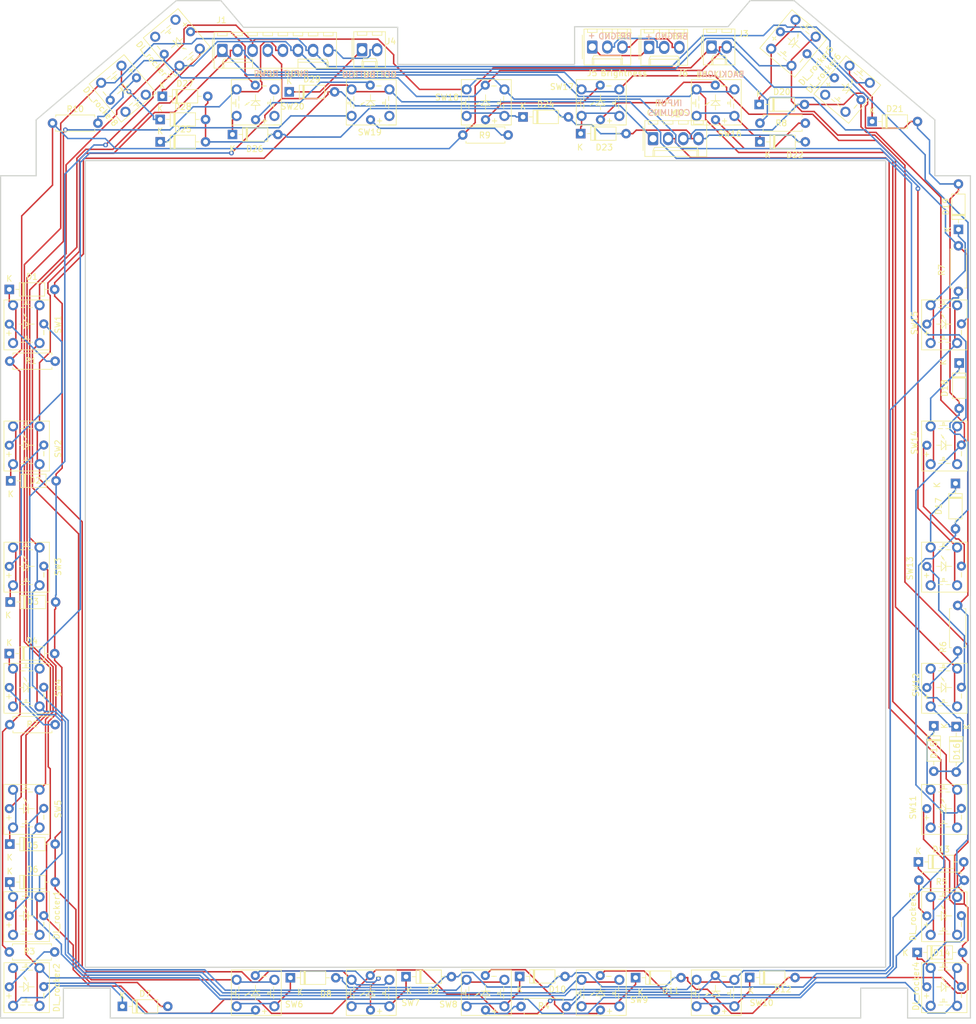
<source format=kicad_pcb>
(kicad_pcb (version 20171130) (host pcbnew "(5.1.5-0-10_14)")
  (layers (0 F.Cu signal) (31 B.Cu signal) (34 B.Paste user) (35 F.Paste user) (36 B.SilkS user) (37 F.SilkS user) (38 B.Mask user) (39 F.Mask user) (44 Edge.Cuts user))
  (net 0 "")
  (net 1 "Net-(DL_rocker1-Pad5)")
  (net 2 "Net-(DL_rocker2-Pad6)")
  (net 3 "Net-(DL_rocker2-Pad5)")
  (net 4 "Net-(DL_rocker3-Pad6)")
  (net 5 "Net-(DL_rocker3-Pad5)")
  (net 6 "Net-(DL_rocker4-Pad6)")
  (net 7 "Net-(DL_rocker5-Pad6)")
  (net 8 "Net-(DL_rocker5-Pad5)")
  (net 9 "Net-(DL_rocker7-Pad5)")
  (net 10 "Net-(DL_rocker8-Pad5)")
  (net 11 "Net-(SW1-Pad6)")
  (net 12 "Net-(SW2-Pad6)")
  (net 13 "Net-(SW4-Pad6)")
  (net 14 "Net-(SW6-Pad6)")
  (net 15 "Net-(SW8-Pad6)")
  (net 16 "Net-(SW10-Pad5)")
  (net 17 "Net-(SW12-Pad6)")
  (net 18 "Net-(SW13-Pad6)")
  (net 19 "Net-(SW16-Pad6)")
  (net 20 "Net-(SW17-Pad6)")
  (net 21 "Net-(SW19-Pad6)")
  (net 22 /Col0)
  (net 23 "Net-(D1-Pad1)")
  (net 24 "Net-(D2-Pad1)")
  (net 25 "Net-(D3-Pad1)")
  (net 26 "Net-(D4-Pad1)")
  (net 27 "Net-(D5-Pad1)")
  (net 28 "Net-(D6-Pad1)")
  (net 29 "Net-(D7-Pad1)")
  (net 30 /Col1)
  (net 31 "Net-(D8-Pad1)")
  (net 32 "Net-(D9-Pad1)")
  (net 33 "Net-(D10-Pad1)")
  (net 34 "Net-(D11-Pad1)")
  (net 35 "Net-(D12-Pad1)")
  (net 36 "Net-(D13-Pad1)")
  (net 37 "Net-(D14-Pad1)")
  (net 38 /Col2)
  (net 39 "Net-(D15-Pad1)")
  (net 40 "Net-(D16-Pad1)")
  (net 41 "Net-(D17-Pad1)")
  (net 42 "Net-(D18-Pad1)")
  (net 43 "Net-(D19-Pad1)")
  (net 44 "Net-(D20-Pad1)")
  (net 45 "Net-(D21-Pad1)")
  (net 46 /Col3)
  (net 47 "Net-(D22-Pad1)")
  (net 48 "Net-(D23-Pad1)")
  (net 49 "Net-(D24-Pad1)")
  (net 50 "Net-(D25-Pad1)")
  (net 51 "Net-(D26-Pad1)")
  (net 52 "Net-(D27-Pad1)")
  (net 53 "Net-(D28-Pad1)")
  (net 54 GND)
  (net 55 /Row5)
  (net 56 /Row6)
  (net 57 /Row4)
  (net 58 /Row3)
  (net 59 /Row2)
  (net 60 /Row1)
  (net 61 /Row0)
  (net 62 /Backlight+12V)
  (net 63 "Net-(R1-Pad2)")
  (net 64 "Net-(R2-Pad2)")
  (net 65 "Net-(R4-Pad2)")
  (net 66 "Net-(R6-Pad2)")
  (net 67 "Net-(R7-Pad2)")
  (net 68 "Net-(R8-Pad2)")
  (net 69 "Net-(R9-Pad2)")
  (net 70 "Net-(DL_rocker6-Pad3)")
  (net 71 "Net-(DL_rocker6-Pad1)")
  (net 72 "Net-(DL_rocker7-Pad3)")
  (net 73 "Net-(DL_rocker7-Pad1)")
  (net 74 "Net-(SW19-Pad1)")
  (net 75 "Net-(SW20-Pad3)")
  (net 76 "Net-(SW20-Pad1)")
  (net 77 "Net-(DL_rocker8-Pad4)")
  (net 78 "Net-(DL_rocker8-Pad2)")
  (net 79 "Net-(D29-Pad1)")
  (net 80 /Row7)
  (net 81 "Net-(J5-Pad3)")
  (net 82 "Net-(J5-Pad2)")
  (net 83 "Net-(J5-Pad1)")
  (module MountingHole:MountingHole_2.5mm (layer F.Cu) (at 171.069 127.127)
    (fp_text reference H8 hide)
    (fp_text value MountingHole)
    (pad 1 np_thru_hole circle (at 0 0) (size 2.5 2.5) (drill 2.5) (layers *.Cu *.Mask))
  )
  (module MountingHole:MountingHole_2.5mm (layer F.Cu) (at 171.069 59.817)
    (fp_text reference H7 hide)
    (fp_text value MountingHole)
    (pad 1 np_thru_hole circle (at 0 0) (size 2.5 2.5) (drill 2.5) (layers *.Cu *.Mask))
  )
  (module MountingHole:MountingHole_2.5mm (layer F.Cu) (at 126.365 36.703)
    (fp_text reference H6 hide)
    (fp_text value MountingHole)
    (pad 1 np_thru_hole circle (at 0 0) (size 2.5 2.5) (drill 2.5) (layers *.Cu *.Mask))
  )
  (module MountingHole:MountingHole_2.5mm (layer F.Cu) (at 67.691 43.815)
    (fp_text reference H5 hide)
    (fp_text value MountingHole)
    (pad 1 np_thru_hole circle (at 0 0) (size 2.5 2.5) (drill 2.5) (layers *.Cu *.Mask))
  )
  (module MountingHole:MountingHole_2.5mm (layer F.Cu) (at 48.641 188.849)
    (fp_text reference H4 hide)
    (fp_text value MountingHole)
    (pad 1 np_thru_hole circle (at 0 0) (size 2.5 2.5) (drill 2.5) (layers *.Cu *.Mask))
  )
  (module MountingHole:MountingHole_2.5mm (layer F.Cu) (at 152.781 188.849)
    (fp_text reference H3 hide)
    (fp_text value MountingHole)
    (pad 1 np_thru_hole circle (at 0 0) (size 2.5 2.5) (drill 2.5) (layers *.Cu *.Mask))
  )
  (module MountingHole:MountingHole_2.5mm (layer F.Cu) (at 21.209 149.479)
    (fp_text reference H2 hide)
    (fp_text value MountingHole)
    (pad 1 np_thru_hole circle (at 0 0) (size 2.5 2.5) (drill 2.5) (layers *.Cu *.Mask))
  )
  (module MountingHole:MountingHole_2.5mm (layer F.Cu) (at 21.209 60.579)
    (fp_text reference H1 hide)
    (fp_text value MountingHole)
    (pad 1 np_thru_hole circle (at 0 0) (size 2.5 2.5) (drill 2.5) (layers *.Cu *.Mask))
  )
  (module PT_Library_v001:Molex_1x03_P2.54mm_Vertical (layer F.Cu) (at 124.237 30.347)
    (fp_text reference J6 (at 5.684 4.324) (layer F.SilkS))
    (fp_text value Conn_01x03_Female)
    (pad 3 thru_hole oval (at 5.08 0) (size 1.74 2.2) (drill 1.2) (layers *.Cu *.Mask) (net 81 "Net-(J5-Pad3)"))
    (pad 2 thru_hole oval (at 2.54 0) (size 1.74 2.2) (drill 1.2) (layers *.Cu *.Mask) (net 82 "Net-(J5-Pad2)"))
    (pad 1 thru_hole roundrect (at 0 0) (size 1.74 2.2) (drill 1.2) (layers *.Cu *.Mask) (roundrect_rratio 0.143678) (net 83 "Net-(J5-Pad1)"))
  )
  (module PT_Library_v001:Molex_1x03_P2.54mm_Vertical (layer F.Cu) (at 114.697 30.287)
    (fp_text reference J5 (at -0.016 4.384) (layer F.SilkS))
    (fp_text value Conn_01x03_Female)
    (pad 3 thru_hole oval (at 5.08 0) (size 1.74 2.2) (drill 1.2) (layers *.Cu *.Mask) (net 81 "Net-(J5-Pad3)"))
    (pad 2 thru_hole oval (at 2.54 0) (size 1.74 2.2) (drill 1.2) (layers *.Cu *.Mask) (net 82 "Net-(J5-Pad2)"))
    (pad 1 thru_hole roundrect (at 0 0) (size 1.74 2.2) (drill 1.2) (layers *.Cu *.Mask) (roundrect_rratio 0.143678) (net 83 "Net-(J5-Pad1)"))
  )
  (module PT_Library_v001:Molex_1x02_P2.54mm_Vertical (layer F.Cu) (at 76.047 30.747)
    (fp_text reference J4 (at 4.852 -1.41) (layer F.SilkS))
    (fp_text value Conn_01x02_Female)
    (pad 2 thru_hole oval (at 2.54 0) (size 1.74 2.2) (drill 1.2) (layers *.Cu *.Mask) (net 80 /Row7))
    (pad 1 thru_hole roundrect (at 0 0) (size 1.74 2.2) (drill 1.2) (layers *.Cu *.Mask) (roundrect_rratio 0.143678) (net 79 "Net-(D29-Pad1)"))
  )
  (module Diode_THT:D_DO-35_SOD27_P7.62mm_Horizontal (layer F.Cu) (at 63.827 37.807)
    (fp_text reference D29 (at 3.81 -2.12) (layer F.SilkS))
    (fp_text value 1N4148)
    (fp_text user K (at 0 -1.8) (layer F.SilkS))
    (pad 2 thru_hole oval (at 7.62 0) (size 1.6 1.6) (drill 0.8) (layers *.Cu *.Mask) (net 22 /Col0))
    (pad 1 thru_hole rect (at 0 0) (size 1.6 1.6) (drill 0.8) (layers *.Cu *.Mask) (net 79 "Net-(D29-Pad1)"))
  )
  (module PT_Library_v001:PT_Small_Tactile_Switch_With_LED (layer F.Cu) (at 19.747 158.047 90)
    (fp_text reference SW5 (at -0.068 5.272 90) (layer F.SilkS))
    (fp_text value SW_Push)
    (fp_text user - (at -1.42 2.81 90) (layer F.SilkS))
    (fp_text user + (at -1.524 -3.048 90) (layer F.SilkS))
    (pad 6 thru_hole circle (at 0.04 2.87 90) (size 1.524 1.524) (drill 0.762) (layers *.Cu *.Mask) (net 1 "Net-(DL_rocker1-Pad5)"))
    (pad 5 thru_hole circle (at 0 -2.921 90) (size 1.524 1.524) (drill 0.762) (layers *.Cu *.Mask) (net 13 "Net-(SW4-Pad6)"))
    (pad 4 thru_hole circle (at 3.175 2.159 90) (size 1.7 1.7) (drill 1) (layers *.Cu *.Mask) (net 57 /Row4))
    (pad 3 thru_hole circle (at -3.175 2.159 90) (size 1.7 1.7) (drill 1) (layers *.Cu *.Mask) (net 57 /Row4))
    (pad 2 thru_hole circle (at 3.175 -2.286 90) (size 1.7 1.7) (drill 1) (layers *.Cu *.Mask) (net 27 "Net-(D5-Pad1)"))
    (pad 1 thru_hole circle (at -3.175 -2.286 90) (size 1.7 1.7) (drill 1) (layers *.Cu *.Mask) (net 27 "Net-(D5-Pad1)"))
  )
  (module PT_Library_v001:R_Axial_DIN0207_L6.3mm_D2.5mm_P7.62mm_Horizontal (layer F.Cu) (at 24.087 43.057)
    (fp_text reference R10 (at 3.81 -2.37) (layer F.SilkS))
    (fp_text value R)
    (pad 2 thru_hole oval (at 7.62 0) (size 1.6 1.6) (drill 0.8) (layers *.Cu *.Mask) (net 10 "Net-(DL_rocker8-Pad5)"))
    (pad 1 thru_hole circle (at 0 0) (size 1.6 1.6) (drill 0.8) (layers *.Cu *.Mask) (net 62 /Backlight+12V))
  )
  (module PT_Library_v001:R_Axial_DIN0207_L6.3mm_D2.5mm_P7.62mm_Horizontal (layer F.Cu) (at 92.957 45.047)
    (fp_text reference R9 (at 3.69 0.038) (layer F.SilkS))
    (fp_text value R)
    (pad 2 thru_hole oval (at 7.62 0) (size 1.6 1.6) (drill 0.8) (layers *.Cu *.Mask) (net 69 "Net-(R9-Pad2)"))
    (pad 1 thru_hole circle (at 0 0) (size 1.6 1.6) (drill 0.8) (layers *.Cu *.Mask) (net 62 /Backlight+12V))
  )
  (module PT_Library_v001:R_Axial_DIN0207_L6.3mm_D2.5mm_P7.62mm_Horizontal (layer F.Cu) (at 142.847 43.057)
    (fp_text reference R8 (at 3.584 -0.004) (layer F.SilkS))
    (fp_text value R)
    (pad 2 thru_hole oval (at 7.62 0) (size 1.6 1.6) (drill 0.8) (layers *.Cu *.Mask) (net 68 "Net-(R8-Pad2)"))
    (pad 1 thru_hole circle (at 0 0) (size 1.6 1.6) (drill 0.8) (layers *.Cu *.Mask) (net 62 /Backlight+12V))
  )
  (module PT_Library_v001:R_Axial_DIN0207_L6.3mm_D2.5mm_P7.62mm_Horizontal (layer F.Cu) (at 176.177 63.637 270)
    (fp_text reference R7 (at 4.054 2.822 90) (layer F.SilkS))
    (fp_text value R)
    (pad 2 thru_hole oval (at 7.62 0 270) (size 1.6 1.6) (drill 0.8) (layers *.Cu *.Mask) (net 67 "Net-(R7-Pad2)"))
    (pad 1 thru_hole circle (at 0 0 270) (size 1.6 1.6) (drill 0.8) (layers *.Cu *.Mask) (net 62 /Backlight+12V))
  )
  (module PT_Library_v001:R_Axial_DIN0207_L6.3mm_D2.5mm_P7.62mm_Horizontal (layer F.Cu) (at 176.047 123.967 270)
    (fp_text reference R6 (at 6.97 2.438 90) (layer F.SilkS))
    (fp_text value R)
    (pad 2 thru_hole oval (at 7.62 0 270) (size 1.6 1.6) (drill 0.8) (layers *.Cu *.Mask) (net 66 "Net-(R6-Pad2)"))
    (pad 1 thru_hole circle (at 0 0 270) (size 1.6 1.6) (drill 0.8) (layers *.Cu *.Mask) (net 62 /Backlight+12V))
  )
  (module PT_Library_v001:R_Axial_DIN0207_L6.3mm_D2.5mm_P7.62mm_Horizontal (layer F.Cu) (at 177.157 170.057 180)
    (fp_text reference R5 (at 3.81 -0.25) (layer F.SilkS))
    (fp_text value R)
    (pad 2 thru_hole oval (at 7.62 0 180) (size 1.6 1.6) (drill 0.8) (layers *.Cu *.Mask) (net 5 "Net-(DL_rocker3-Pad5)"))
    (pad 1 thru_hole circle (at 0 0 180) (size 1.6 1.6) (drill 0.8) (layers *.Cu *.Mask) (net 62 /Backlight+12V))
  )
  (module PT_Library_v001:R_Axial_DIN0207_L6.3mm_D2.5mm_P7.62mm_Horizontal (layer F.Cu) (at 110.357 191.237 180)
    (fp_text reference R4 (at 3.804 0.102) (layer F.SilkS))
    (fp_text value R)
    (pad 2 thru_hole oval (at 7.62 0 180) (size 1.6 1.6) (drill 0.8) (layers *.Cu *.Mask) (net 65 "Net-(R4-Pad2)"))
    (pad 1 thru_hole circle (at 0 0 180) (size 1.6 1.6) (drill 0.8) (layers *.Cu *.Mask) (net 62 /Backlight+12V))
  )
  (module PT_Library_v001:R_Axial_DIN0207_L6.3mm_D2.5mm_P7.62mm_Horizontal (layer F.Cu) (at 16.827 182.087)
    (fp_text reference R3 (at 3.366 -0.096) (layer F.SilkS))
    (fp_text value R)
    (pad 2 thru_hole oval (at 7.62 0) (size 1.6 1.6) (drill 0.8) (layers *.Cu *.Mask) (net 3 "Net-(DL_rocker2-Pad5)"))
    (pad 1 thru_hole circle (at 0 0) (size 1.6 1.6) (drill 0.8) (layers *.Cu *.Mask) (net 62 /Backlight+12V))
  )
  (module PT_Library_v001:R_Axial_DIN0207_L6.3mm_D2.5mm_P7.62mm_Horizontal (layer F.Cu) (at 16.907 143.957)
    (fp_text reference R2 (at 3.794 -0.066) (layer F.SilkS))
    (fp_text value R)
    (pad 2 thru_hole oval (at 7.62 0) (size 1.6 1.6) (drill 0.8) (layers *.Cu *.Mask) (net 64 "Net-(R2-Pad2)"))
    (pad 1 thru_hole circle (at 0 0) (size 1.6 1.6) (drill 0.8) (layers *.Cu *.Mask) (net 62 /Backlight+12V))
  )
  (module PT_Library_v001:R_Axial_DIN0207_L6.3mm_D2.5mm_P7.62mm_Horizontal (layer F.Cu) (at 16.907 82.987)
    (fp_text reference R1 (at 3.54 -0.056) (layer F.SilkS))
    (fp_text value R)
    (pad 2 thru_hole oval (at 7.62 0) (size 1.6 1.6) (drill 0.8) (layers *.Cu *.Mask) (net 63 "Net-(R1-Pad2)"))
    (pad 1 thru_hole circle (at 0 0) (size 1.6 1.6) (drill 0.8) (layers *.Cu *.Mask) (net 62 /Backlight+12V))
  )
  (module PT_Library_v001:Molex_1x02_P2.54mm_Vertical (layer F.Cu) (at 134.727 30.287)
    (fp_text reference J3 (at 5.354 -2.22) (layer F.SilkS))
    (fp_text value Conn_01x02_Female)
    (pad 2 thru_hole oval (at 2.54 0) (size 1.74 2.2) (drill 1.2) (layers *.Cu *.Mask) (net 54 GND))
    (pad 1 thru_hole roundrect (at 0 0) (size 1.74 2.2) (drill 1.2) (layers *.Cu *.Mask) (roundrect_rratio 0.143678) (net 62 /Backlight+12V))
  )
  (module PT_Library_v001:Molex_1x04_P2.54mm_Vertical (layer F.Cu) (at 124.907 45.657)
    (fp_text reference J2 (at 3.81 -4.12) (layer F.SilkS))
    (fp_text value Conn_01x04_Female)
    (pad 4 thru_hole oval (at 7.62 0) (size 1.74 2.2) (drill 1.2) (layers *.Cu *.Mask) (net 46 /Col3))
    (pad 3 thru_hole oval (at 5.08 0) (size 1.74 2.2) (drill 1.2) (layers *.Cu *.Mask) (net 38 /Col2))
    (pad 2 thru_hole oval (at 2.54 0) (size 1.74 2.2) (drill 1.2) (layers *.Cu *.Mask) (net 30 /Col1))
    (pad 1 thru_hole roundrect (at 0 0) (size 1.74 2.2) (drill 1.2) (layers *.Cu *.Mask) (roundrect_rratio 0.143678) (net 22 /Col0))
  )
  (module PT_Library_v001:Molex_1x08_P2.54mm_Vertical (layer F.Cu) (at 52.597 30.847)
    (fp_text reference J1 (at -0.146 -5.066) (layer F.SilkS))
    (fp_text value Conn_01x08_Female)
    (pad 8 thru_hole oval (at 17.78 0) (size 1.74 2.2) (drill 1.2) (layers *.Cu *.Mask) (net 80 /Row7))
    (pad 7 thru_hole oval (at 15.24 0) (size 1.74 2.2) (drill 1.2) (layers *.Cu *.Mask) (net 56 /Row6))
    (pad 6 thru_hole oval (at 12.7 0) (size 1.74 2.2) (drill 1.2) (layers *.Cu *.Mask) (net 55 /Row5))
    (pad 5 thru_hole oval (at 10.16 0) (size 1.74 2.2) (drill 1.2) (layers *.Cu *.Mask) (net 57 /Row4))
    (pad 4 thru_hole oval (at 7.62 0) (size 1.74 2.2) (drill 1.2) (layers *.Cu *.Mask) (net 58 /Row3))
    (pad 3 thru_hole oval (at 5.08 0) (size 1.74 2.2) (drill 1.2) (layers *.Cu *.Mask) (net 59 /Row2))
    (pad 2 thru_hole oval (at 2.54 0) (size 1.74 2.2) (drill 1.2) (layers *.Cu *.Mask) (net 60 /Row1))
    (pad 1 thru_hole roundrect (at 0 0) (size 1.74 2.2) (drill 1.2) (layers *.Cu *.Mask) (roundrect_rratio 0.143678) (net 61 /Row0))
  )
  (module Diode_THT:D_DO-35_SOD27_P7.62mm_Horizontal (layer F.Cu) (at 42.157 42.437)
    (fp_text reference D28 (at 3.81 -2.12) (layer F.SilkS))
    (fp_text value 1N4148)
    (fp_text user K (at 0 -1.8) (layer F.SilkS))
    (pad 2 thru_hole oval (at 7.62 0) (size 1.6 1.6) (drill 0.8) (layers *.Cu *.Mask) (net 46 /Col3))
    (pad 1 thru_hole rect (at 0 0) (size 1.6 1.6) (drill 0.8) (layers *.Cu *.Mask) (net 53 "Net-(D28-Pad1)"))
  )
  (module Diode_THT:D_DO-35_SOD27_P7.62mm_Horizontal (layer F.Cu) (at 42.527 38.547)
    (fp_text reference D27 (at 3.81 -2.12) (layer F.SilkS))
    (fp_text value 1N4148)
    (fp_text user K (at 0 -1.8) (layer F.SilkS))
    (pad 2 thru_hole oval (at 7.62 0) (size 1.6 1.6) (drill 0.8) (layers *.Cu *.Mask) (net 46 /Col3))
    (pad 1 thru_hole rect (at 0 0) (size 1.6 1.6) (drill 0.8) (layers *.Cu *.Mask) (net 52 "Net-(D27-Pad1)"))
  )
  (module Diode_THT:D_DO-35_SOD27_P7.62mm_Horizontal (layer F.Cu) (at 54.297 44.957)
    (fp_text reference D26 (at 3.742 2.414) (layer F.SilkS))
    (fp_text value 1N4148)
    (fp_text user K (at 0 2.414) (layer F.SilkS))
    (pad 2 thru_hole oval (at 7.62 0) (size 1.6 1.6) (drill 0.8) (layers *.Cu *.Mask) (net 46 /Col3))
    (pad 1 thru_hole rect (at 0 0) (size 1.6 1.6) (drill 0.8) (layers *.Cu *.Mask) (net 51 "Net-(D26-Pad1)"))
  )
  (module Diode_THT:D_DO-35_SOD27_P7.62mm_Horizontal (layer F.Cu) (at 42.157 46.197)
    (fp_text reference D25 (at 3.81 -2.12) (layer F.SilkS))
    (fp_text value 1N4148)
    (fp_text user K (at 0 -1.8) (layer F.SilkS))
    (pad 2 thru_hole oval (at 7.62 0) (size 1.6 1.6) (drill 0.8) (layers *.Cu *.Mask) (net 46 /Col3))
    (pad 1 thru_hole rect (at 0 0) (size 1.6 1.6) (drill 0.8) (layers *.Cu *.Mask) (net 50 "Net-(D25-Pad1)"))
  )
  (module Diode_THT:D_DO-35_SOD27_P7.62mm_Horizontal (layer F.Cu) (at 103.077 42.017)
    (fp_text reference D24 (at 3.81 -2.12) (layer F.SilkS))
    (fp_text value 1N4148)
    (fp_text user K (at 0 -1.8) (layer F.SilkS))
    (pad 2 thru_hole oval (at 7.62 0) (size 1.6 1.6) (drill 0.8) (layers *.Cu *.Mask) (net 46 /Col3))
    (pad 1 thru_hole rect (at 0 0) (size 1.6 1.6) (drill 0.8) (layers *.Cu *.Mask) (net 49 "Net-(D24-Pad1)"))
  )
  (module Diode_THT:D_DO-35_SOD27_P7.62mm_Horizontal (layer F.Cu) (at 112.757 44.817)
    (fp_text reference D23 (at 3.956 2.3) (layer F.SilkS))
    (fp_text value 1N4148)
    (fp_text user K (at -0.108 2.3) (layer F.SilkS))
    (pad 2 thru_hole oval (at 7.62 0) (size 1.6 1.6) (drill 0.8) (layers *.Cu *.Mask) (net 46 /Col3))
    (pad 1 thru_hole rect (at 0 0) (size 1.6 1.6) (drill 0.8) (layers *.Cu *.Mask) (net 48 "Net-(D23-Pad1)"))
  )
  (module Diode_THT:D_DO-35_SOD27_P7.62mm_Horizontal (layer F.Cu) (at 142.847 46.197)
    (fp_text reference D22 (at 5.87 2.19) (layer F.SilkS))
    (fp_text value 1N4148)
    (fp_text user K (at 1.298 2.19) (layer F.SilkS))
    (pad 2 thru_hole oval (at 7.62 0) (size 1.6 1.6) (drill 0.8) (layers *.Cu *.Mask) (net 46 /Col3))
    (pad 1 thru_hole rect (at 0 0) (size 1.6 1.6) (drill 0.8) (layers *.Cu *.Mask) (net 47 "Net-(D22-Pad1)"))
  )
  (module Diode_THT:D_DO-35_SOD27_P7.62mm_Horizontal (layer F.Cu) (at 161.687 42.777)
    (fp_text reference D21 (at 3.81 -2.12) (layer F.SilkS))
    (fp_text value 1N4148)
    (fp_text user K (at 0 -1.8) (layer F.SilkS))
    (pad 2 thru_hole oval (at 7.62 0) (size 1.6 1.6) (drill 0.8) (layers *.Cu *.Mask) (net 38 /Col2))
    (pad 1 thru_hole rect (at 0 0) (size 1.6 1.6) (drill 0.8) (layers *.Cu *.Mask) (net 45 "Net-(D21-Pad1)"))
  )
  (module Diode_THT:D_DO-35_SOD27_P7.62mm_Horizontal (layer F.Cu) (at 142.717 39.927)
    (fp_text reference D20 (at 3.81 -2.12) (layer F.SilkS))
    (fp_text value 1N4148)
    (fp_text user K (at 0 -1.8) (layer F.SilkS))
    (pad 2 thru_hole oval (at 7.62 0) (size 1.6 1.6) (drill 0.8) (layers *.Cu *.Mask) (net 38 /Col2))
    (pad 1 thru_hole rect (at 0 0) (size 1.6 1.6) (drill 0.8) (layers *.Cu *.Mask) (net 44 "Net-(D20-Pad1)"))
  )
  (module Diode_THT:D_DO-35_SOD27_P7.62mm_Horizontal (layer F.Cu) (at 176.177 60.877 90)
    (fp_text reference D19 (at 3.81 -2.12 90) (layer F.SilkS))
    (fp_text value 1N4148)
    (fp_text user K (at 0 -1.8 90) (layer F.SilkS))
    (pad 2 thru_hole oval (at 7.62 0 90) (size 1.6 1.6) (drill 0.8) (layers *.Cu *.Mask) (net 38 /Col2))
    (pad 1 thru_hole rect (at 0 0 90) (size 1.6 1.6) (drill 0.8) (layers *.Cu *.Mask) (net 43 "Net-(D19-Pad1)"))
  )
  (module Diode_THT:D_DO-35_SOD27_P7.62mm_Horizontal (layer F.Cu) (at 176.297 83.297 270)
    (fp_text reference D18 (at 4.206 2.434 90) (layer F.SilkS))
    (fp_text value 1N4148)
    (fp_text user K (at -0.112 2.688 90) (layer F.SilkS))
    (pad 2 thru_hole oval (at 7.62 0 270) (size 1.6 1.6) (drill 0.8) (layers *.Cu *.Mask) (net 38 /Col2))
    (pad 1 thru_hole rect (at 0 0 270) (size 1.6 1.6) (drill 0.8) (layers *.Cu *.Mask) (net 42 "Net-(D18-Pad1)"))
  )
  (module Diode_THT:D_DO-35_SOD27_P7.62mm_Horizontal (layer F.Cu) (at 175.677 103.497 270)
    (fp_text reference D17 (at 3.818 2.83 90) (layer F.SilkS))
    (fp_text value 1N4148)
    (fp_text user K (at 0.262 3.084 90) (layer F.SilkS))
    (pad 2 thru_hole oval (at 7.62 0 270) (size 1.6 1.6) (drill 0.8) (layers *.Cu *.Mask) (net 38 /Col2))
    (pad 1 thru_hole rect (at 0 0 270) (size 1.6 1.6) (drill 0.8) (layers *.Cu *.Mask) (net 41 "Net-(D17-Pad1)"))
  )
  (module Diode_THT:D_DO-35_SOD27_P7.62mm_Horizontal (layer F.Cu) (at 175.797 144.287 270)
    (fp_text reference D16 (at 4.176 -0.098 90) (layer F.SilkS))
    (fp_text value 1N4148)
    (fp_text user K (at 0 -1.8 90) (layer F.SilkS))
    (pad 2 thru_hole oval (at 7.62 0 270) (size 1.6 1.6) (drill 0.8) (layers *.Cu *.Mask) (net 38 /Col2))
    (pad 1 thru_hole rect (at 0 0 270) (size 1.6 1.6) (drill 0.8) (layers *.Cu *.Mask) (net 40 "Net-(D16-Pad1)"))
  )
  (module Diode_THT:D_DO-35_SOD27_P7.62mm_Horizontal (layer F.Cu) (at 172.037 144.157 270)
    (fp_text reference D15 (at 4.052 -0.048 90) (layer F.SilkS))
    (fp_text value 1N4148)
    (fp_text user K (at 0 -1.8 90) (layer F.SilkS))
    (pad 2 thru_hole oval (at 7.62 0 270) (size 1.6 1.6) (drill 0.8) (layers *.Cu *.Mask) (net 38 /Col2))
    (pad 1 thru_hole rect (at 0 0 270) (size 1.6 1.6) (drill 0.8) (layers *.Cu *.Mask) (net 39 "Net-(D15-Pad1)"))
  )
  (module Diode_THT:D_DO-35_SOD27_P7.62mm_Horizontal (layer F.Cu) (at 169.247 182.167)
    (fp_text reference D14 (at 4.108 0.078) (layer F.SilkS))
    (fp_text value 1N4148)
    (fp_text user K (at -1.988 0.078) (layer F.SilkS))
    (pad 2 thru_hole oval (at 7.62 0) (size 1.6 1.6) (drill 0.8) (layers *.Cu *.Mask) (net 30 /Col1))
    (pad 1 thru_hole rect (at 0 0) (size 1.6 1.6) (drill 0.8) (layers *.Cu *.Mask) (net 37 "Net-(D14-Pad1)"))
  )
  (module Diode_THT:D_DO-35_SOD27_P7.62mm_Horizontal (layer F.Cu) (at 169.447 166.987)
    (fp_text reference D13 (at 3.81 -2.12) (layer F.SilkS))
    (fp_text value 1N4148)
    (fp_text user K (at 0 -1.8) (layer F.SilkS))
    (pad 2 thru_hole oval (at 7.62 0) (size 1.6 1.6) (drill 0.8) (layers *.Cu *.Mask) (net 30 /Col1))
    (pad 1 thru_hole rect (at 0 0) (size 1.6 1.6) (drill 0.8) (layers *.Cu *.Mask) (net 36 "Net-(D13-Pad1)"))
  )
  (module Diode_THT:D_DO-35_SOD27_P7.62mm_Horizontal (layer F.Cu) (at 141.127 186.377)
    (fp_text reference D12 (at 5.558 1.964) (layer F.SilkS))
    (fp_text value 1N4148)
    (fp_text user K (at 0.224 2.218) (layer F.SilkS))
    (pad 2 thru_hole oval (at 7.62 0) (size 1.6 1.6) (drill 0.8) (layers *.Cu *.Mask) (net 30 /Col1))
    (pad 1 thru_hole rect (at 0 0) (size 1.6 1.6) (drill 0.8) (layers *.Cu *.Mask) (net 35 "Net-(D12-Pad1)"))
  )
  (module Diode_THT:D_DO-35_SOD27_P7.62mm_Horizontal (layer F.Cu) (at 121.977 186.397)
    (fp_text reference D11 (at 5.912 2.198) (layer F.SilkS))
    (fp_text value 1N4148)
    (fp_text user K (at 0.832 2.452) (layer F.SilkS))
    (pad 2 thru_hole oval (at 7.62 0) (size 1.6 1.6) (drill 0.8) (layers *.Cu *.Mask) (net 30 /Col1))
    (pad 1 thru_hole rect (at 0 0) (size 1.6 1.6) (drill 0.8) (layers *.Cu *.Mask) (net 34 "Net-(D11-Pad1)"))
  )
  (module Diode_THT:D_DO-35_SOD27_P7.62mm_Horizontal (layer F.Cu) (at 102.507 186.197)
    (fp_text reference D10 (at 6.332 2.144) (layer F.SilkS))
    (fp_text value 1N4148)
    (fp_text user K (at 0 2.144) (layer F.SilkS))
    (pad 2 thru_hole oval (at 7.62 0) (size 1.6 1.6) (drill 0.8) (layers *.Cu *.Mask) (net 30 /Col1))
    (pad 1 thru_hole rect (at 0 0) (size 1.6 1.6) (drill 0.8) (layers *.Cu *.Mask) (net 33 "Net-(D10-Pad1)"))
  )
  (module Diode_THT:D_DO-35_SOD27_P7.62mm_Horizontal (layer F.Cu) (at 83.437 186.237)
    (fp_text reference D9 (at 4.574 2.358) (layer F.SilkS))
    (fp_text value 1N4148)
    (fp_text user K (at 0.51 2.358) (layer F.SilkS))
    (pad 2 thru_hole oval (at 7.62 0) (size 1.6 1.6) (drill 0.8) (layers *.Cu *.Mask) (net 30 /Col1))
    (pad 1 thru_hole rect (at 0 0) (size 1.6 1.6) (drill 0.8) (layers *.Cu *.Mask) (net 32 "Net-(D9-Pad1)"))
  )
  (module Diode_THT:D_DO-35_SOD27_P7.62mm_Horizontal (layer F.Cu) (at 64.017 186.417)
    (fp_text reference D8 (at 5.96 2.686) (layer F.SilkS))
    (fp_text value 1N4148)
    (fp_text user K (at 1.642 2.432) (layer F.SilkS))
    (pad 2 thru_hole oval (at 7.62 0) (size 1.6 1.6) (drill 0.8) (layers *.Cu *.Mask) (net 30 /Col1))
    (pad 1 thru_hole rect (at 0 0) (size 1.6 1.6) (drill 0.8) (layers *.Cu *.Mask) (net 31 "Net-(D8-Pad1)"))
  )
  (module Diode_THT:D_DO-35_SOD27_P7.62mm_Horizontal (layer F.Cu) (at 35.817 191.217)
    (fp_text reference D7 (at 3.81 -2.12) (layer F.SilkS))
    (fp_text value 1N4148)
    (fp_text user K (at 0 -1.8) (layer F.SilkS))
    (pad 2 thru_hole oval (at 7.62 0) (size 1.6 1.6) (drill 0.8) (layers *.Cu *.Mask) (net 22 /Col0))
    (pad 1 thru_hole rect (at 0 0) (size 1.6 1.6) (drill 0.8) (layers *.Cu *.Mask) (net 29 "Net-(D7-Pad1)"))
  )
  (module Diode_THT:D_DO-35_SOD27_P7.62mm_Horizontal (layer F.Cu) (at 16.907 170.367)
    (fp_text reference D6 (at 3.81 -2.12) (layer F.SilkS))
    (fp_text value 1N4148)
    (fp_text user K (at 0 -1.8) (layer F.SilkS))
    (pad 2 thru_hole oval (at 7.62 0) (size 1.6 1.6) (drill 0.8) (layers *.Cu *.Mask) (net 22 /Col0))
    (pad 1 thru_hole rect (at 0 0) (size 1.6 1.6) (drill 0.8) (layers *.Cu *.Mask) (net 28 "Net-(D6-Pad1)"))
  )
  (module Diode_THT:D_DO-35_SOD27_P7.62mm_Horizontal (layer F.Cu) (at 16.907 163.987)
    (fp_text reference D5 (at 3.81 0.224) (layer F.SilkS))
    (fp_text value 1N4148)
    (fp_text user K (at -0.016 2.256) (layer F.SilkS))
    (pad 2 thru_hole oval (at 7.62 0) (size 1.6 1.6) (drill 0.8) (layers *.Cu *.Mask) (net 22 /Col0))
    (pad 1 thru_hole rect (at 0 0) (size 1.6 1.6) (drill 0.8) (layers *.Cu *.Mask) (net 27 "Net-(D5-Pad1)"))
  )
  (module Diode_THT:D_DO-35_SOD27_P7.62mm_Horizontal (layer F.Cu) (at 16.827 132.037)
    (fp_text reference D4 (at 3.81 -2.12) (layer F.SilkS))
    (fp_text value 1N4148)
    (fp_text user K (at 0 -1.8) (layer F.SilkS))
    (pad 2 thru_hole oval (at 7.62 0) (size 1.6 1.6) (drill 0.8) (layers *.Cu *.Mask) (net 22 /Col0))
    (pad 1 thru_hole rect (at 0 0) (size 1.6 1.6) (drill 0.8) (layers *.Cu *.Mask) (net 26 "Net-(D4-Pad1)"))
  )
  (module Diode_THT:D_DO-35_SOD27_P7.62mm_Horizontal (layer F.Cu) (at 16.987 123.387)
    (fp_text reference D3 (at 3.81 -0.07) (layer F.SilkS))
    (fp_text value 1N4148)
    (fp_text user K (at -0.35 2.216) (layer F.SilkS))
    (pad 2 thru_hole oval (at 7.62 0) (size 1.6 1.6) (drill 0.8) (layers *.Cu *.Mask) (net 22 /Col0))
    (pad 1 thru_hole rect (at 0 0) (size 1.6 1.6) (drill 0.8) (layers *.Cu *.Mask) (net 25 "Net-(D3-Pad1)"))
  )
  (module Diode_THT:D_DO-35_SOD27_P7.62mm_Horizontal (layer F.Cu) (at 17.067 103.057)
    (fp_text reference D2 (at 4.142 -0.06) (layer F.SilkS))
    (fp_text value 1N4148)
    (fp_text user K (at 0 2.226) (layer F.SilkS))
    (pad 2 thru_hole oval (at 7.62 0) (size 1.6 1.6) (drill 0.8) (layers *.Cu *.Mask) (net 22 /Col0))
    (pad 1 thru_hole rect (at 0 0) (size 1.6 1.6) (drill 0.8) (layers *.Cu *.Mask) (net 24 "Net-(D2-Pad1)"))
  )
  (module Diode_THT:D_DO-35_SOD27_P7.62mm_Horizontal (layer F.Cu) (at 16.827 70.947)
    (fp_text reference D1 (at 3.81 -2.12) (layer F.SilkS))
    (fp_text value 1N4148)
    (fp_text user K (at 0 -1.8) (layer F.SilkS))
    (pad 2 thru_hole oval (at 7.62 0) (size 1.6 1.6) (drill 0.8) (layers *.Cu *.Mask) (net 22 /Col0))
    (pad 1 thru_hole rect (at 0 0) (size 1.6 1.6) (drill 0.8) (layers *.Cu *.Mask) (net 23 "Net-(D1-Pad1)"))
  )
  (module PT_Library_v001:PT_Small_Tactile_Switch_With_LED (layer F.Cu) (at 58.167 39.557 180)
    (fp_text reference SW20 (at -6.222 -0.702) (layer F.SilkS))
    (fp_text value SW_Push)
    (fp_text user - (at -1.42 2.81) (layer F.SilkS))
    (fp_text user + (at -1.524 -3.048) (layer F.SilkS))
    (pad 6 thru_hole circle (at 0.04 2.87 180) (size 1.524 1.524) (drill 0.762) (layers *.Cu *.Mask) (net 9 "Net-(DL_rocker7-Pad5)"))
    (pad 5 thru_hole circle (at 0 -2.921 180) (size 1.524 1.524) (drill 0.762) (layers *.Cu *.Mask) (net 21 "Net-(SW19-Pad6)"))
    (pad 4 thru_hole circle (at 3.175 2.159 180) (size 1.7 1.7) (drill 1) (layers *.Cu *.Mask) (net 57 /Row4))
    (pad 3 thru_hole circle (at -3.175 2.159 180) (size 1.7 1.7) (drill 1) (layers *.Cu *.Mask) (net 75 "Net-(SW20-Pad3)"))
    (pad 2 thru_hole circle (at 3.175 -2.286 180) (size 1.7 1.7) (drill 1) (layers *.Cu *.Mask) (net 51 "Net-(D26-Pad1)"))
    (pad 1 thru_hole circle (at -3.175 -2.286 180) (size 1.7 1.7) (drill 1) (layers *.Cu *.Mask) (net 76 "Net-(SW20-Pad1)"))
  )
  (module PT_Library_v001:PT_Small_Tactile_Switch_With_LED (layer F.Cu) (at 77.467 39.557 180)
    (fp_text reference SW19 (at 0.124 -5.02) (layer F.SilkS))
    (fp_text value SW_Push)
    (fp_text user - (at -1.42 2.81) (layer F.SilkS))
    (fp_text user + (at -1.524 -3.048) (layer F.SilkS))
    (pad 6 thru_hole circle (at 0.04 2.87 180) (size 1.524 1.524) (drill 0.762) (layers *.Cu *.Mask) (net 21 "Net-(SW19-Pad6)"))
    (pad 5 thru_hole circle (at 0 -2.921 180) (size 1.524 1.524) (drill 0.762) (layers *.Cu *.Mask) (net 69 "Net-(R9-Pad2)"))
    (pad 4 thru_hole circle (at 3.175 2.159 180) (size 1.7 1.7) (drill 1) (layers *.Cu *.Mask) (net 58 /Row3))
    (pad 3 thru_hole circle (at -3.175 2.159 180) (size 1.7 1.7) (drill 1) (layers *.Cu *.Mask) (net 58 /Row3))
    (pad 2 thru_hole circle (at 3.175 -2.286 180) (size 1.7 1.7) (drill 1) (layers *.Cu *.Mask) (net 50 "Net-(D25-Pad1)"))
    (pad 1 thru_hole circle (at -3.175 -2.286 180) (size 1.7 1.7) (drill 1) (layers *.Cu *.Mask) (net 74 "Net-(SW19-Pad1)"))
  )
  (module PT_Library_v001:PT_Small_Tactile_Switch_With_LED (layer F.Cu) (at 96.777 39.557 180)
    (fp_text reference SW18 (at 6.48 0.822) (layer F.SilkS))
    (fp_text value SW_Push)
    (fp_text user - (at -1.42 2.81) (layer F.SilkS))
    (fp_text user + (at -1.524 -3.048) (layer F.SilkS))
    (pad 6 thru_hole circle (at 0.04 2.87 180) (size 1.524 1.524) (drill 0.762) (layers *.Cu *.Mask) (net 54 GND))
    (pad 5 thru_hole circle (at 0 -2.921 180) (size 1.524 1.524) (drill 0.762) (layers *.Cu *.Mask) (net 20 "Net-(SW17-Pad6)"))
    (pad 4 thru_hole circle (at 3.175 2.159 180) (size 1.7 1.7) (drill 1) (layers *.Cu *.Mask) (net 59 /Row2))
    (pad 3 thru_hole circle (at -3.175 2.159 180) (size 1.7 1.7) (drill 1) (layers *.Cu *.Mask) (net 59 /Row2))
    (pad 2 thru_hole circle (at 3.175 -2.286 180) (size 1.7 1.7) (drill 1) (layers *.Cu *.Mask) (net 49 "Net-(D24-Pad1)"))
    (pad 1 thru_hole circle (at -3.175 -2.286 180) (size 1.7 1.7) (drill 1) (layers *.Cu *.Mask) (net 49 "Net-(D24-Pad1)"))
  )
  (module PT_Library_v001:PT_Small_Tactile_Switch_With_LED (layer F.Cu) (at 116.077 39.557 180)
    (fp_text reference SW17 (at 6.476 2.6) (layer F.SilkS))
    (fp_text value SW_Push)
    (fp_text user - (at -1.42 2.81) (layer F.SilkS))
    (fp_text user + (at -1.524 -3.048) (layer F.SilkS))
    (pad 6 thru_hole circle (at 0.04 2.87 180) (size 1.524 1.524) (drill 0.762) (layers *.Cu *.Mask) (net 20 "Net-(SW17-Pad6)"))
    (pad 5 thru_hole circle (at 0 -2.921 180) (size 1.524 1.524) (drill 0.762) (layers *.Cu *.Mask) (net 19 "Net-(SW16-Pad6)"))
    (pad 4 thru_hole circle (at 3.175 2.159 180) (size 1.7 1.7) (drill 1) (layers *.Cu *.Mask) (net 60 /Row1))
    (pad 3 thru_hole circle (at -3.175 2.159 180) (size 1.7 1.7) (drill 1) (layers *.Cu *.Mask) (net 60 /Row1))
    (pad 2 thru_hole circle (at 3.175 -2.286 180) (size 1.7 1.7) (drill 1) (layers *.Cu *.Mask) (net 48 "Net-(D23-Pad1)"))
    (pad 1 thru_hole circle (at -3.175 -2.286 180) (size 1.7 1.7) (drill 1) (layers *.Cu *.Mask) (net 48 "Net-(D23-Pad1)"))
  )
  (module PT_Library_v001:PT_Small_Tactile_Switch_With_LED (layer F.Cu) (at 135.387 39.557 180)
    (fp_text reference SW16 (at -2.408 -5.274) (layer F.SilkS))
    (fp_text value SW_Push)
    (fp_text user - (at -1.42 2.81) (layer F.SilkS))
    (fp_text user + (at -1.524 -3.048) (layer F.SilkS))
    (pad 6 thru_hole circle (at 0.04 2.87 180) (size 1.524 1.524) (drill 0.762) (layers *.Cu *.Mask) (net 19 "Net-(SW16-Pad6)"))
    (pad 5 thru_hole circle (at 0 -2.921 180) (size 1.524 1.524) (drill 0.762) (layers *.Cu *.Mask) (net 68 "Net-(R8-Pad2)"))
    (pad 4 thru_hole circle (at 3.175 2.159 180) (size 1.7 1.7) (drill 1) (layers *.Cu *.Mask) (net 61 /Row0))
    (pad 3 thru_hole circle (at -3.175 2.159 180) (size 1.7 1.7) (drill 1) (layers *.Cu *.Mask) (net 61 /Row0))
    (pad 2 thru_hole circle (at 3.175 -2.286 180) (size 1.7 1.7) (drill 1) (layers *.Cu *.Mask) (net 47 "Net-(D22-Pad1)"))
    (pad 1 thru_hole circle (at -3.175 -2.286 180) (size 1.7 1.7) (drill 1) (layers *.Cu *.Mask) (net 47 "Net-(D22-Pad1)"))
  )
  (module PT_Library_v001:PT_Small_Tactile_Switch_With_LED (layer F.Cu) (at 173.797 76.767 90)
    (fp_text reference SW15 (at 0.186 -5.014 90) (layer F.SilkS))
    (fp_text value SW_Push)
    (fp_text user - (at -1.42 2.81 90) (layer F.SilkS))
    (fp_text user + (at -1.524 -3.048 90) (layer F.SilkS))
    (pad 6 thru_hole circle (at 0.04 2.87 90) (size 1.524 1.524) (drill 0.762) (layers *.Cu *.Mask) (net 8 "Net-(DL_rocker5-Pad5)"))
    (pad 5 thru_hole circle (at 0 -2.921 90) (size 1.524 1.524) (drill 0.762) (layers *.Cu *.Mask) (net 67 "Net-(R7-Pad2)"))
    (pad 4 thru_hole circle (at 3.175 2.159 90) (size 1.7 1.7) (drill 1) (layers *.Cu *.Mask) (net 57 /Row4))
    (pad 3 thru_hole circle (at -3.175 2.159 90) (size 1.7 1.7) (drill 1) (layers *.Cu *.Mask) (net 57 /Row4))
    (pad 2 thru_hole circle (at 3.175 -2.286 90) (size 1.7 1.7) (drill 1) (layers *.Cu *.Mask) (net 43 "Net-(D19-Pad1)"))
    (pad 1 thru_hole circle (at -3.175 -2.286 90) (size 1.7 1.7) (drill 1) (layers *.Cu *.Mask) (net 43 "Net-(D19-Pad1)"))
  )
  (module PT_Library_v001:PT_Small_Tactile_Switch_With_LED (layer F.Cu) (at 173.797 97.087 90)
    (fp_text reference SW14 (at 0.44 -5.014 90) (layer F.SilkS))
    (fp_text value SW_Push)
    (fp_text user - (at -1.42 2.81 90) (layer F.SilkS))
    (fp_text user + (at -1.524 -3.048 90) (layer F.SilkS))
    (pad 6 thru_hole circle (at 0.04 2.87 90) (size 1.524 1.524) (drill 0.762) (layers *.Cu *.Mask) (net 54 GND))
    (pad 5 thru_hole circle (at 0 -2.921 90) (size 1.524 1.524) (drill 0.762) (layers *.Cu *.Mask) (net 18 "Net-(SW13-Pad6)"))
    (pad 4 thru_hole circle (at 3.175 2.159 90) (size 1.7 1.7) (drill 1) (layers *.Cu *.Mask) (net 58 /Row3))
    (pad 3 thru_hole circle (at -3.175 2.159 90) (size 1.7 1.7) (drill 1) (layers *.Cu *.Mask) (net 58 /Row3))
    (pad 2 thru_hole circle (at 3.175 -2.286 90) (size 1.7 1.7) (drill 1) (layers *.Cu *.Mask) (net 42 "Net-(D18-Pad1)"))
    (pad 1 thru_hole circle (at -3.175 -2.286 90) (size 1.7 1.7) (drill 1) (layers *.Cu *.Mask) (net 42 "Net-(D18-Pad1)"))
  )
  (module PT_Library_v001:PT_Small_Tactile_Switch_With_LED (layer F.Cu) (at 173.797 117.407 90)
    (fp_text reference SW13 (at -0.322 -5.776 90) (layer F.SilkS))
    (fp_text value SW_Push)
    (fp_text user - (at -1.42 2.81 90) (layer F.SilkS))
    (fp_text user + (at -1.524 -3.048 90) (layer F.SilkS))
    (pad 6 thru_hole circle (at 0.04 2.87 90) (size 1.524 1.524) (drill 0.762) (layers *.Cu *.Mask) (net 18 "Net-(SW13-Pad6)"))
    (pad 5 thru_hole circle (at 0 -2.921 90) (size 1.524 1.524) (drill 0.762) (layers *.Cu *.Mask) (net 17 "Net-(SW12-Pad6)"))
    (pad 4 thru_hole circle (at 3.175 2.159 90) (size 1.7 1.7) (drill 1) (layers *.Cu *.Mask) (net 59 /Row2))
    (pad 3 thru_hole circle (at -3.175 2.159 90) (size 1.7 1.7) (drill 1) (layers *.Cu *.Mask) (net 59 /Row2))
    (pad 2 thru_hole circle (at 3.175 -2.286 90) (size 1.7 1.7) (drill 1) (layers *.Cu *.Mask) (net 41 "Net-(D17-Pad1)"))
    (pad 1 thru_hole circle (at -3.175 -2.286 90) (size 1.7 1.7) (drill 1) (layers *.Cu *.Mask) (net 41 "Net-(D17-Pad1)"))
  )
  (module PT_Library_v001:PT_Small_Tactile_Switch_With_LED (layer F.Cu) (at 173.797 137.727 90)
    (fp_text reference SW12 (at 0.44 -4.76 90) (layer F.SilkS))
    (fp_text value SW_Push)
    (fp_text user - (at -1.42 2.81 90) (layer F.SilkS))
    (fp_text user + (at -1.524 -3.048 90) (layer F.SilkS))
    (pad 6 thru_hole circle (at 0.04 2.87 90) (size 1.524 1.524) (drill 0.762) (layers *.Cu *.Mask) (net 17 "Net-(SW12-Pad6)"))
    (pad 5 thru_hole circle (at 0 -2.921 90) (size 1.524 1.524) (drill 0.762) (layers *.Cu *.Mask) (net 66 "Net-(R6-Pad2)"))
    (pad 4 thru_hole circle (at 3.175 2.159 90) (size 1.7 1.7) (drill 1) (layers *.Cu *.Mask) (net 60 /Row1))
    (pad 3 thru_hole circle (at -3.175 2.159 90) (size 1.7 1.7) (drill 1) (layers *.Cu *.Mask) (net 60 /Row1))
    (pad 2 thru_hole circle (at 3.175 -2.286 90) (size 1.7 1.7) (drill 1) (layers *.Cu *.Mask) (net 40 "Net-(D16-Pad1)"))
    (pad 1 thru_hole circle (at -3.175 -2.286 90) (size 1.7 1.7) (drill 1) (layers *.Cu *.Mask) (net 40 "Net-(D16-Pad1)"))
  )
  (module PT_Library_v001:PT_Small_Tactile_Switch_With_LED (layer F.Cu) (at 173.797 158.047 90)
    (fp_text reference SW11 (at 0.186 -5.268 90) (layer F.SilkS))
    (fp_text value SW_Push)
    (fp_text user - (at -1.42 2.81 90) (layer F.SilkS))
    (fp_text user + (at -1.524 -3.048 90) (layer F.SilkS))
    (pad 6 thru_hole circle (at 0.04 2.87 90) (size 1.524 1.524) (drill 0.762) (layers *.Cu *.Mask) (net 54 GND))
    (pad 5 thru_hole circle (at 0 -2.921 90) (size 1.524 1.524) (drill 0.762) (layers *.Cu *.Mask) (net 6 "Net-(DL_rocker4-Pad6)"))
    (pad 4 thru_hole circle (at 3.175 2.159 90) (size 1.7 1.7) (drill 1) (layers *.Cu *.Mask) (net 61 /Row0))
    (pad 3 thru_hole circle (at -3.175 2.159 90) (size 1.7 1.7) (drill 1) (layers *.Cu *.Mask) (net 61 /Row0))
    (pad 2 thru_hole circle (at 3.175 -2.286 90) (size 1.7 1.7) (drill 1) (layers *.Cu *.Mask) (net 39 "Net-(D15-Pad1)"))
    (pad 1 thru_hole circle (at -3.175 -2.286 90) (size 1.7 1.7) (drill 1) (layers *.Cu *.Mask) (net 39 "Net-(D15-Pad1)"))
  )
  (module PT_Library_v001:PT_Small_Tactile_Switch_With_LED (layer F.Cu) (at 135.387 188.917 180)
    (fp_text reference SW10 (at -7.742 -1.71) (layer F.SilkS))
    (fp_text value SW_Push)
    (fp_text user - (at -1.42 2.81) (layer F.SilkS))
    (fp_text user + (at -1.524 -3.048) (layer F.SilkS))
    (pad 6 thru_hole circle (at 0.04 2.87 180) (size 1.524 1.524) (drill 0.762) (layers *.Cu *.Mask) (net 54 GND))
    (pad 5 thru_hole circle (at 0 -2.921 180) (size 1.524 1.524) (drill 0.762) (layers *.Cu *.Mask) (net 16 "Net-(SW10-Pad5)"))
    (pad 4 thru_hole circle (at 3.175 2.159 180) (size 1.7 1.7) (drill 1) (layers *.Cu *.Mask) (net 57 /Row4))
    (pad 3 thru_hole circle (at -3.175 2.159 180) (size 1.7 1.7) (drill 1) (layers *.Cu *.Mask) (net 57 /Row4))
    (pad 2 thru_hole circle (at 3.175 -2.286 180) (size 1.7 1.7) (drill 1) (layers *.Cu *.Mask) (net 35 "Net-(D12-Pad1)"))
    (pad 1 thru_hole circle (at -3.175 -2.286 180) (size 1.7 1.7) (drill 1) (layers *.Cu *.Mask) (net 35 "Net-(D12-Pad1)"))
  )
  (module PT_Library_v001:PT_Small_Tactile_Switch_With_LED (layer F.Cu) (at 116.077 188.917 180)
    (fp_text reference SW9 (at -6.478 -1.202) (layer F.SilkS))
    (fp_text value SW_Push)
    (fp_text user - (at -1.42 2.81) (layer F.SilkS))
    (fp_text user + (at -1.524 -3.048) (layer F.SilkS))
    (pad 6 thru_hole circle (at 0.04 2.87 180) (size 1.524 1.524) (drill 0.762) (layers *.Cu *.Mask) (net 16 "Net-(SW10-Pad5)"))
    (pad 5 thru_hole circle (at 0 -2.921 180) (size 1.524 1.524) (drill 0.762) (layers *.Cu *.Mask) (net 15 "Net-(SW8-Pad6)"))
    (pad 4 thru_hole circle (at 3.175 2.159 180) (size 1.7 1.7) (drill 1) (layers *.Cu *.Mask) (net 58 /Row3))
    (pad 3 thru_hole circle (at -3.175 2.159 180) (size 1.7 1.7) (drill 1) (layers *.Cu *.Mask) (net 58 /Row3))
    (pad 2 thru_hole circle (at 3.175 -2.286 180) (size 1.7 1.7) (drill 1) (layers *.Cu *.Mask) (net 34 "Net-(D11-Pad1)"))
    (pad 1 thru_hole circle (at -3.175 -2.286 180) (size 1.7 1.7) (drill 1) (layers *.Cu *.Mask) (net 34 "Net-(D11-Pad1)"))
  )
  (module PT_Library_v001:PT_Small_Tactile_Switch_With_LED (layer F.Cu) (at 96.777 188.917 180)
    (fp_text reference SW8 (at 6.226 -1.964) (layer F.SilkS))
    (fp_text value SW_Push)
    (fp_text user - (at -1.42 2.81) (layer F.SilkS))
    (fp_text user + (at -1.524 -3.048) (layer F.SilkS))
    (pad 6 thru_hole circle (at 0.04 2.87 180) (size 1.524 1.524) (drill 0.762) (layers *.Cu *.Mask) (net 15 "Net-(SW8-Pad6)"))
    (pad 5 thru_hole circle (at 0 -2.921 180) (size 1.524 1.524) (drill 0.762) (layers *.Cu *.Mask) (net 65 "Net-(R4-Pad2)"))
    (pad 4 thru_hole circle (at 3.175 2.159 180) (size 1.7 1.7) (drill 1) (layers *.Cu *.Mask) (net 59 /Row2))
    (pad 3 thru_hole circle (at -3.175 2.159 180) (size 1.7 1.7) (drill 1) (layers *.Cu *.Mask) (net 59 /Row2))
    (pad 2 thru_hole circle (at 3.175 -2.286 180) (size 1.7 1.7) (drill 1) (layers *.Cu *.Mask) (net 33 "Net-(D10-Pad1)"))
    (pad 1 thru_hole circle (at -3.175 -2.286 180) (size 1.7 1.7) (drill 1) (layers *.Cu *.Mask) (net 33 "Net-(D10-Pad1)"))
  )
  (module PT_Library_v001:PT_Small_Tactile_Switch_With_LED (layer F.Cu) (at 77.467 188.917 180)
    (fp_text reference SW7 (at -6.734 -1.71) (layer F.SilkS))
    (fp_text value SW_Push)
    (fp_text user - (at -1.42 2.81) (layer F.SilkS))
    (fp_text user + (at -1.524 -3.048) (layer F.SilkS))
    (pad 6 thru_hole circle (at 0.04 2.87 180) (size 1.524 1.524) (drill 0.762) (layers *.Cu *.Mask) (net 54 GND))
    (pad 5 thru_hole circle (at 0 -2.921 180) (size 1.524 1.524) (drill 0.762) (layers *.Cu *.Mask) (net 14 "Net-(SW6-Pad6)"))
    (pad 4 thru_hole circle (at 3.175 2.159 180) (size 1.7 1.7) (drill 1) (layers *.Cu *.Mask) (net 60 /Row1))
    (pad 3 thru_hole circle (at -3.175 2.159 180) (size 1.7 1.7) (drill 1) (layers *.Cu *.Mask) (net 60 /Row1))
    (pad 2 thru_hole circle (at 3.175 -2.286 180) (size 1.7 1.7) (drill 1) (layers *.Cu *.Mask) (net 32 "Net-(D9-Pad1)"))
    (pad 1 thru_hole circle (at -3.175 -2.286 180) (size 1.7 1.7) (drill 1) (layers *.Cu *.Mask) (net 32 "Net-(D9-Pad1)"))
  )
  (module PT_Library_v001:PT_Small_Tactile_Switch_With_LED (layer F.Cu) (at 58.167 188.917 180)
    (fp_text reference SW6 (at -6.476 -1.964) (layer F.SilkS))
    (fp_text value SW_Push)
    (fp_text user - (at -1.42 2.81) (layer F.SilkS))
    (fp_text user + (at -1.524 -3.048) (layer F.SilkS))
    (pad 6 thru_hole circle (at 0.04 2.87 180) (size 1.524 1.524) (drill 0.762) (layers *.Cu *.Mask) (net 14 "Net-(SW6-Pad6)"))
    (pad 5 thru_hole circle (at 0 -2.921 180) (size 1.524 1.524) (drill 0.762) (layers *.Cu *.Mask) (net 2 "Net-(DL_rocker2-Pad6)"))
    (pad 4 thru_hole circle (at 3.175 2.159 180) (size 1.7 1.7) (drill 1) (layers *.Cu *.Mask) (net 61 /Row0))
    (pad 3 thru_hole circle (at -3.175 2.159 180) (size 1.7 1.7) (drill 1) (layers *.Cu *.Mask) (net 61 /Row0))
    (pad 2 thru_hole circle (at 3.175 -2.286 180) (size 1.7 1.7) (drill 1) (layers *.Cu *.Mask) (net 31 "Net-(D8-Pad1)"))
    (pad 1 thru_hole circle (at -3.175 -2.286 180) (size 1.7 1.7) (drill 1) (layers *.Cu *.Mask) (net 31 "Net-(D8-Pad1)"))
  )
  (module PT_Library_v001:PT_Small_Tactile_Switch_With_LED (layer F.Cu) (at 19.747 137.727 90)
    (fp_text reference SW4 (at -0.068 5.272 90) (layer F.SilkS))
    (fp_text value SW_Push)
    (fp_text user - (at -1.42 2.81 90) (layer F.SilkS))
    (fp_text user + (at -1.524 -3.048 90) (layer F.SilkS))
    (pad 6 thru_hole circle (at 0.04 2.87 90) (size 1.524 1.524) (drill 0.762) (layers *.Cu *.Mask) (net 13 "Net-(SW4-Pad6)"))
    (pad 5 thru_hole circle (at 0 -2.921 90) (size 1.524 1.524) (drill 0.762) (layers *.Cu *.Mask) (net 64 "Net-(R2-Pad2)"))
    (pad 4 thru_hole circle (at 3.175 2.159 90) (size 1.7 1.7) (drill 1) (layers *.Cu *.Mask) (net 58 /Row3))
    (pad 3 thru_hole circle (at -3.175 2.159 90) (size 1.7 1.7) (drill 1) (layers *.Cu *.Mask) (net 58 /Row3))
    (pad 2 thru_hole circle (at 3.175 -2.286 90) (size 1.7 1.7) (drill 1) (layers *.Cu *.Mask) (net 26 "Net-(D4-Pad1)"))
    (pad 1 thru_hole circle (at -3.175 -2.286 90) (size 1.7 1.7) (drill 1) (layers *.Cu *.Mask) (net 26 "Net-(D4-Pad1)"))
  )
  (module PT_Library_v001:PT_Small_Tactile_Switch_With_LED (layer F.Cu) (at 19.747 117.407 90)
    (fp_text reference SW3 (at -0.068 5.272 90) (layer F.SilkS))
    (fp_text value SW_Push)
    (fp_text user - (at -1.42 2.81 90) (layer F.SilkS))
    (fp_text user + (at -1.524 -3.048 90) (layer F.SilkS))
    (pad 6 thru_hole circle (at 0.04 2.87 90) (size 1.524 1.524) (drill 0.762) (layers *.Cu *.Mask) (net 54 GND))
    (pad 5 thru_hole circle (at 0 -2.921 90) (size 1.524 1.524) (drill 0.762) (layers *.Cu *.Mask) (net 12 "Net-(SW2-Pad6)"))
    (pad 4 thru_hole circle (at 3.175 2.159 90) (size 1.7 1.7) (drill 1) (layers *.Cu *.Mask) (net 59 /Row2))
    (pad 3 thru_hole circle (at -3.175 2.159 90) (size 1.7 1.7) (drill 1) (layers *.Cu *.Mask) (net 59 /Row2))
    (pad 2 thru_hole circle (at 3.175 -2.286 90) (size 1.7 1.7) (drill 1) (layers *.Cu *.Mask) (net 25 "Net-(D3-Pad1)"))
    (pad 1 thru_hole circle (at -3.175 -2.286 90) (size 1.7 1.7) (drill 1) (layers *.Cu *.Mask) (net 25 "Net-(D3-Pad1)"))
  )
  (module PT_Library_v001:PT_Small_Tactile_Switch_With_LED (layer F.Cu) (at 19.747 97.087 90)
    (fp_text reference SW2 (at -0.576 5.272 90) (layer F.SilkS))
    (fp_text value SW_Push)
    (fp_text user - (at -1.42 2.81 90) (layer F.SilkS))
    (fp_text user + (at -1.524 -3.048 90) (layer F.SilkS))
    (pad 6 thru_hole circle (at 0.04 2.87 90) (size 1.524 1.524) (drill 0.762) (layers *.Cu *.Mask) (net 12 "Net-(SW2-Pad6)"))
    (pad 5 thru_hole circle (at 0 -2.921 90) (size 1.524 1.524) (drill 0.762) (layers *.Cu *.Mask) (net 11 "Net-(SW1-Pad6)"))
    (pad 4 thru_hole circle (at 3.175 2.159 90) (size 1.7 1.7) (drill 1) (layers *.Cu *.Mask) (net 60 /Row1))
    (pad 3 thru_hole circle (at -3.175 2.159 90) (size 1.7 1.7) (drill 1) (layers *.Cu *.Mask) (net 60 /Row1))
    (pad 2 thru_hole circle (at 3.175 -2.286 90) (size 1.7 1.7) (drill 1) (layers *.Cu *.Mask) (net 24 "Net-(D2-Pad1)"))
    (pad 1 thru_hole circle (at -3.175 -2.286 90) (size 1.7 1.7) (drill 1) (layers *.Cu *.Mask) (net 24 "Net-(D2-Pad1)"))
  )
  (module PT_Library_v001:PT_Small_Tactile_Switch_With_LED (layer F.Cu) (at 19.747 76.767 90)
    (fp_text reference SW1 (at -0.068 5.272 90) (layer F.SilkS))
    (fp_text value SW_Push)
    (fp_text user - (at -1.42 2.81 90) (layer F.SilkS))
    (fp_text user + (at -1.524 -3.048 90) (layer F.SilkS))
    (pad 6 thru_hole circle (at 0.04 2.87 90) (size 1.524 1.524) (drill 0.762) (layers *.Cu *.Mask) (net 11 "Net-(SW1-Pad6)"))
    (pad 5 thru_hole circle (at 0 -2.921 90) (size 1.524 1.524) (drill 0.762) (layers *.Cu *.Mask) (net 63 "Net-(R1-Pad2)"))
    (pad 4 thru_hole circle (at 3.175 2.159 90) (size 1.7 1.7) (drill 1) (layers *.Cu *.Mask) (net 61 /Row0))
    (pad 3 thru_hole circle (at -3.175 2.159 90) (size 1.7 1.7) (drill 1) (layers *.Cu *.Mask) (net 61 /Row0))
    (pad 2 thru_hole circle (at 3.175 -2.286 90) (size 1.7 1.7) (drill 1) (layers *.Cu *.Mask) (net 23 "Net-(D1-Pad1)"))
    (pad 1 thru_hole circle (at -3.175 -2.286 90) (size 1.7 1.7) (drill 1) (layers *.Cu *.Mask) (net 23 "Net-(D1-Pad1)"))
  )
  (module PT_Library_v001:PT_Small_Tactile_Switch_With_LED (layer F.Cu) (at 35.947 37.327 310)
    (fp_text reference DL_rocker8 (at -0.206835 4.807879 130) (layer F.SilkS))
    (fp_text value SW_Push)
    (fp_text user - (at -1.42 2.81 130) (layer F.SilkS))
    (fp_text user + (at -1.524 -3.048 130) (layer F.SilkS))
    (pad 6 thru_hole circle (at 0.04 2.87 310) (size 1.524 1.524) (drill 0.762) (layers *.Cu *.Mask) (net 54 GND))
    (pad 5 thru_hole circle (at 0 -2.921 310) (size 1.524 1.524) (drill 0.762) (layers *.Cu *.Mask) (net 10 "Net-(DL_rocker8-Pad5)"))
    (pad 4 thru_hole circle (at 3.175 2.159 310) (size 1.7 1.7) (drill 1) (layers *.Cu *.Mask) (net 77 "Net-(DL_rocker8-Pad4)"))
    (pad 3 thru_hole circle (at -3.175 2.159 310) (size 1.7 1.7) (drill 1) (layers *.Cu *.Mask) (net 56 /Row6))
    (pad 2 thru_hole circle (at 3.175 -2.286 310) (size 1.7 1.7) (drill 1) (layers *.Cu *.Mask) (net 78 "Net-(DL_rocker8-Pad2)"))
    (pad 1 thru_hole circle (at -3.175 -2.286 310) (size 1.7 1.7) (drill 1) (layers *.Cu *.Mask) (net 53 "Net-(D28-Pad1)"))
  )
  (module PT_Library_v001:PT_Small_Tactile_Switch_With_LED (layer F.Cu) (at 45.017 29.607 310)
    (fp_text reference DL_rocker7 (at -0.245933 5.010046 130) (layer F.SilkS))
    (fp_text value SW_Push)
    (fp_text user - (at -1.42 2.81 130) (layer F.SilkS))
    (fp_text user + (at -1.524 -3.048 130) (layer F.SilkS))
    (pad 6 thru_hole circle (at 0.04 2.87 310) (size 1.524 1.524) (drill 0.762) (layers *.Cu *.Mask) (net 54 GND))
    (pad 5 thru_hole circle (at 0 -2.921 310) (size 1.524 1.524) (drill 0.762) (layers *.Cu *.Mask) (net 9 "Net-(DL_rocker7-Pad5)"))
    (pad 4 thru_hole circle (at 3.175 2.159 310) (size 1.7 1.7) (drill 1) (layers *.Cu *.Mask) (net 55 /Row5))
    (pad 3 thru_hole circle (at -3.175 2.159 310) (size 1.7 1.7) (drill 1) (layers *.Cu *.Mask) (net 72 "Net-(DL_rocker7-Pad3)"))
    (pad 2 thru_hole circle (at 3.175 -2.286 310) (size 1.7 1.7) (drill 1) (layers *.Cu *.Mask) (net 52 "Net-(D27-Pad1)"))
    (pad 1 thru_hole circle (at -3.175 -2.286 310) (size 1.7 1.7) (drill 1) (layers *.Cu *.Mask) (net 73 "Net-(DL_rocker7-Pad1)"))
  )
  (module PT_Library_v001:PT_Small_Tactile_Switch_With_LED (layer F.Cu) (at 157.597 37.327 50)
    (fp_text reference DL_rocker6 (at -0.571247 -4.812788 50) (layer F.SilkS))
    (fp_text value SW_Push)
    (fp_text user - (at -1.42 2.81 50) (layer F.SilkS))
    (fp_text user + (at -1.524 -3.048 50) (layer F.SilkS))
    (pad 6 thru_hole circle (at 0.04 2.87 50) (size 1.524 1.524) (drill 0.762) (layers *.Cu *.Mask) (net 54 GND))
    (pad 5 thru_hole circle (at 0 -2.921 50) (size 1.524 1.524) (drill 0.762) (layers *.Cu *.Mask) (net 7 "Net-(DL_rocker5-Pad6)"))
    (pad 4 thru_hole circle (at 3.175 2.159 50) (size 1.7 1.7) (drill 1) (layers *.Cu *.Mask) (net 56 /Row6))
    (pad 3 thru_hole circle (at -3.175 2.159 50) (size 1.7 1.7) (drill 1) (layers *.Cu *.Mask) (net 70 "Net-(DL_rocker6-Pad3)"))
    (pad 2 thru_hole circle (at 3.175 -2.286 50) (size 1.7 1.7) (drill 1) (layers *.Cu *.Mask) (net 45 "Net-(D21-Pad1)"))
    (pad 1 thru_hole circle (at -3.175 -2.286 50) (size 1.7 1.7) (drill 1) (layers *.Cu *.Mask) (net 71 "Net-(DL_rocker6-Pad1)"))
  )
  (module PT_Library_v001:PT_Small_Tactile_Switch_With_LED (layer F.Cu) (at 148.527 29.607 50)
    (fp_text reference DL_rocker5 (at -0.49849 5.308339 50) (layer F.SilkS))
    (fp_text value SW_Push)
    (fp_text user - (at -1.42 2.81 50) (layer F.SilkS))
    (fp_text user + (at -1.524 -3.048 50) (layer F.SilkS))
    (pad 6 thru_hole circle (at 0.04 2.87 50) (size 1.524 1.524) (drill 0.762) (layers *.Cu *.Mask) (net 7 "Net-(DL_rocker5-Pad6)"))
    (pad 5 thru_hole circle (at 0 -2.921 50) (size 1.524 1.524) (drill 0.762) (layers *.Cu *.Mask) (net 8 "Net-(DL_rocker5-Pad5)"))
    (pad 4 thru_hole circle (at 3.175 2.159 50) (size 1.7 1.7) (drill 1) (layers *.Cu *.Mask) (net 55 /Row5))
    (pad 3 thru_hole circle (at -3.175 2.159 50) (size 1.7 1.7) (drill 1) (layers *.Cu *.Mask) (net 55 /Row5))
    (pad 2 thru_hole circle (at 3.175 -2.286 50) (size 1.7 1.7) (drill 1) (layers *.Cu *.Mask) (net 44 "Net-(D20-Pad1)"))
    (pad 1 thru_hole circle (at -3.175 -2.286 50) (size 1.7 1.7) (drill 1) (layers *.Cu *.Mask) (net 44 "Net-(D20-Pad1)"))
  )
  (module PT_Library_v001:PT_Small_Tactile_Switch_With_LED (layer F.Cu) (at 173.797 187.947 90)
    (fp_text reference DL_rocker4 (at 0.114 -4.76 90) (layer F.SilkS))
    (fp_text value SW_Push)
    (fp_text user - (at -1.42 2.81 90) (layer F.SilkS))
    (fp_text user + (at -1.524 -3.048 90) (layer F.SilkS))
    (pad 6 thru_hole circle (at 0.04 2.87 90) (size 1.524 1.524) (drill 0.762) (layers *.Cu *.Mask) (net 6 "Net-(DL_rocker4-Pad6)"))
    (pad 5 thru_hole circle (at 0 -2.921 90) (size 1.524 1.524) (drill 0.762) (layers *.Cu *.Mask) (net 4 "Net-(DL_rocker3-Pad6)"))
    (pad 4 thru_hole circle (at 3.175 2.159 90) (size 1.7 1.7) (drill 1) (layers *.Cu *.Mask) (net 56 /Row6))
    (pad 3 thru_hole circle (at -3.175 2.159 90) (size 1.7 1.7) (drill 1) (layers *.Cu *.Mask) (net 56 /Row6))
    (pad 2 thru_hole circle (at 3.175 -2.286 90) (size 1.7 1.7) (drill 1) (layers *.Cu *.Mask) (net 37 "Net-(D14-Pad1)"))
    (pad 1 thru_hole circle (at -3.175 -2.286 90) (size 1.7 1.7) (drill 1) (layers *.Cu *.Mask) (net 37 "Net-(D14-Pad1)"))
  )
  (module PT_Library_v001:PT_Small_Tactile_Switch_With_LED (layer F.Cu) (at 173.797 176.037 90)
    (fp_text reference DL_rocker3 (at -0.112 -5.268 90) (layer F.SilkS))
    (fp_text value SW_Push)
    (fp_text user - (at -1.42 2.81 90) (layer F.SilkS))
    (fp_text user + (at -1.524 -3.048 90) (layer F.SilkS))
    (pad 6 thru_hole circle (at 0.04 2.87 90) (size 1.524 1.524) (drill 0.762) (layers *.Cu *.Mask) (net 4 "Net-(DL_rocker3-Pad6)"))
    (pad 5 thru_hole circle (at 0 -2.921 90) (size 1.524 1.524) (drill 0.762) (layers *.Cu *.Mask) (net 5 "Net-(DL_rocker3-Pad5)"))
    (pad 4 thru_hole circle (at 3.175 2.159 90) (size 1.7 1.7) (drill 1) (layers *.Cu *.Mask) (net 55 /Row5))
    (pad 3 thru_hole circle (at -3.175 2.159 90) (size 1.7 1.7) (drill 1) (layers *.Cu *.Mask) (net 55 /Row5))
    (pad 2 thru_hole circle (at 3.175 -2.286 90) (size 1.7 1.7) (drill 1) (layers *.Cu *.Mask) (net 36 "Net-(D13-Pad1)"))
    (pad 1 thru_hole circle (at -3.175 -2.286 90) (size 1.7 1.7) (drill 1) (layers *.Cu *.Mask) (net 36 "Net-(D13-Pad1)"))
  )
  (module PT_Library_v001:PT_Small_Tactile_Switch_With_LED (layer F.Cu) (at 19.747 187.947 90)
    (fp_text reference DL_rocker2 (at -0.14 5.018 90) (layer F.SilkS))
    (fp_text value SW_Push)
    (fp_text user - (at -1.42 2.81 90) (layer F.SilkS))
    (fp_text user + (at -1.524 -3.048 90) (layer F.SilkS))
    (pad 6 thru_hole circle (at 0.04 2.87 90) (size 1.524 1.524) (drill 0.762) (layers *.Cu *.Mask) (net 2 "Net-(DL_rocker2-Pad6)"))
    (pad 5 thru_hole circle (at 0 -2.921 90) (size 1.524 1.524) (drill 0.762) (layers *.Cu *.Mask) (net 3 "Net-(DL_rocker2-Pad5)"))
    (pad 4 thru_hole circle (at 3.175 2.159 90) (size 1.7 1.7) (drill 1) (layers *.Cu *.Mask) (net 56 /Row6))
    (pad 3 thru_hole circle (at -3.175 2.159 90) (size 1.7 1.7) (drill 1) (layers *.Cu *.Mask) (net 56 /Row6))
    (pad 2 thru_hole circle (at 3.175 -2.286 90) (size 1.7 1.7) (drill 1) (layers *.Cu *.Mask) (net 29 "Net-(D7-Pad1)"))
    (pad 1 thru_hole circle (at -3.175 -2.286 90) (size 1.7 1.7) (drill 1) (layers *.Cu *.Mask) (net 29 "Net-(D7-Pad1)"))
  )
  (module PT_Library_v001:PT_Small_Tactile_Switch_With_LED (layer F.Cu) (at 19.747 176.037 90)
    (fp_text reference DL_rocker1 (at 0.142 5.018 90) (layer F.SilkS))
    (fp_text value SW_Push)
    (fp_text user - (at -1.42 2.81 90) (layer F.SilkS))
    (fp_text user + (at -1.524 -3.048 90) (layer F.SilkS))
    (pad 6 thru_hole circle (at 0.04 2.87 90) (size 1.524 1.524) (drill 0.762) (layers *.Cu *.Mask) (net 54 GND))
    (pad 5 thru_hole circle (at 0 -2.921 90) (size 1.524 1.524) (drill 0.762) (layers *.Cu *.Mask) (net 1 "Net-(DL_rocker1-Pad5)"))
    (pad 4 thru_hole circle (at 3.175 2.159 90) (size 1.7 1.7) (drill 1) (layers *.Cu *.Mask) (net 55 /Row5))
    (pad 3 thru_hole circle (at -3.175 2.159 90) (size 1.7 1.7) (drill 1) (layers *.Cu *.Mask) (net 55 /Row5))
    (pad 2 thru_hole circle (at 3.175 -2.286 90) (size 1.7 1.7) (drill 1) (layers *.Cu *.Mask) (net 28 "Net-(D6-Pad1)"))
    (pad 1 thru_hole circle (at -3.175 -2.286 90) (size 1.7 1.7) (drill 1) (layers *.Cu *.Mask) (net 28 "Net-(D6-Pad1)"))
  )
  (gr_text "INPUT\nCOLUMNS" (at 127.635 40.513) (layer B.SilkS) (effects (font (size 1 1)) (justify mirror)))
  (gr_text "INPUT\nCOLUMNS" (at 127.381 40.513) (layer F.SilkS) (effects (font (size 1 1))))
  (gr_text BACKLIGHT (at 136.257 34.867) (layer B.SilkS) (effects (font (size 1 1)) (justify mirror)))
  (gr_text BACKLIGHT (at 136.147 34.867) (layer F.SilkS) (effects (font (size 1 1))))
  (gr_text "OFF BUTTON\n" (at 77.297 34.917) (layer B.SilkS) (effects (font (size 1 1)) (justify mirror)))
  (gr_text "OFF BUTTON\n" (at 77.267 34.917) (layer F.SilkS) (effects (font (size 1 1))))
  (gr_text "INPUT ROWS" (at 62.507 34.777) (layer B.SilkS) (effects (font (size 1 1)) (justify mirror)))
  (gr_text "INPUT ROWS" (at 62.467 34.747) (layer F.SilkS) (effects (font (size 1 1))))
  (gr_text BRT (at 129.447 28.507) (layer B.SilkS) (effects (font (size 1 1)) (justify mirror)))
  (gr_text GND (at 126.737 28.467) (layer B.SilkS) (effects (font (size 1 1)) (justify mirror)))
  (gr_text + (at 124.187 28.487) (layer B.SilkS) (effects (font (size 1 1)) (justify mirror)))
  (gr_text + (at 114.597 28.337) (layer B.SilkS) (effects (font (size 1 1)) (justify mirror)))
  (gr_text GND (at 117.247 28.487) (layer B.SilkS) (effects (font (size 1 1)) (justify mirror)))
  (gr_text BRT (at 119.977 28.487) (layer B.SilkS) (effects (font (size 1 1)) (justify mirror)))
  (gr_text BRT (at 119.997 28.467) (layer F.SilkS) (effects (font (size 1 1))))
  (gr_text BRT (at 129.487 28.467) (layer F.SilkS) (effects (font (size 1 1))))
  (gr_text GND (at 126.797 28.437) (layer F.SilkS) (effects (font (size 1 1))))
  (gr_text GND (at 117.227 28.437) (layer F.SilkS) (effects (font (size 1 1))))
  (gr_text + (at 124.207 28.467) (layer F.SilkS) (effects (font (size 1 1))))
  (gr_text + (at 114.577 28.337) (layer F.SilkS) (effects (font (size 1 1))))
  (gr_text Brightness (at 120.015 34.671) (layer F.SilkS) (effects (font (size 1 1))))
  (gr_line (start 52.357 22.507) (end 44.857 22.507) (layer Edge.Cuts) (width 0.2))
  (gr_line (start 82.027 26.977) (end 56.147 26.977) (layer Edge.Cuts) (width 0.2))
  (gr_line (start 82.027 33.207) (end 82.027 26.977) (layer Edge.Cuts) (width 0.2))
  (gr_line (start 111.737 26.877) (end 137.487 26.877) (layer Edge.Cuts) (width 0.2))
  (gr_line (start 111.737 33.217) (end 111.737 26.877) (layer Edge.Cuts) (width 0.2))
  (gr_line (start 148.577 22.497) (end 141.207 22.497) (layer Edge.Cuts) (width 0.2))
  (gr_line (start 33.782 193.167) (end 33.782 188.1505) (layer Edge.Cuts) (width 0.2))
  (gr_line (start 159.766 193.167) (end 33.782 193.167) (layer Edge.Cuts) (width 0.2))
  (gr_line (start 29.591 49.3395) (end 163.957 49.3395) (layer Edge.Cuts) (width 0.2))
  (gr_line (start 33.782 188.1505) (end 25.908 188.1505) (layer Edge.Cuts) (width 0.2))
  (gr_line (start 163.957 49.3395) (end 163.957 184.658) (layer Edge.Cuts) (width 0.2))
  (gr_line (start 163.957 184.658) (end 29.591 184.658) (layer Edge.Cuts) (width 0.2))
  (gr_line (start 29.591 184.658) (end 29.591 49.3395) (layer Edge.Cuts) (width 0.2))
  (gr_line (start 172.212 51.8795) (end 178.181 51.8795) (layer Edge.Cuts) (width 0.2))
  (gr_line (start 52.357 22.507) (end 56.147 26.977) (layer Edge.Cuts) (width 0.2))
  (gr_line (start 159.766 188.1505) (end 159.766 193.167) (layer Edge.Cuts) (width 0.2))
  (gr_line (start 167.64 188.1505) (end 159.766 188.1505) (layer Edge.Cuts) (width 0.2))
  (gr_line (start 172.212 42.509046) (end 172.212 51.8795) (layer Edge.Cuts) (width 0.2))
  (gr_line (start 137.487 26.877) (end 141.207 22.497) (layer Edge.Cuts) (width 0.2))
  (gr_line (start 15.367 193.167) (end 15.367 51.8795) (layer Edge.Cuts) (width 0.2))
  (gr_line (start 82.027 33.207) (end 111.737 33.217) (layer Edge.Cuts) (width 0.2))
  (gr_line (start 25.908 188.1505) (end 25.908 193.167) (layer Edge.Cuts) (width 0.2))
  (gr_line (start 167.64 193.167) (end 167.64 188.1505) (layer Edge.Cuts) (width 0.2))
  (gr_line (start 15.367 51.8795) (end 21.336 51.8795) (layer Edge.Cuts) (width 0.2))
  (gr_line (start 21.336 51.8795) (end 21.336 42.509046) (layer Edge.Cuts) (width 0.2))
  (gr_line (start 148.577 22.497) (end 172.212 42.509046) (layer Edge.Cuts) (width 0.2))
  (gr_line (start 21.336 42.509046) (end 44.857 22.507) (layer Edge.Cuts) (width 0.2))
  (gr_line (start 178.181 193.167) (end 167.64 193.167) (layer Edge.Cuts) (width 0.2))
  (gr_line (start 178.181 51.8795) (end 178.181 193.167) (layer Edge.Cuts) (width 0.2))
  (gr_line (start 25.908 193.167) (end 15.367 193.167) (layer Edge.Cuts) (width 0.2))
  (segment (start 22.617 158.007) (end 20.1271 160.4969) (width 0.25) (layer B.Cu) (net 1))
  (segment (start 20.1271 160.4969) (end 20.1271 172.7359) (width 0.25) (layer B.Cu) (net 1))
  (segment (start 20.1271 172.7359) (end 16.826 176.037) (width 0.25) (layer B.Cu) (net 1))
  (segment (start 58.167 191.838) (end 57.624 192.381) (width 0.25) (layer B.Cu) (net 2))
  (segment (start 57.624 192.381) (end 39.579 192.381) (width 0.25) (layer B.Cu) (net 2))
  (segment (start 39.579 192.381) (end 34.5292 187.3312) (width 0.25) (layer B.Cu) (net 2))
  (segment (start 34.5292 187.3312) (end 23.1928 187.3312) (width 0.25) (layer B.Cu) (net 2))
  (segment (start 23.1928 187.3312) (end 22.617 187.907) (width 0.25) (layer B.Cu) (net 2))
  (segment (start 24.447 182.087) (end 22.686 182.087) (width 0.25) (layer B.Cu) (net 3))
  (segment (start 22.686 182.087) (end 16.826 187.947) (width 0.25) (layer B.Cu) (net 3))
  (segment (start 176.667 175.997) (end 177.1699 176.4999) (width 0.25) (layer B.Cu) (net 4))
  (segment (start 177.1699 176.4999) (end 177.1699 179.6747) (width 0.25) (layer B.Cu) (net 4))
  (segment (start 177.1699 179.6747) (end 176.4572 180.3874) (width 0.25) (layer B.Cu) (net 4))
  (segment (start 176.4572 180.3874) (end 174.1751 180.3874) (width 0.25) (layer B.Cu) (net 4))
  (segment (start 174.1751 180.3874) (end 170.2922 184.2703) (width 0.25) (layer B.Cu) (net 4))
  (segment (start 170.2922 184.2703) (end 170.2922 187.3632) (width 0.25) (layer B.Cu) (net 4))
  (segment (start 170.2922 187.3632) (end 170.876 187.947) (width 0.25) (layer B.Cu) (net 4))
  (segment (start 169.537 170.057) (end 169.537 174.698) (width 0.25) (layer F.Cu) (net 5))
  (segment (start 169.537 174.698) (end 170.876 176.037) (width 0.25) (layer F.Cu) (net 5))
  (segment (start 176.667 187.907) (end 173.8687 185.1087) (width 0.25) (layer F.Cu) (net 6))
  (segment (start 173.8687 185.1087) (end 173.8687 166.7273) (width 0.25) (layer F.Cu) (net 6))
  (segment (start 173.8687 166.7273) (end 170.3229 163.1815) (width 0.25) (layer F.Cu) (net 6))
  (segment (start 170.3229 163.1815) (end 170.3229 158.6001) (width 0.25) (layer F.Cu) (net 6))
  (segment (start 170.3229 158.6001) (end 170.876 158.047) (width 0.25) (layer F.Cu) (net 6))
  (segment (start 150.7513 31.4212) (end 154.7795 35.4494) (width 0.25) (layer B.Cu) (net 7))
  (segment (start 154.7795 35.4494) (end 155.3594 35.4494) (width 0.25) (layer B.Cu) (net 7))
  (segment (start 146.2894 27.7294) (end 149.6872 27.7294) (width 0.25) (layer B.Cu) (net 8))
  (segment (start 149.6872 27.7294) (end 159.8587 37.9009) (width 0.25) (layer B.Cu) (net 8))
  (segment (start 159.8587 37.9009) (end 160.1204 37.9009) (width 0.25) (layer B.Cu) (net 8))
  (segment (start 160.1204 37.9009) (end 170.5848 48.3653) (width 0.25) (layer B.Cu) (net 8))
  (segment (start 170.5848 48.3653) (end 170.5848 52.5166) (width 0.25) (layer B.Cu) (net 8))
  (segment (start 170.5848 52.5166) (end 177.7777 59.7095) (width 0.25) (layer B.Cu) (net 8))
  (segment (start 177.7777 59.7095) (end 177.7777 75.6163) (width 0.25) (layer B.Cu) (net 8))
  (segment (start 177.7777 75.6163) (end 176.667 76.727) (width 0.25) (layer B.Cu) (net 8))
  (segment (start 47.2546 27.7294) (end 53.9844 27.7294) (width 0.25) (layer F.Cu) (net 9))
  (segment (start 53.9844 27.7294) (end 56.407 30.152) (width 0.25) (layer F.Cu) (net 9))
  (segment (start 56.407 30.152) (end 56.407 34.967) (width 0.25) (layer F.Cu) (net 9))
  (segment (start 56.407 34.967) (end 58.127 36.687) (width 0.25) (layer F.Cu) (net 9))
  (segment (start 31.707 43.057) (end 31.707 41.9317) (width 0.25) (layer B.Cu) (net 10))
  (segment (start 31.707 41.9317) (end 32.6916 41.9317) (width 0.25) (layer B.Cu) (net 10))
  (segment (start 32.6916 41.9317) (end 35.9094 38.7139) (width 0.25) (layer B.Cu) (net 10))
  (segment (start 35.9094 38.7139) (end 35.9094 37.7246) (width 0.25) (layer B.Cu) (net 10))
  (segment (start 35.9094 37.7246) (end 38.1846 35.4494) (width 0.25) (layer B.Cu) (net 10))
  (segment (start 22.617 76.727) (end 25.6547 79.7647) (width 0.25) (layer B.Cu) (net 11))
  (segment (start 25.6547 79.7647) (end 25.6547 88.2583) (width 0.25) (layer B.Cu) (net 11))
  (segment (start 25.6547 88.2583) (end 16.826 97.087) (width 0.25) (layer B.Cu) (net 11))
  (segment (start 22.617 97.047) (end 18.8256 100.8384) (width 0.25) (layer B.Cu) (net 12))
  (segment (start 18.8256 100.8384) (end 18.8256 115.4074) (width 0.25) (layer B.Cu) (net 12))
  (segment (start 18.8256 115.4074) (end 16.826 117.407) (width 0.25) (layer B.Cu) (net 12))
  (segment (start 22.617 137.687) (end 23.1093 138.1793) (width 0.25) (layer F.Cu) (net 13))
  (segment (start 23.1093 138.1793) (end 23.1093 141.6067) (width 0.25) (layer F.Cu) (net 13))
  (segment (start 23.1093 141.6067) (end 18.8256 145.8904) (width 0.25) (layer F.Cu) (net 13))
  (segment (start 18.8256 145.8904) (end 18.8256 156.0474) (width 0.25) (layer F.Cu) (net 13))
  (segment (start 18.8256 156.0474) (end 16.826 158.047) (width 0.25) (layer F.Cu) (net 13))
  (segment (start 77.467 191.838) (end 77.467 187.8577) (width 0.25) (layer F.Cu) (net 14))
  (segment (start 77.467 187.8577) (end 78.7916 186.5331) (width 0.25) (layer F.Cu) (net 14))
  (segment (start 78.7916 186.5331) (end 78.1748 187.1499) (width 0.25) (layer B.Cu) (net 14))
  (segment (start 78.1748 187.1499) (end 76.79 187.1499) (width 0.25) (layer B.Cu) (net 14))
  (segment (start 76.79 187.1499) (end 74.9316 185.2915) (width 0.25) (layer B.Cu) (net 14))
  (segment (start 74.9316 185.2915) (end 58.8825 185.2915) (width 0.25) (layer B.Cu) (net 14))
  (segment (start 58.8825 185.2915) (end 58.127 186.047) (width 0.25) (layer B.Cu) (net 14))
  (via (at 78.7916 186.5331) (size 0.8) (layers F.Cu B.Cu) (net 14))
  (segment (start 116.077 191.838) (end 115.4981 192.4169) (width 0.25) (layer F.Cu) (net 15))
  (segment (start 115.4981 192.4169) (end 109.9129 192.4169) (width 0.25) (layer F.Cu) (net 15))
  (segment (start 109.9129 192.4169) (end 108.3743 190.8783) (width 0.25) (layer F.Cu) (net 15))
  (segment (start 108.3743 190.8783) (end 108.3743 189.9757) (width 0.25) (layer F.Cu) (net 15))
  (segment (start 108.3743 189.9757) (end 103.4702 185.0716) (width 0.25) (layer F.Cu) (net 15))
  (segment (start 103.4702 185.0716) (end 97.7124 185.0716) (width 0.25) (layer F.Cu) (net 15))
  (segment (start 97.7124 185.0716) (end 96.737 186.047) (width 0.25) (layer F.Cu) (net 15))
  (segment (start 116.037 186.047) (end 116.8124 185.2716) (width 0.25) (layer F.Cu) (net 16))
  (segment (start 116.8124 185.2716) (end 123.3906 185.2716) (width 0.25) (layer F.Cu) (net 16))
  (segment (start 123.3906 185.2716) (end 127.8927 189.7737) (width 0.25) (layer F.Cu) (net 16))
  (segment (start 127.8927 189.7737) (end 133.3227 189.7737) (width 0.25) (layer F.Cu) (net 16))
  (segment (start 133.3227 189.7737) (end 135.387 191.838) (width 0.25) (layer F.Cu) (net 16))
  (segment (start 170.876 117.407) (end 172.8756 119.4066) (width 0.25) (layer B.Cu) (net 17))
  (segment (start 172.8756 119.4066) (end 172.8756 124.754) (width 0.25) (layer B.Cu) (net 17))
  (segment (start 172.8756 124.754) (end 177.1755 129.0539) (width 0.25) (layer B.Cu) (net 17))
  (segment (start 177.1755 129.0539) (end 177.1755 137.1785) (width 0.25) (layer B.Cu) (net 17))
  (segment (start 177.1755 137.1785) (end 176.667 137.687) (width 0.25) (layer B.Cu) (net 17))
  (segment (start 176.667 117.367) (end 177.1498 116.8842) (width 0.25) (layer F.Cu) (net 18))
  (segment (start 177.1498 116.8842) (end 177.1498 113.7636) (width 0.25) (layer F.Cu) (net 18))
  (segment (start 177.1498 113.7636) (end 176.195 112.8088) (width 0.25) (layer F.Cu) (net 18))
  (segment (start 176.195 112.8088) (end 175.7773 112.8088) (width 0.25) (layer F.Cu) (net 18))
  (segment (start 175.7773 112.8088) (end 170.3152 107.3467) (width 0.25) (layer F.Cu) (net 18))
  (segment (start 170.3152 107.3467) (end 170.3152 97.6478) (width 0.25) (layer F.Cu) (net 18))
  (segment (start 170.3152 97.6478) (end 170.876 97.087) (width 0.25) (layer F.Cu) (net 18))
  (segment (start 135.347 36.687) (end 134.8711 36.2111) (width 0.25) (layer F.Cu) (net 19))
  (segment (start 134.8711 36.2111) (end 130.0481 36.2111) (width 0.25) (layer F.Cu) (net 19))
  (segment (start 130.0481 36.2111) (end 126.6387 39.6205) (width 0.25) (layer F.Cu) (net 19))
  (segment (start 126.6387 39.6205) (end 118.9345 39.6205) (width 0.25) (layer F.Cu) (net 19))
  (segment (start 118.9345 39.6205) (end 116.077 42.478) (width 0.25) (layer F.Cu) (net 19))
  (segment (start 116.037 36.687) (end 113.1035 39.6205) (width 0.25) (layer F.Cu) (net 20))
  (segment (start 113.1035 39.6205) (end 99.6345 39.6205) (width 0.25) (layer F.Cu) (net 20))
  (segment (start 99.6345 39.6205) (end 96.777 42.478) (width 0.25) (layer F.Cu) (net 20))
  (segment (start 77.427 36.687) (end 76.9394 36.1994) (width 0.25) (layer B.Cu) (net 21))
  (segment (start 76.9394 36.1994) (end 69.037 36.1994) (width 0.25) (layer B.Cu) (net 21))
  (segment (start 69.037 36.1994) (end 65.6159 39.6205) (width 0.25) (layer B.Cu) (net 21))
  (segment (start 65.6159 39.6205) (end 61.0245 39.6205) (width 0.25) (layer B.Cu) (net 21))
  (segment (start 61.0245 39.6205) (end 58.167 42.478) (width 0.25) (layer B.Cu) (net 21))
  (segment (start 72.5723 37.807) (end 74.9222 40.1569) (width 0.25) (layer B.Cu) (net 22))
  (segment (start 74.9222 40.1569) (end 119.4069 40.1569) (width 0.25) (layer B.Cu) (net 22))
  (segment (start 119.4069 40.1569) (end 124.907 45.657) (width 0.25) (layer B.Cu) (net 22))
  (segment (start 24.527 171.4923) (end 28.0111 174.9764) (width 0.25) (layer F.Cu) (net 22))
  (segment (start 28.0111 174.9764) (end 28.0111 184.8396) (width 0.25) (layer F.Cu) (net 22))
  (segment (start 28.0111 184.8396) (end 30.3799 187.2084) (width 0.25) (layer F.Cu) (net 22))
  (segment (start 30.3799 187.2084) (end 38.3031 187.2084) (width 0.25) (layer F.Cu) (net 22))
  (segment (start 38.3031 187.2084) (end 42.3117 191.217) (width 0.25) (layer F.Cu) (net 22))
  (segment (start 24.447 70.947) (end 24.447 69.8217) (width 0.25) (layer F.Cu) (net 22))
  (segment (start 71.447 37.807) (end 70.3217 37.807) (width 0.25) (layer F.Cu) (net 22))
  (segment (start 70.3217 37.807) (end 70.3217 38.229) (width 0.25) (layer F.Cu) (net 22))
  (segment (start 70.3217 38.229) (end 59.6059 48.9448) (width 0.25) (layer F.Cu) (net 22))
  (segment (start 59.6059 48.9448) (end 29.4563 48.9448) (width 0.25) (layer F.Cu) (net 22))
  (segment (start 29.4563 48.9448) (end 29.2656 49.1355) (width 0.25) (layer F.Cu) (net 22))
  (segment (start 29.2656 49.1355) (end 29.2656 65.0031) (width 0.25) (layer F.Cu) (net 22))
  (segment (start 29.2656 65.0031) (end 24.447 69.8217) (width 0.25) (layer F.Cu) (net 22))
  (segment (start 24.687 103.057) (end 24.687 101.9317) (width 0.25) (layer F.Cu) (net 22))
  (segment (start 24.447 70.947) (end 24.447 72.0723) (width 0.25) (layer F.Cu) (net 22))
  (segment (start 24.447 72.0723) (end 25.7011 73.3264) (width 0.25) (layer F.Cu) (net 22))
  (segment (start 25.7011 73.3264) (end 25.7011 100.9176) (width 0.25) (layer F.Cu) (net 22))
  (segment (start 25.7011 100.9176) (end 24.687 101.9317) (width 0.25) (layer F.Cu) (net 22))
  (segment (start 43.437 191.217) (end 42.3117 191.217) (width 0.25) (layer F.Cu) (net 22))
  (segment (start 24.527 170.367) (end 24.527 171.4923) (width 0.25) (layer F.Cu) (net 22))
  (segment (start 24.527 163.987) (end 24.527 170.367) (width 0.25) (layer F.Cu) (net 22))
  (segment (start 71.447 37.807) (end 72.5723 37.807) (width 0.25) (layer B.Cu) (net 22))
  (segment (start 24.447 132.037) (end 24.447 133.1623) (width 0.25) (layer F.Cu) (net 22))
  (segment (start 24.447 133.1623) (end 25.6523 134.3676) (width 0.25) (layer F.Cu) (net 22))
  (segment (start 25.6523 134.3676) (end 25.6523 161.7364) (width 0.25) (layer F.Cu) (net 22))
  (segment (start 25.6523 161.7364) (end 24.527 162.8617) (width 0.25) (layer F.Cu) (net 22))
  (segment (start 24.447 131.4743) (end 24.447 132.037) (width 0.25) (layer F.Cu) (net 22))
  (segment (start 24.527 163.987) (end 24.527 162.8617) (width 0.25) (layer F.Cu) (net 22))
  (segment (start 24.607 123.387) (end 24.607 122.2617) (width 0.25) (layer B.Cu) (net 22))
  (segment (start 24.687 103.057) (end 24.687 122.1817) (width 0.25) (layer B.Cu) (net 22))
  (segment (start 24.687 122.1817) (end 24.607 122.2617) (width 0.25) (layer B.Cu) (net 22))
  (segment (start 24.447 131.4743) (end 24.447 130.9117) (width 0.25) (layer F.Cu) (net 22))
  (segment (start 24.607 124.5123) (end 24.447 124.6723) (width 0.25) (layer F.Cu) (net 22))
  (segment (start 24.447 124.6723) (end 24.447 130.9117) (width 0.25) (layer F.Cu) (net 22))
  (segment (start 24.607 123.387) (end 24.607 124.5123) (width 0.25) (layer F.Cu) (net 22))
  (segment (start 17.461 73.592) (end 16.827 72.958) (width 0.25) (layer F.Cu) (net 23))
  (segment (start 16.827 72.958) (end 16.827 70.947) (width 0.25) (layer F.Cu) (net 23))
  (segment (start 17.461 79.942) (end 17.9246 79.4784) (width 0.25) (layer F.Cu) (net 23))
  (segment (start 17.9246 79.4784) (end 17.9246 74.0556) (width 0.25) (layer F.Cu) (net 23))
  (segment (start 17.9246 74.0556) (end 17.461 73.592) (width 0.25) (layer F.Cu) (net 23))
  (segment (start 17.461 100.262) (end 17.067 100.656) (width 0.25) (layer F.Cu) (net 24))
  (segment (start 17.067 100.656) (end 17.067 103.057) (width 0.25) (layer F.Cu) (net 24))
  (segment (start 17.461 93.912) (end 17.9141 94.3651) (width 0.25) (layer F.Cu) (net 24))
  (segment (start 17.9141 94.3651) (end 17.9141 99.8089) (width 0.25) (layer F.Cu) (net 24))
  (segment (start 17.9141 99.8089) (end 17.461 100.262) (width 0.25) (layer F.Cu) (net 24))
  (segment (start 17.461 120.582) (end 16.987 121.056) (width 0.25) (layer F.Cu) (net 25))
  (segment (start 16.987 121.056) (end 16.987 123.387) (width 0.25) (layer F.Cu) (net 25))
  (segment (start 17.461 114.232) (end 17.9141 114.6851) (width 0.25) (layer F.Cu) (net 25))
  (segment (start 17.9141 114.6851) (end 17.9141 120.1289) (width 0.25) (layer F.Cu) (net 25))
  (segment (start 17.9141 120.1289) (end 17.461 120.582) (width 0.25) (layer F.Cu) (net 25))
  (segment (start 17.461 134.552) (end 16.827 133.918) (width 0.25) (layer F.Cu) (net 26))
  (segment (start 16.827 133.918) (end 16.827 132.037) (width 0.25) (layer F.Cu) (net 26))
  (segment (start 17.461 140.902) (end 17.9178 140.4452) (width 0.25) (layer F.Cu) (net 26))
  (segment (start 17.9178 140.4452) (end 17.9178 135.0088) (width 0.25) (layer F.Cu) (net 26))
  (segment (start 17.9178 135.0088) (end 17.461 134.552) (width 0.25) (layer F.Cu) (net 26))
  (segment (start 17.461 161.222) (end 17.9162 160.7668) (width 0.25) (layer B.Cu) (net 27))
  (segment (start 17.9162 160.7668) (end 17.9162 155.3272) (width 0.25) (layer B.Cu) (net 27))
  (segment (start 17.9162 155.3272) (end 17.461 154.872) (width 0.25) (layer B.Cu) (net 27))
  (segment (start 17.461 161.222) (end 16.907 161.776) (width 0.25) (layer F.Cu) (net 27))
  (segment (start 16.907 161.776) (end 16.907 163.987) (width 0.25) (layer F.Cu) (net 27))
  (segment (start 16.907 170.367) (end 16.907 171.4923) (width 0.25) (layer B.Cu) (net 28))
  (segment (start 16.907 171.4923) (end 17.461 172.0463) (width 0.25) (layer B.Cu) (net 28))
  (segment (start 17.461 172.0463) (end 17.461 172.862) (width 0.25) (layer B.Cu) (net 28))
  (segment (start 17.461 179.212) (end 17.9177 178.7553) (width 0.25) (layer F.Cu) (net 28))
  (segment (start 17.9177 178.7553) (end 17.9177 173.3187) (width 0.25) (layer F.Cu) (net 28))
  (segment (start 17.9177 173.3187) (end 17.461 172.862) (width 0.25) (layer F.Cu) (net 28))
  (segment (start 17.461 191.122) (end 18.8343 189.7487) (width 0.25) (layer B.Cu) (net 29))
  (segment (start 18.8343 189.7487) (end 22.7367 189.7487) (width 0.25) (layer B.Cu) (net 29))
  (segment (start 22.7367 189.7487) (end 24.7038 187.7816) (width 0.25) (layer B.Cu) (net 29))
  (segment (start 24.7038 187.7816) (end 33.9004 187.7816) (width 0.25) (layer B.Cu) (net 29))
  (segment (start 33.9004 187.7816) (end 35.817 189.6982) (width 0.25) (layer B.Cu) (net 29))
  (segment (start 35.817 189.6982) (end 35.817 191.217) (width 0.25) (layer B.Cu) (net 29))
  (segment (start 17.461 191.122) (end 17.9177 190.6653) (width 0.25) (layer F.Cu) (net 29))
  (segment (start 17.9177 190.6653) (end 17.9177 185.2287) (width 0.25) (layer F.Cu) (net 29))
  (segment (start 17.9177 185.2287) (end 17.461 184.772) (width 0.25) (layer F.Cu) (net 29))
  (segment (start 128.6423 45.657) (end 128.6423 46.2547) (width 0.25) (layer F.Cu) (net 30))
  (segment (start 128.6423 46.2547) (end 131.2629 48.8753) (width 0.25) (layer F.Cu) (net 30))
  (segment (start 131.2629 48.8753) (end 163.9582 48.8753) (width 0.25) (layer F.Cu) (net 30))
  (segment (start 163.9582 48.8753) (end 164.5438 49.4609) (width 0.25) (layer F.Cu) (net 30))
  (segment (start 164.5438 49.4609) (end 164.5438 141.1703) (width 0.25) (layer F.Cu) (net 30))
  (segment (start 164.5438 141.1703) (end 173.2075 149.834) (width 0.25) (layer F.Cu) (net 30))
  (segment (start 173.2075 149.834) (end 173.2075 165.3403) (width 0.25) (layer F.Cu) (net 30))
  (segment (start 173.2075 165.3403) (end 174.6985 166.8313) (width 0.25) (layer F.Cu) (net 30))
  (segment (start 174.6985 166.8313) (end 174.6985 173.2861) (width 0.25) (layer F.Cu) (net 30))
  (segment (start 174.6985 173.2861) (end 175.4617 174.0493) (width 0.25) (layer F.Cu) (net 30))
  (segment (start 175.4617 174.0493) (end 177.1512 174.0493) (width 0.25) (layer F.Cu) (net 30))
  (segment (start 72.7623 186.417) (end 72.7623 186.9607) (width 0.25) (layer B.Cu) (net 30))
  (segment (start 72.7623 186.9607) (end 73.8521 188.0505) (width 0.25) (layer B.Cu) (net 30))
  (segment (start 73.8521 188.0505) (end 88.1182 188.0505) (width 0.25) (layer B.Cu) (net 30))
  (segment (start 88.1182 188.0505) (end 89.9317 186.237) (width 0.25) (layer B.Cu) (net 30))
  (segment (start 110.127 186.197) (end 111.2523 186.197) (width 0.25) (layer B.Cu) (net 30))
  (segment (start 129.597 186.397) (end 128.4717 186.397) (width 0.25) (layer B.Cu) (net 30))
  (segment (start 128.4717 186.397) (end 126.9291 187.9396) (width 0.25) (layer B.Cu) (net 30))
  (segment (start 126.9291 187.9396) (end 116.3302 187.9396) (width 0.25) (layer B.Cu) (net 30))
  (segment (start 116.3302 187.9396) (end 113.9684 185.5778) (width 0.25) (layer B.Cu) (net 30))
  (segment (start 113.9684 185.5778) (end 111.8715 185.5778) (width 0.25) (layer B.Cu) (net 30))
  (segment (start 111.8715 185.5778) (end 111.2523 186.197) (width 0.25) (layer B.Cu) (net 30))
  (segment (start 177.1512 174.0493) (end 177.7549 174.653) (width 0.25) (layer F.Cu) (net 30))
  (segment (start 177.7549 174.653) (end 177.7549 180.1538) (width 0.25) (layer F.Cu) (net 30))
  (segment (start 177.7549 180.1538) (end 176.867 181.0417) (width 0.25) (layer F.Cu) (net 30))
  (segment (start 177.1512 174.0493) (end 177.1512 172.1789) (width 0.25) (layer F.Cu) (net 30))
  (segment (start 177.1512 172.1789) (end 175.9987 171.0264) (width 0.25) (layer F.Cu) (net 30))
  (segment (start 175.9987 171.0264) (end 175.9987 169.1806) (width 0.25) (layer F.Cu) (net 30))
  (segment (start 175.9987 169.1806) (end 177.067 168.1123) (width 0.25) (layer F.Cu) (net 30))
  (segment (start 127.447 45.657) (end 128.6423 45.657) (width 0.25) (layer F.Cu) (net 30))
  (segment (start 177.067 166.987) (end 177.067 168.1123) (width 0.25) (layer F.Cu) (net 30))
  (segment (start 176.867 182.167) (end 176.867 181.0417) (width 0.25) (layer F.Cu) (net 30))
  (segment (start 176.867 182.7296) (end 176.867 182.167) (width 0.25) (layer F.Cu) (net 30))
  (segment (start 148.747 186.377) (end 147.6217 186.377) (width 0.25) (layer F.Cu) (net 30))
  (segment (start 147.6217 186.377) (end 141.6186 192.3801) (width 0.25) (layer F.Cu) (net 30))
  (segment (start 141.6186 192.3801) (end 138.0463 192.3801) (width 0.25) (layer F.Cu) (net 30))
  (segment (start 138.0463 192.3801) (end 134.0162 188.35) (width 0.25) (layer F.Cu) (net 30))
  (segment (start 134.0162 188.35) (end 132.1126 188.35) (width 0.25) (layer F.Cu) (net 30))
  (segment (start 132.1126 188.35) (end 130.7223 186.9597) (width 0.25) (layer F.Cu) (net 30))
  (segment (start 130.7223 186.9597) (end 130.7223 186.397) (width 0.25) (layer F.Cu) (net 30))
  (segment (start 148.747 186.377) (end 173.3602 186.377) (width 0.25) (layer F.Cu) (net 30))
  (segment (start 173.3602 186.377) (end 175.9789 188.9957) (width 0.25) (layer F.Cu) (net 30))
  (segment (start 175.9789 188.9957) (end 177.1637 188.9957) (width 0.25) (layer F.Cu) (net 30))
  (segment (start 177.1637 188.9957) (end 177.7562 188.4032) (width 0.25) (layer F.Cu) (net 30))
  (segment (start 177.7562 188.4032) (end 177.7562 184.1815) (width 0.25) (layer F.Cu) (net 30))
  (segment (start 177.7562 184.1815) (end 176.867 183.2923) (width 0.25) (layer F.Cu) (net 30))
  (segment (start 129.597 186.397) (end 130.7223 186.397) (width 0.25) (layer F.Cu) (net 30))
  (segment (start 91.057 186.237) (end 92.1823 186.237) (width 0.25) (layer B.Cu) (net 30))
  (segment (start 110.127 186.197) (end 109.0017 186.197) (width 0.25) (layer B.Cu) (net 30))
  (segment (start 109.0017 186.197) (end 107.2322 187.9665) (width 0.25) (layer B.Cu) (net 30))
  (segment (start 107.2322 187.9665) (end 97.0571 187.9665) (width 0.25) (layer B.Cu) (net 30))
  (segment (start 97.0571 187.9665) (end 94.6319 185.5413) (width 0.25) (layer B.Cu) (net 30))
  (segment (start 94.6319 185.5413) (end 92.878 185.5413) (width 0.25) (layer B.Cu) (net 30))
  (segment (start 92.878 185.5413) (end 92.1823 186.237) (width 0.25) (layer B.Cu) (net 30))
  (segment (start 91.057 186.237) (end 89.9317 186.237) (width 0.25) (layer B.Cu) (net 30))
  (segment (start 71.637 186.417) (end 72.7623 186.417) (width 0.25) (layer B.Cu) (net 30))
  (segment (start 176.867 182.7296) (end 176.867 183.2923) (width 0.25) (layer F.Cu) (net 30))
  (segment (start 61.342 191.203) (end 64.017 188.528) (width 0.25) (layer F.Cu) (net 31))
  (segment (start 64.017 188.528) (end 64.017 186.417) (width 0.25) (layer F.Cu) (net 31))
  (segment (start 54.992 191.203) (end 55.4451 190.7499) (width 0.25) (layer B.Cu) (net 31))
  (segment (start 55.4451 190.7499) (end 60.8889 190.7499) (width 0.25) (layer B.Cu) (net 31))
  (segment (start 60.8889 190.7499) (end 61.342 191.203) (width 0.25) (layer B.Cu) (net 31))
  (segment (start 83.437 186.237) (end 83.437 187.3623) (width 0.25) (layer F.Cu) (net 32))
  (segment (start 80.642 191.203) (end 83.437 188.408) (width 0.25) (layer F.Cu) (net 32))
  (segment (start 83.437 188.408) (end 83.437 187.3623) (width 0.25) (layer F.Cu) (net 32))
  (segment (start 74.292 191.203) (end 74.747 190.748) (width 0.25) (layer B.Cu) (net 32))
  (segment (start 74.747 190.748) (end 80.187 190.748) (width 0.25) (layer B.Cu) (net 32))
  (segment (start 80.187 190.748) (end 80.642 191.203) (width 0.25) (layer B.Cu) (net 32))
  (segment (start 99.952 191.203) (end 102.507 188.648) (width 0.25) (layer F.Cu) (net 33))
  (segment (start 102.507 188.648) (end 102.507 186.197) (width 0.25) (layer F.Cu) (net 33))
  (segment (start 99.952 191.203) (end 99.4989 190.7499) (width 0.25) (layer B.Cu) (net 33))
  (segment (start 99.4989 190.7499) (end 94.0551 190.7499) (width 0.25) (layer B.Cu) (net 33))
  (segment (start 94.0551 190.7499) (end 93.602 191.203) (width 0.25) (layer B.Cu) (net 33))
  (segment (start 119.252 190.7502) (end 119.252 190.2473) (width 0.25) (layer F.Cu) (net 34))
  (segment (start 119.252 190.2473) (end 121.977 187.5223) (width 0.25) (layer F.Cu) (net 34))
  (segment (start 119.252 191.203) (end 119.252 190.7502) (width 0.25) (layer F.Cu) (net 34))
  (segment (start 119.252 190.7502) (end 113.3548 190.7502) (width 0.25) (layer F.Cu) (net 34))
  (segment (start 113.3548 190.7502) (end 112.902 191.203) (width 0.25) (layer F.Cu) (net 34))
  (segment (start 121.977 186.397) (end 121.977 187.5223) (width 0.25) (layer F.Cu) (net 34))
  (segment (start 138.562 191.203) (end 141.127 188.638) (width 0.25) (layer F.Cu) (net 35))
  (segment (start 141.127 188.638) (end 141.127 186.377) (width 0.25) (layer F.Cu) (net 35))
  (segment (start 138.562 191.203) (end 138.1021 190.7431) (width 0.25) (layer B.Cu) (net 35))
  (segment (start 138.1021 190.7431) (end 132.6719 190.7431) (width 0.25) (layer B.Cu) (net 35))
  (segment (start 132.6719 190.7431) (end 132.212 191.203) (width 0.25) (layer B.Cu) (net 35))
  (segment (start 169.447 166.987) (end 169.447 168.1123) (width 0.25) (layer F.Cu) (net 36))
  (segment (start 169.447 168.1123) (end 171.511 170.1763) (width 0.25) (layer F.Cu) (net 36))
  (segment (start 171.511 170.1763) (end 171.511 172.862) (width 0.25) (layer F.Cu) (net 36))
  (segment (start 171.511 179.212) (end 171.9677 178.7553) (width 0.25) (layer F.Cu) (net 36))
  (segment (start 171.9677 178.7553) (end 171.9677 173.3187) (width 0.25) (layer F.Cu) (net 36))
  (segment (start 171.9677 173.3187) (end 171.511 172.862) (width 0.25) (layer F.Cu) (net 36))
  (segment (start 169.247 182.167) (end 169.247 183.2923) (width 0.25) (layer F.Cu) (net 37))
  (segment (start 171.511 184.772) (end 170.0313 183.2923) (width 0.25) (layer F.Cu) (net 37))
  (segment (start 170.0313 183.2923) (end 169.247 183.2923) (width 0.25) (layer F.Cu) (net 37))
  (segment (start 171.511 191.122) (end 171.9634 190.6696) (width 0.25) (layer B.Cu) (net 37))
  (segment (start 171.9634 190.6696) (end 171.9634 185.2244) (width 0.25) (layer B.Cu) (net 37))
  (segment (start 171.9634 185.2244) (end 171.511 184.772) (width 0.25) (layer B.Cu) (net 37))
  (segment (start 176.177 54.3823) (end 174.7611 55.7982) (width 0.25) (layer F.Cu) (net 38))
  (segment (start 174.7611 55.7982) (end 174.7611 88.2558) (width 0.25) (layer F.Cu) (net 38))
  (segment (start 174.7611 88.2558) (end 176.297 89.7917) (width 0.25) (layer F.Cu) (net 38))
  (segment (start 169.307 42.777) (end 168.1817 42.777) (width 0.25) (layer F.Cu) (net 38))
  (segment (start 150.337 39.927) (end 156.9114 39.927) (width 0.25) (layer F.Cu) (net 38))
  (segment (start 156.9114 39.927) (end 158.7976 38.0408) (width 0.25) (layer F.Cu) (net 38))
  (segment (start 158.7976 38.0408) (end 160.2602 38.0408) (width 0.25) (layer F.Cu) (net 38))
  (segment (start 160.2602 38.0408) (end 160.9308 38.7114) (width 0.25) (layer F.Cu) (net 38))
  (segment (start 160.9308 38.7114) (end 160.9308 39.8594) (width 0.25) (layer F.Cu) (net 38))
  (segment (start 160.9308 39.8594) (end 160.5616 40.2286) (width 0.25) (layer F.Cu) (net 38))
  (segment (start 160.5616 40.2286) (end 160.5616 43.777) (width 0.25) (layer F.Cu) (net 38))
  (segment (start 160.5616 43.777) (end 160.6869 43.9023) (width 0.25) (layer F.Cu) (net 38))
  (segment (start 160.6869 43.9023) (end 167.0564 43.9023) (width 0.25) (layer F.Cu) (net 38))
  (segment (start 167.0564 43.9023) (end 168.1817 42.777) (width 0.25) (layer F.Cu) (net 38))
  (segment (start 176.177 53.257) (end 176.177 54.3823) (width 0.25) (layer F.Cu) (net 38))
  (segment (start 176.297 90.917) (end 176.297 89.7917) (width 0.25) (layer F.Cu) (net 38))
  (segment (start 169.307 42.777) (end 169.307 43.9023) (width 0.25) (layer B.Cu) (net 38))
  (segment (start 169.307 43.9023) (end 171.3239 45.9192) (width 0.25) (layer B.Cu) (net 38))
  (segment (start 171.3239 45.9192) (end 171.3239 51.5004) (width 0.25) (layer B.Cu) (net 38))
  (segment (start 171.3239 51.5004) (end 173.0805 53.257) (width 0.25) (layer B.Cu) (net 38))
  (segment (start 173.0805 53.257) (end 176.177 53.257) (width 0.25) (layer B.Cu) (net 38))
  (segment (start 150.337 39.927) (end 149.2117 39.927) (width 0.25) (layer B.Cu) (net 38))
  (segment (start 129.987 45.657) (end 131.1823 45.657) (width 0.25) (layer B.Cu) (net 38))
  (segment (start 131.1823 45.657) (end 131.1823 45.0594) (width 0.25) (layer B.Cu) (net 38))
  (segment (start 131.1823 45.0594) (end 132.0592 44.1825) (width 0.25) (layer B.Cu) (net 38))
  (segment (start 132.0592 44.1825) (end 144.9562 44.1825) (width 0.25) (layer B.Cu) (net 38))
  (segment (start 144.9562 44.1825) (end 149.2117 39.927) (width 0.25) (layer B.Cu) (net 38))
  (segment (start 175.347 151.777) (end 176.9495 150.1745) (width 0.25) (layer B.Cu) (net 38))
  (segment (start 176.9495 150.1745) (end 176.9495 143.3392) (width 0.25) (layer B.Cu) (net 38))
  (segment (start 176.9495 143.3392) (end 176.3891 142.7788) (width 0.25) (layer B.Cu) (net 38))
  (segment (start 176.3891 142.7788) (end 175.9008 142.7788) (width 0.25) (layer B.Cu) (net 38))
  (segment (start 175.9008 142.7788) (end 172.5673 139.4453) (width 0.25) (layer B.Cu) (net 38))
  (segment (start 172.5673 139.4453) (end 171.028 139.4453) (width 0.25) (layer B.Cu) (net 38))
  (segment (start 171.028 139.4453) (end 169.4888 137.9061) (width 0.25) (layer B.Cu) (net 38))
  (segment (start 169.4888 137.9061) (end 169.4888 117.2564) (width 0.25) (layer B.Cu) (net 38))
  (segment (start 169.4888 117.2564) (end 170.6293 116.1159) (width 0.25) (layer B.Cu) (net 38))
  (segment (start 170.6293 116.1159) (end 171.8034 116.1159) (width 0.25) (layer B.Cu) (net 38))
  (segment (start 171.8034 116.1159) (end 175.677 112.2423) (width 0.25) (layer B.Cu) (net 38))
  (segment (start 175.347 151.907) (end 175.347 151.777) (width 0.25) (layer B.Cu) (net 38))
  (segment (start 175.347 151.777) (end 173.1623 151.777) (width 0.25) (layer B.Cu) (net 38))
  (segment (start 172.037 151.777) (end 173.1623 151.777) (width 0.25) (layer B.Cu) (net 38))
  (segment (start 175.677 111.117) (end 175.677 109.9917) (width 0.25) (layer B.Cu) (net 38))
  (segment (start 176.297 90.917) (end 176.297 92.0423) (width 0.25) (layer B.Cu) (net 38))
  (segment (start 176.297 92.0423) (end 176.1563 92.0423) (width 0.25) (layer B.Cu) (net 38))
  (segment (start 176.1563 92.0423) (end 174.753 93.4456) (width 0.25) (layer B.Cu) (net 38))
  (segment (start 174.753 93.4456) (end 174.753 94.4277) (width 0.25) (layer B.Cu) (net 38))
  (segment (start 174.753 94.4277) (end 175.5706 95.2453) (width 0.25) (layer B.Cu) (net 38))
  (segment (start 175.5706 95.2453) (end 176.4158 95.2453) (width 0.25) (layer B.Cu) (net 38))
  (segment (start 176.4158 95.2453) (end 177.7563 96.5858) (width 0.25) (layer B.Cu) (net 38))
  (segment (start 177.7563 96.5858) (end 177.7563 107.9124) (width 0.25) (layer B.Cu) (net 38))
  (segment (start 177.7563 107.9124) (end 175.677 109.9917) (width 0.25) (layer B.Cu) (net 38))
  (segment (start 175.677 111.117) (end 175.677 112.2423) (width 0.25) (layer B.Cu) (net 38))
  (segment (start 175.797 151.907) (end 175.347 151.907) (width 0.25) (layer B.Cu) (net 38))
  (segment (start 171.511 161.222) (end 172.0144 160.7186) (width 0.25) (layer F.Cu) (net 39))
  (segment (start 172.0144 160.7186) (end 172.0144 155.3754) (width 0.25) (layer F.Cu) (net 39))
  (segment (start 172.0144 155.3754) (end 171.511 154.872) (width 0.25) (layer F.Cu) (net 39))
  (segment (start 172.037 144.157) (end 172.037 145.2823) (width 0.25) (layer B.Cu) (net 39))
  (segment (start 171.511 154.872) (end 170.9117 154.2727) (width 0.25) (layer B.Cu) (net 39))
  (segment (start 170.9117 154.2727) (end 170.9117 146.4076) (width 0.25) (layer B.Cu) (net 39))
  (segment (start 170.9117 146.4076) (end 172.037 145.2823) (width 0.25) (layer B.Cu) (net 39))
  (segment (start 171.511 140.902) (end 171.9709 140.4421) (width 0.25) (layer F.Cu) (net 40))
  (segment (start 171.9709 140.4421) (end 171.9709 135.0119) (width 0.25) (layer F.Cu) (net 40))
  (segment (start 171.9709 135.0119) (end 171.511 134.552) (width 0.25) (layer F.Cu) (net 40))
  (segment (start 175.797 144.287) (end 174.6717 144.287) (width 0.25) (layer B.Cu) (net 40))
  (segment (start 171.511 140.902) (end 174.6717 144.0627) (width 0.25) (layer B.Cu) (net 40))
  (segment (start 174.6717 144.0627) (end 174.6717 144.287) (width 0.25) (layer B.Cu) (net 40))
  (segment (start 171.511 114.232) (end 171.511 108.7883) (width 0.25) (layer B.Cu) (net 41))
  (segment (start 171.511 108.7883) (end 175.677 104.6223) (width 0.25) (layer B.Cu) (net 41))
  (segment (start 171.511 120.582) (end 171.9641 120.1289) (width 0.25) (layer F.Cu) (net 41))
  (segment (start 171.9641 120.1289) (end 171.9641 114.6851) (width 0.25) (layer F.Cu) (net 41))
  (segment (start 171.9641 114.6851) (end 171.511 114.232) (width 0.25) (layer F.Cu) (net 41))
  (segment (start 175.677 103.497) (end 175.677 104.6223) (width 0.25) (layer B.Cu) (net 41))
  (segment (start 171.511 93.912) (end 171.511 89.2083) (width 0.25) (layer B.Cu) (net 42))
  (segment (start 171.511 89.2083) (end 176.297 84.4223) (width 0.25) (layer B.Cu) (net 42))
  (segment (start 171.511 100.262) (end 171.9875 99.7855) (width 0.25) (layer F.Cu) (net 42))
  (segment (start 171.9875 99.7855) (end 171.9875 94.3885) (width 0.25) (layer F.Cu) (net 42))
  (segment (start 171.9875 94.3885) (end 171.511 93.912) (width 0.25) (layer F.Cu) (net 42))
  (segment (start 176.297 83.297) (end 176.297 84.4223) (width 0.25) (layer B.Cu) (net 42))
  (segment (start 176.177 60.877) (end 176.177 62.0023) (width 0.25) (layer B.Cu) (net 43))
  (segment (start 171.511 73.592) (end 177.3023 67.8007) (width 0.25) (layer B.Cu) (net 43))
  (segment (start 177.3023 67.8007) (end 177.3023 63.1276) (width 0.25) (layer B.Cu) (net 43))
  (segment (start 177.3023 63.1276) (end 176.177 62.0023) (width 0.25) (layer B.Cu) (net 43))
  (segment (start 171.511 79.942) (end 171.9696 79.4834) (width 0.25) (layer F.Cu) (net 43))
  (segment (start 171.9696 79.4834) (end 171.9696 74.0506) (width 0.25) (layer F.Cu) (net 43))
  (segment (start 171.9696 74.0506) (end 171.511 73.592) (width 0.25) (layer F.Cu) (net 43))
  (segment (start 142.717 39.927) (end 142.717 38.8017) (width 0.25) (layer F.Cu) (net 44))
  (segment (start 144.735 30.5698) (end 144.735 36.7837) (width 0.25) (layer F.Cu) (net 44))
  (segment (start 144.735 36.7837) (end 142.717 38.8017) (width 0.25) (layer F.Cu) (net 44))
  (segment (start 144.735 30.5698) (end 145.0138 30.5698) (width 0.25) (layer F.Cu) (net 44))
  (segment (start 145.0138 30.5698) (end 148.8167 26.7669) (width 0.25) (layer F.Cu) (net 44))
  (segment (start 148.8167 26.7669) (end 148.8167 25.7054) (width 0.25) (layer F.Cu) (net 44))
  (segment (start 161.687 41.6517) (end 161.687 38.6882) (width 0.25) (layer F.Cu) (net 45))
  (segment (start 161.687 38.6882) (end 157.8867 34.8879) (width 0.25) (layer F.Cu) (net 45))
  (segment (start 157.8867 34.8879) (end 157.8867 33.4254) (width 0.25) (layer F.Cu) (net 45))
  (segment (start 161.687 42.777) (end 161.687 41.6517) (width 0.25) (layer F.Cu) (net 45))
  (segment (start 61.917 44.957) (end 63.0423 44.957) (width 0.25) (layer B.Cu) (net 46))
  (segment (start 63.0423 44.957) (end 63.4761 45.3908) (width 0.25) (layer B.Cu) (net 46))
  (segment (start 63.4761 45.3908) (end 72.4462 45.3908) (width 0.25) (layer B.Cu) (net 46))
  (segment (start 72.4462 45.3908) (end 77.2297 40.6073) (width 0.25) (layer B.Cu) (net 46))
  (segment (start 77.2297 40.6073) (end 108.162 40.6073) (width 0.25) (layer B.Cu) (net 46))
  (segment (start 108.162 40.6073) (end 109.5717 42.017) (width 0.25) (layer B.Cu) (net 46))
  (segment (start 61.5988 44.957) (end 61.917 44.957) (width 0.25) (layer B.Cu) (net 46))
  (segment (start 110.697 42.017) (end 109.5717 42.017) (width 0.25) (layer B.Cu) (net 46))
  (segment (start 120.377 44.817) (end 116.115 44.817) (width 0.25) (layer B.Cu) (net 46))
  (segment (start 116.115 44.817) (end 114.6257 43.3277) (width 0.25) (layer B.Cu) (net 46))
  (segment (start 114.6257 43.3277) (end 112.0077 43.3277) (width 0.25) (layer B.Cu) (net 46))
  (segment (start 112.0077 43.3277) (end 110.697 42.017) (width 0.25) (layer B.Cu) (net 46))
  (segment (start 133.7223 45.657) (end 134.3076 45.0717) (width 0.25) (layer B.Cu) (net 46))
  (segment (start 134.3076 45.0717) (end 148.2164 45.0717) (width 0.25) (layer B.Cu) (net 46))
  (segment (start 148.2164 45.0717) (end 149.3417 46.197) (width 0.25) (layer B.Cu) (net 46))
  (segment (start 120.377 44.817) (end 121.5023 44.817) (width 0.25) (layer F.Cu) (net 46))
  (segment (start 132.527 45.657) (end 131.3317 45.657) (width 0.25) (layer F.Cu) (net 46))
  (segment (start 131.3317 45.657) (end 131.3317 45.0594) (width 0.25) (layer F.Cu) (net 46))
  (segment (start 131.3317 45.0594) (end 130.503 44.2307) (width 0.25) (layer F.Cu) (net 46))
  (segment (start 130.503 44.2307) (end 122.0886 44.2307) (width 0.25) (layer F.Cu) (net 46))
  (segment (start 122.0886 44.2307) (end 121.5023 44.817) (width 0.25) (layer F.Cu) (net 46))
  (segment (start 60.7917 44.957) (end 59.5517 46.197) (width 0.25) (layer B.Cu) (net 46))
  (segment (start 59.5517 46.197) (end 49.777 46.197) (width 0.25) (layer B.Cu) (net 46))
  (segment (start 61.5988 44.957) (end 60.7917 44.957) (width 0.25) (layer B.Cu) (net 46))
  (segment (start 50.147 38.547) (end 50.147 39.6723) (width 0.25) (layer F.Cu) (net 46))
  (segment (start 50.147 39.6723) (end 49.777 40.0423) (width 0.25) (layer F.Cu) (net 46))
  (segment (start 49.777 40.0423) (end 49.777 42.437) (width 0.25) (layer F.Cu) (net 46))
  (segment (start 49.777 46.197) (end 49.777 42.437) (width 0.25) (layer F.Cu) (net 46))
  (segment (start 150.467 46.197) (end 149.3417 46.197) (width 0.25) (layer B.Cu) (net 46))
  (segment (start 132.527 45.657) (end 133.7223 45.657) (width 0.25) (layer B.Cu) (net 46))
  (segment (start 142.847 46.197) (end 142.847 45.0717) (width 0.25) (layer F.Cu) (net 47))
  (segment (start 138.562 41.843) (end 141.7907 45.0717) (width 0.25) (layer F.Cu) (net 47))
  (segment (start 141.7907 45.0717) (end 142.847 45.0717) (width 0.25) (layer F.Cu) (net 47))
  (segment (start 138.562 41.843) (end 138.0842 41.3652) (width 0.25) (layer B.Cu) (net 47))
  (segment (start 138.0842 41.3652) (end 132.6898 41.3652) (width 0.25) (layer B.Cu) (net 47))
  (segment (start 132.6898 41.3652) (end 132.212 41.843) (width 0.25) (layer B.Cu) (net 47))
  (segment (start 119.252 41.843) (end 118.7942 41.3852) (width 0.25) (layer B.Cu) (net 48))
  (segment (start 118.7942 41.3852) (end 113.3598 41.3852) (width 0.25) (layer B.Cu) (net 48))
  (segment (start 113.3598 41.3852) (end 112.902 41.843) (width 0.25) (layer B.Cu) (net 48))
  (segment (start 112.757 44.817) (end 112.757 43.6917) (width 0.25) (layer F.Cu) (net 48))
  (segment (start 112.902 41.843) (end 112.902 43.5467) (width 0.25) (layer F.Cu) (net 48))
  (segment (start 112.902 43.5467) (end 112.757 43.6917) (width 0.25) (layer F.Cu) (net 48))
  (segment (start 99.952 41.843) (end 99.4785 41.3695) (width 0.25) (layer B.Cu) (net 49))
  (segment (start 99.4785 41.3695) (end 94.0755 41.3695) (width 0.25) (layer B.Cu) (net 49))
  (segment (start 94.0755 41.3695) (end 93.602 41.843) (width 0.25) (layer B.Cu) (net 49))
  (segment (start 101.9517 42.017) (end 101.7777 41.843) (width 0.25) (layer B.Cu) (net 49))
  (segment (start 101.7777 41.843) (end 99.952 41.843) (width 0.25) (layer B.Cu) (net 49))
  (segment (start 103.077 42.017) (end 101.9517 42.017) (width 0.25) (layer B.Cu) (net 49))
  (segment (start 43.2823 46.197) (end 45.6477 43.8316) (width 0.25) (layer B.Cu) (net 50))
  (segment (start 45.6477 43.8316) (end 62.0876 43.8316) (width 0.25) (layer B.Cu) (net 50))
  (segment (start 62.0876 43.8316) (end 64.0762 41.843) (width 0.25) (layer B.Cu) (net 50))
  (segment (start 64.0762 41.843) (end 74.292 41.843) (width 0.25) (layer B.Cu) (net 50))
  (segment (start 42.157 46.197) (end 43.2823 46.197) (width 0.25) (layer B.Cu) (net 50))
  (segment (start 54.992 41.843) (end 54.297 42.538) (width 0.25) (layer F.Cu) (net 51))
  (segment (start 54.297 42.538) (end 54.297 44.957) (width 0.25) (layer F.Cu) (net 51))
  (segment (start 42.527 38.547) (end 42.527 37.4217) (width 0.25) (layer F.Cu) (net 52))
  (segment (start 48.809 30.5698) (end 48.809 31.7023) (width 0.25) (layer F.Cu) (net 52))
  (segment (start 48.809 31.7023) (end 43.0896 37.4217) (width 0.25) (layer F.Cu) (net 52))
  (segment (start 43.0896 37.4217) (end 42.527 37.4217) (width 0.25) (layer F.Cu) (net 52))
  (segment (start 35.6573 33.4254) (end 35.6573 36.4945) (width 0.25) (layer F.Cu) (net 53))
  (segment (start 35.6573 36.4945) (end 36.9163 37.7535) (width 0.25) (layer F.Cu) (net 53))
  (segment (start 41.0317 42.437) (end 41.0317 41.8689) (width 0.25) (layer B.Cu) (net 53))
  (segment (start 41.0317 41.8689) (end 36.9163 37.7535) (width 0.25) (layer B.Cu) (net 53))
  (segment (start 42.157 42.437) (end 41.0317 42.437) (width 0.25) (layer B.Cu) (net 53))
  (via (at 36.9163 37.7535) (size 0.8) (layers F.Cu B.Cu) (net 53))
  (segment (start 22.617 175.997) (end 27.5608 180.9408) (width 0.25) (layer F.Cu) (net 54))
  (segment (start 27.5608 180.9408) (end 27.5608 185.0496) (width 0.25) (layer F.Cu) (net 54))
  (segment (start 27.5608 185.0496) (end 30.3258 187.8146) (width 0.25) (layer F.Cu) (net 54))
  (segment (start 30.3258 187.8146) (end 35.5656 187.8146) (width 0.25) (layer F.Cu) (net 54))
  (segment (start 35.5656 187.8146) (end 40.1111 192.3601) (width 0.25) (layer F.Cu) (net 54))
  (segment (start 40.1111 192.3601) (end 50.6155 192.3601) (width 0.25) (layer F.Cu) (net 54))
  (segment (start 50.6155 192.3601) (end 52.9514 190.0242) (width 0.25) (layer F.Cu) (net 54))
  (segment (start 52.9514 190.0242) (end 58.4943 190.0242) (width 0.25) (layer F.Cu) (net 54))
  (segment (start 58.4943 190.0242) (end 60.8573 192.3872) (width 0.25) (layer F.Cu) (net 54))
  (segment (start 60.8573 192.3872) (end 71.0868 192.3872) (width 0.25) (layer F.Cu) (net 54))
  (segment (start 71.0868 192.3872) (end 77.427 186.047) (width 0.25) (layer F.Cu) (net 54))
  (segment (start 107.649 190.2762) (end 107.8135 190.1117) (width 0.25) (layer B.Cu) (net 54))
  (segment (start 107.8135 190.1117) (end 111.3893 190.1117) (width 0.25) (layer B.Cu) (net 54))
  (segment (start 111.3893 190.1117) (end 112.6607 188.8403) (width 0.25) (layer B.Cu) (net 54))
  (segment (start 112.6607 188.8403) (end 132.5537 188.8403) (width 0.25) (layer B.Cu) (net 54))
  (segment (start 132.5537 188.8403) (end 135.347 186.047) (width 0.25) (layer B.Cu) (net 54))
  (segment (start 77.427 186.047) (end 78.3624 185.1116) (width 0.25) (layer F.Cu) (net 54))
  (segment (start 78.3624 185.1116) (end 86.2425 185.1116) (width 0.25) (layer F.Cu) (net 54))
  (segment (start 86.2425 185.1116) (end 90.3378 189.2069) (width 0.25) (layer F.Cu) (net 54))
  (segment (start 90.3378 189.2069) (end 95.6918 189.2069) (width 0.25) (layer F.Cu) (net 54))
  (segment (start 95.6918 189.2069) (end 98.9091 192.4242) (width 0.25) (layer F.Cu) (net 54))
  (segment (start 98.9091 192.4242) (end 105.501 192.4242) (width 0.25) (layer F.Cu) (net 54))
  (segment (start 105.501 192.4242) (end 107.649 190.2762) (width 0.25) (layer F.Cu) (net 54))
  (segment (start 22.617 117.367) (end 23.2741 118.0241) (width 0.25) (layer F.Cu) (net 54))
  (segment (start 23.2741 118.0241) (end 23.2741 132.6922) (width 0.25) (layer F.Cu) (net 54))
  (segment (start 23.2741 132.6922) (end 24.6418 134.0599) (width 0.25) (layer F.Cu) (net 54))
  (segment (start 24.6418 134.0599) (end 24.6418 142.2123) (width 0.25) (layer F.Cu) (net 54))
  (segment (start 24.6418 142.2123) (end 23.3611 143.493) (width 0.25) (layer F.Cu) (net 54))
  (segment (start 23.3611 143.493) (end 23.3611 151.0233) (width 0.25) (layer F.Cu) (net 54))
  (segment (start 23.3611 151.0233) (end 23.7044 151.3666) (width 0.25) (layer F.Cu) (net 54))
  (segment (start 23.7044 151.3666) (end 23.7044 163.0474) (width 0.25) (layer F.Cu) (net 54))
  (segment (start 23.7044 163.0474) (end 23.0814 163.6704) (width 0.25) (layer F.Cu) (net 54))
  (segment (start 23.0814 163.6704) (end 23.0814 175.5326) (width 0.25) (layer F.Cu) (net 54))
  (segment (start 23.0814 175.5326) (end 22.617 175.997) (width 0.25) (layer F.Cu) (net 54))
  (segment (start 176.667 97.047) (end 177.1739 96.5401) (width 0.25) (layer F.Cu) (net 54))
  (segment (start 177.1739 96.5401) (end 177.1739 93.4606) (width 0.25) (layer F.Cu) (net 54))
  (segment (start 177.1739 93.4606) (end 173.2244 89.5111) (width 0.25) (layer F.Cu) (net 54))
  (segment (start 173.2244 89.5111) (end 173.2244 55.5143) (width 0.25) (layer F.Cu) (net 54))
  (segment (start 173.2244 55.5143) (end 162.3128 44.6027) (width 0.25) (layer F.Cu) (net 54))
  (segment (start 162.3128 44.6027) (end 160.7504 44.6027) (width 0.25) (layer F.Cu) (net 54))
  (segment (start 160.7504 44.6027) (end 159.8213 43.6736) (width 0.25) (layer F.Cu) (net 54))
  (segment (start 159.8213 43.6736) (end 159.8213 39.1412) (width 0.25) (layer F.Cu) (net 54))
  (segment (start 173.7336 158.7636) (end 173.7336 167.7844) (width 0.25) (layer B.Cu) (net 54))
  (segment (start 173.7336 167.7844) (end 165.2047 176.3133) (width 0.25) (layer B.Cu) (net 54))
  (segment (start 165.2047 176.3133) (end 165.2047 184.5469) (width 0.25) (layer B.Cu) (net 54))
  (segment (start 165.2047 184.5469) (end 164.0409 185.7107) (width 0.25) (layer B.Cu) (net 54))
  (segment (start 164.0409 185.7107) (end 152.3676 185.7107) (width 0.25) (layer B.Cu) (net 54))
  (segment (start 152.3676 185.7107) (end 150.1058 187.9725) (width 0.25) (layer B.Cu) (net 54))
  (segment (start 150.1058 187.9725) (end 137.2725 187.9725) (width 0.25) (layer B.Cu) (net 54))
  (segment (start 137.2725 187.9725) (end 135.347 186.047) (width 0.25) (layer B.Cu) (net 54))
  (segment (start 173.7336 158.7636) (end 175.9104 158.7636) (width 0.25) (layer B.Cu) (net 54))
  (segment (start 175.9104 158.7636) (end 176.667 158.007) (width 0.25) (layer B.Cu) (net 54))
  (segment (start 176.667 97.047) (end 169.0385 104.6755) (width 0.25) (layer B.Cu) (net 54))
  (segment (start 169.0385 104.6755) (end 169.0385 154.0685) (width 0.25) (layer B.Cu) (net 54))
  (segment (start 169.0385 154.0685) (end 173.7336 158.7636) (width 0.25) (layer B.Cu) (net 54))
  (segment (start 96.737 36.687) (end 94.8474 38.5766) (width 0.25) (layer B.Cu) (net 54))
  (segment (start 94.8474 38.5766) (end 85.1897 38.5766) (width 0.25) (layer B.Cu) (net 54))
  (segment (start 85.1897 38.5766) (end 82.0696 35.4565) (width 0.25) (layer B.Cu) (net 54))
  (segment (start 82.0696 35.4565) (end 45.7279 35.4565) (width 0.25) (layer B.Cu) (net 54))
  (segment (start 45.7279 35.4565) (end 42.8442 32.5728) (width 0.25) (layer B.Cu) (net 54))
  (segment (start 42.8442 32.5728) (end 39.4499 32.5728) (width 0.25) (layer B.Cu) (net 54))
  (segment (start 39.4499 32.5728) (end 33.7742 38.2485) (width 0.25) (layer B.Cu) (net 54))
  (segment (start 33.7742 38.2485) (end 33.7742 39.2024) (width 0.25) (layer B.Cu) (net 54))
  (segment (start 138.4623 30.287) (end 145.1967 37.0214) (width 0.25) (layer B.Cu) (net 54))
  (segment (start 145.1967 37.0214) (end 157.7015 37.0214) (width 0.25) (layer B.Cu) (net 54))
  (segment (start 157.7015 37.0214) (end 159.8213 39.1412) (width 0.25) (layer B.Cu) (net 54))
  (segment (start 137.267 30.287) (end 138.4623 30.287) (width 0.25) (layer B.Cu) (net 54))
  (segment (start 96.737 36.687) (end 99.204 34.22) (width 0.25) (layer F.Cu) (net 54))
  (segment (start 99.204 34.22) (end 133.1099 34.22) (width 0.25) (layer F.Cu) (net 54))
  (segment (start 133.1099 34.22) (end 136.0717 31.2582) (width 0.25) (layer F.Cu) (net 54))
  (segment (start 136.0717 31.2582) (end 136.0717 30.287) (width 0.25) (layer F.Cu) (net 54))
  (segment (start 137.267 30.287) (end 136.0717 30.287) (width 0.25) (layer F.Cu) (net 54))
  (segment (start 42.8442 32.5728) (end 42.8442 31.4824) (width 0.25) (layer B.Cu) (net 54))
  (via (at 107.649 190.2762) (size 0.8) (layers F.Cu B.Cu) (net 54))
  (segment (start 148.14 33.427) (end 148.14 39.344) (width 0.25) (layer F.Cu) (net 55))
  (segment (start 148.14 39.344) (end 149.9035 41.1075) (width 0.25) (layer F.Cu) (net 55))
  (segment (start 149.9035 41.1075) (end 151.9497 41.1075) (width 0.25) (layer F.Cu) (net 55))
  (segment (start 151.9497 41.1075) (end 155.8953 45.0531) (width 0.25) (layer F.Cu) (net 55))
  (segment (start 155.8953 45.0531) (end 162.1263 45.0531) (width 0.25) (layer F.Cu) (net 55))
  (segment (start 162.1263 45.0531) (end 167.1916 50.1184) (width 0.25) (layer F.Cu) (net 55))
  (segment (start 167.1916 50.1184) (end 167.1916 120.0424) (width 0.25) (layer F.Cu) (net 55))
  (segment (start 167.1916 120.0424) (end 177.7563 130.6071) (width 0.25) (layer F.Cu) (net 55))
  (segment (start 177.7563 130.6071) (end 177.7563 163.699) (width 0.25) (layer F.Cu) (net 55))
  (segment (start 177.7563 163.699) (end 175.5367 165.9186) (width 0.25) (layer F.Cu) (net 55))
  (segment (start 175.5367 165.9186) (end 175.5367 172.4427) (width 0.25) (layer F.Cu) (net 55))
  (segment (start 175.5367 172.4427) (end 175.956 172.862) (width 0.25) (layer F.Cu) (net 55))
  (segment (start 152.2217 28.5626) (end 151.9998 28.5626) (width 0.25) (layer F.Cu) (net 55))
  (segment (start 151.9998 28.5626) (end 148.14 32.4224) (width 0.25) (layer F.Cu) (net 55))
  (segment (start 148.14 32.4224) (end 148.14 33.427) (width 0.25) (layer F.Cu) (net 55))
  (segment (start 45.404 33.427) (end 40.9444 37.8866) (width 0.25) (layer F.Cu) (net 55))
  (segment (start 40.9444 37.8866) (end 40.9444 38.7643) (width 0.25) (layer F.Cu) (net 55))
  (segment (start 40.9444 38.7643) (end 32.9886 46.7201) (width 0.25) (layer F.Cu) (net 55))
  (segment (start 21.906 172.862) (end 21.906 169.3376) (width 0.25) (layer B.Cu) (net 55))
  (segment (start 21.906 169.3376) (end 25.6524 165.5912) (width 0.25) (layer B.Cu) (net 55))
  (segment (start 25.6524 165.5912) (end 25.6524 143.4906) (width 0.25) (layer B.Cu) (net 55))
  (segment (start 25.6524 143.4906) (end 24.4374 142.2756) (width 0.25) (layer B.Cu) (net 55))
  (segment (start 24.4374 142.2756) (end 21.6133 142.2756) (width 0.25) (layer B.Cu) (net 55))
  (segment (start 21.6133 142.2756) (end 20.2626 140.9249) (width 0.25) (layer B.Cu) (net 55))
  (segment (start 20.2626 140.9249) (end 20.2626 105.686) (width 0.25) (layer B.Cu) (net 55))
  (segment (start 20.2626 105.686) (end 26.1459 99.8027) (width 0.25) (layer B.Cu) (net 55))
  (segment (start 26.1459 99.8027) (end 26.1459 51.6131) (width 0.25) (layer B.Cu) (net 55))
  (segment (start 26.1459 51.6131) (end 31.0389 46.7201) (width 0.25) (layer B.Cu) (net 55))
  (segment (start 31.0389 46.7201) (end 32.9886 46.7201) (width 0.25) (layer B.Cu) (net 55))
  (segment (start 175.956 172.862) (end 175.5673 173.2507) (width 0.25) (layer B.Cu) (net 55))
  (segment (start 175.5673 173.2507) (end 175.5673 178.8233) (width 0.25) (layer B.Cu) (net 55))
  (segment (start 175.5673 178.8233) (end 175.956 179.212) (width 0.25) (layer B.Cu) (net 55))
  (segment (start 21.906 179.212) (end 21.4818 178.7878) (width 0.25) (layer F.Cu) (net 55))
  (segment (start 21.4818 178.7878) (end 21.4818 173.2862) (width 0.25) (layer F.Cu) (net 55))
  (segment (start 21.4818 173.2862) (end 21.906 172.862) (width 0.25) (layer F.Cu) (net 55))
  (segment (start 65.297 30.847) (end 68.4677 34.0177) (width 0.25) (layer B.Cu) (net 55))
  (segment (start 68.4677 34.0177) (end 128.6164 34.0177) (width 0.25) (layer B.Cu) (net 55))
  (segment (start 128.6164 34.0177) (end 133.7987 28.8354) (width 0.25) (layer B.Cu) (net 55))
  (segment (start 133.7987 28.8354) (end 138.1622 28.8354) (width 0.25) (layer B.Cu) (net 55))
  (segment (start 138.1622 28.8354) (end 142.7538 33.427) (width 0.25) (layer B.Cu) (net 55))
  (segment (start 142.7538 33.427) (end 148.14 33.427) (width 0.25) (layer B.Cu) (net 55))
  (segment (start 65.297 30.847) (end 64.1017 30.847) (width 0.25) (layer B.Cu) (net 55))
  (segment (start 64.1017 30.847) (end 64.1017 30.2494) (width 0.25) (layer B.Cu) (net 55))
  (segment (start 64.1017 30.2494) (end 63.227 29.3747) (width 0.25) (layer B.Cu) (net 55))
  (segment (start 63.227 29.3747) (end 51.776 29.3747) (width 0.25) (layer B.Cu) (net 55))
  (segment (start 51.776 29.3747) (end 47.7237 33.427) (width 0.25) (layer B.Cu) (net 55))
  (segment (start 47.7237 33.427) (end 45.404 33.427) (width 0.25) (layer B.Cu) (net 55))
  (via (at 32.9886 46.7201) (size 0.8) (layers F.Cu B.Cu) (net 55))
  (segment (start 21.906 184.772) (end 23.5647 186.4307) (width 0.25) (layer B.Cu) (net 56))
  (segment (start 23.5647 186.4307) (end 48.6275 186.4307) (width 0.25) (layer B.Cu) (net 56))
  (segment (start 48.6275 186.4307) (end 52.1952 189.9984) (width 0.25) (layer B.Cu) (net 56))
  (segment (start 52.1952 189.9984) (end 103.8764 189.9984) (width 0.25) (layer B.Cu) (net 56))
  (segment (start 103.8764 189.9984) (end 106.2697 192.3917) (width 0.25) (layer B.Cu) (net 56))
  (segment (start 106.2697 192.3917) (end 113.9472 192.3917) (width 0.25) (layer B.Cu) (net 56))
  (segment (start 113.9472 192.3917) (end 116.5978 189.7411) (width 0.25) (layer B.Cu) (net 56))
  (segment (start 116.5978 189.7411) (end 149.6611 189.7411) (width 0.25) (layer B.Cu) (net 56))
  (segment (start 149.6611 189.7411) (end 152.1752 187.227) (width 0.25) (layer B.Cu) (net 56))
  (segment (start 152.1752 187.227) (end 167.247 187.227) (width 0.25) (layer B.Cu) (net 56))
  (segment (start 167.247 187.227) (end 168.8498 188.8298) (width 0.25) (layer B.Cu) (net 56))
  (segment (start 168.8498 188.8298) (end 168.8498 190.1353) (width 0.25) (layer B.Cu) (net 56))
  (segment (start 168.8498 190.1353) (end 171.028 192.3135) (width 0.25) (layer B.Cu) (net 56))
  (segment (start 171.028 192.3135) (end 173.9339 192.3135) (width 0.25) (layer B.Cu) (net 56))
  (segment (start 173.9339 192.3135) (end 175.5407 190.7067) (width 0.25) (layer B.Cu) (net 56))
  (segment (start 21.906 184.772) (end 19.6301 182.4961) (width 0.25) (layer F.Cu) (net 56))
  (segment (start 19.6301 182.4961) (end 19.6301 145.7228) (width 0.25) (layer F.Cu) (net 56))
  (segment (start 19.6301 145.7228) (end 23.7257 141.6272) (width 0.25) (layer F.Cu) (net 56))
  (segment (start 23.7257 141.6272) (end 23.7257 134.4176) (width 0.25) (layer F.Cu) (net 56))
  (segment (start 23.7257 134.4176) (end 19.3569 130.0488) (width 0.25) (layer F.Cu) (net 56))
  (segment (start 19.3569 130.0488) (end 19.3569 66.7879) (width 0.25) (layer F.Cu) (net 56))
  (segment (start 19.3569 66.7879) (end 25.4603 60.6845) (width 0.25) (layer F.Cu) (net 56))
  (segment (start 25.4603 60.6845) (end 25.4603 43.0746) (width 0.25) (layer F.Cu) (net 56))
  (segment (start 25.4603 43.0746) (end 32.2523 36.2826) (width 0.25) (layer F.Cu) (net 56))
  (segment (start 175.5407 190.7067) (end 175.956 191.122) (width 0.25) (layer B.Cu) (net 56))
  (segment (start 175.956 184.772) (end 175.5407 185.1873) (width 0.25) (layer B.Cu) (net 56))
  (segment (start 175.5407 185.1873) (end 175.5407 190.7067) (width 0.25) (layer B.Cu) (net 56))
  (segment (start 67.7198 30.847) (end 70.4342 33.5614) (width 0.25) (layer B.Cu) (net 56))
  (segment (start 70.4342 33.5614) (end 128.0366 33.5614) (width 0.25) (layer B.Cu) (net 56))
  (segment (start 128.0366 33.5614) (end 133.2318 28.3662) (width 0.25) (layer B.Cu) (net 56))
  (segment (start 133.2318 28.3662) (end 143.4338 28.3662) (width 0.25) (layer B.Cu) (net 56))
  (segment (start 143.4338 28.3662) (end 145.1632 26.6368) (width 0.25) (layer B.Cu) (net 56))
  (segment (start 145.1632 26.6368) (end 147.1328 26.6368) (width 0.25) (layer B.Cu) (net 56))
  (segment (start 147.1328 26.6368) (end 147.4393 26.9433) (width 0.25) (layer B.Cu) (net 56))
  (segment (start 147.4393 26.9433) (end 152.315 26.9433) (width 0.25) (layer B.Cu) (net 56))
  (segment (start 152.315 26.9433) (end 154.6204 29.2487) (width 0.25) (layer B.Cu) (net 56))
  (segment (start 154.6204 29.2487) (end 154.6204 31.8356) (width 0.25) (layer B.Cu) (net 56))
  (segment (start 154.6204 31.8356) (end 159.0674 36.2826) (width 0.25) (layer B.Cu) (net 56))
  (segment (start 159.0674 36.2826) (end 161.2917 36.2826) (width 0.25) (layer B.Cu) (net 56))
  (segment (start 67.7198 30.847) (end 66.6417 30.847) (width 0.25) (layer B.Cu) (net 56))
  (segment (start 67.837 30.847) (end 67.7198 30.847) (width 0.25) (layer B.Cu) (net 56))
  (segment (start 21.906 184.772) (end 21.509 185.169) (width 0.25) (layer F.Cu) (net 56))
  (segment (start 21.509 185.169) (end 21.509 190.725) (width 0.25) (layer F.Cu) (net 56))
  (segment (start 21.509 190.725) (end 21.906 191.122) (width 0.25) (layer F.Cu) (net 56))
  (segment (start 66.6417 30.847) (end 66.6417 30.2494) (width 0.25) (layer B.Cu) (net 56))
  (segment (start 66.6417 30.2494) (end 65.2708 28.8785) (width 0.25) (layer B.Cu) (net 56))
  (segment (start 65.2708 28.8785) (end 48.2903 28.8785) (width 0.25) (layer B.Cu) (net 56))
  (segment (start 48.2903 28.8785) (end 47.4308 29.738) (width 0.25) (layer B.Cu) (net 56))
  (segment (start 47.4308 29.738) (end 41.0755 29.738) (width 0.25) (layer B.Cu) (net 56))
  (segment (start 41.0755 29.738) (end 34.5309 36.2826) (width 0.25) (layer B.Cu) (net 56))
  (segment (start 34.5309 36.2826) (end 32.2523 36.2826) (width 0.25) (layer B.Cu) (net 56))
  (segment (start 175.956 79.942) (end 175.5758 79.5618) (width 0.25) (layer F.Cu) (net 57))
  (segment (start 175.5758 79.5618) (end 175.5758 73.9722) (width 0.25) (layer F.Cu) (net 57))
  (segment (start 175.5758 73.9722) (end 175.956 73.592) (width 0.25) (layer F.Cu) (net 57))
  (segment (start 21.906 161.222) (end 20.6541 162.4739) (width 0.25) (layer B.Cu) (net 57))
  (segment (start 20.6541 162.4739) (end 20.6541 175.8816) (width 0.25) (layer B.Cu) (net 57))
  (segment (start 20.6541 175.8816) (end 25.5724 180.7999) (width 0.25) (layer B.Cu) (net 57))
  (segment (start 25.5724 180.7999) (end 25.5724 182.461) (width 0.25) (layer B.Cu) (net 57))
  (segment (start 25.5724 182.461) (end 29.0917 185.9803) (width 0.25) (layer B.Cu) (net 57))
  (segment (start 29.0917 185.9803) (end 48.814 185.9803) (width 0.25) (layer B.Cu) (net 57))
  (segment (start 48.814 185.9803) (end 52.2351 189.4014) (width 0.25) (layer B.Cu) (net 57))
  (segment (start 52.2351 189.4014) (end 110.1099 189.4014) (width 0.25) (layer B.Cu) (net 57))
  (segment (start 110.1099 189.4014) (end 111.1213 188.39) (width 0.25) (layer B.Cu) (net 57))
  (segment (start 111.1213 188.39) (end 130.58 188.39) (width 0.25) (layer B.Cu) (net 57))
  (segment (start 130.58 188.39) (end 132.212 186.758) (width 0.25) (layer B.Cu) (net 57))
  (segment (start 132.212 186.758) (end 132.5919 187.1379) (width 0.25) (layer F.Cu) (net 57))
  (segment (start 132.5919 187.1379) (end 138.1821 187.1379) (width 0.25) (layer F.Cu) (net 57))
  (segment (start 138.1821 187.1379) (end 138.562 186.758) (width 0.25) (layer F.Cu) (net 57))
  (segment (start 138.562 186.758) (end 140.0942 185.2258) (width 0.25) (layer B.Cu) (net 57))
  (segment (start 140.0942 185.2258) (end 163.8889 185.2258) (width 0.25) (layer B.Cu) (net 57))
  (segment (start 163.8889 185.2258) (end 164.7214 184.3933) (width 0.25) (layer B.Cu) (net 57))
  (segment (start 164.7214 184.3933) (end 164.7214 91.1766) (width 0.25) (layer B.Cu) (net 57))
  (segment (start 164.7214 91.1766) (end 175.956 79.942) (width 0.25) (layer B.Cu) (net 57))
  (segment (start 26.2423 44.1824) (end 25.9107 44.514) (width 0.25) (layer F.Cu) (net 57))
  (segment (start 25.9107 44.514) (end 25.9107 62.8959) (width 0.25) (layer F.Cu) (net 57))
  (segment (start 25.9107 62.8959) (end 19.8072 68.9994) (width 0.25) (layer F.Cu) (net 57))
  (segment (start 19.8072 68.9994) (end 19.8072 129.8622) (width 0.25) (layer F.Cu) (net 57))
  (segment (start 19.8072 129.8622) (end 24.1761 134.2311) (width 0.25) (layer F.Cu) (net 57))
  (segment (start 24.1761 134.2311) (end 24.1761 141.8137) (width 0.25) (layer F.Cu) (net 57))
  (segment (start 24.1761 141.8137) (end 22.9107 143.0791) (width 0.25) (layer F.Cu) (net 57))
  (segment (start 22.9107 143.0791) (end 22.9107 153.8673) (width 0.25) (layer F.Cu) (net 57))
  (segment (start 22.9107 153.8673) (end 21.906 154.872) (width 0.25) (layer F.Cu) (net 57))
  (segment (start 62.757 30.847) (end 61.5617 30.847) (width 0.25) (layer F.Cu) (net 57))
  (segment (start 61.5617 30.847) (end 61.5617 30.2494) (width 0.25) (layer F.Cu) (net 57))
  (segment (start 61.5617 30.2494) (end 60.7276 29.4153) (width 0.25) (layer F.Cu) (net 57))
  (segment (start 60.7276 29.4153) (end 59.713 29.4153) (width 0.25) (layer F.Cu) (net 57))
  (segment (start 59.713 29.4153) (end 59.0138 30.1145) (width 0.25) (layer F.Cu) (net 57))
  (segment (start 59.0138 30.1145) (end 59.0138 35.9857) (width 0.25) (layer F.Cu) (net 57))
  (segment (start 59.0138 35.9857) (end 59.2227 36.1946) (width 0.25) (layer F.Cu) (net 57))
  (segment (start 59.2227 36.1946) (end 59.2227 37.1575) (width 0.25) (layer F.Cu) (net 57))
  (segment (start 59.2227 37.1575) (end 58.6051 37.7751) (width 0.25) (layer F.Cu) (net 57))
  (segment (start 58.6051 37.7751) (end 55.3691 37.7751) (width 0.25) (layer F.Cu) (net 57))
  (segment (start 55.3691 37.7751) (end 54.992 37.398) (width 0.25) (layer F.Cu) (net 57))
  (segment (start 54.992 37.398) (end 52.083 40.307) (width 0.25) (layer B.Cu) (net 57))
  (segment (start 52.083 40.307) (end 47.6959 40.307) (width 0.25) (layer B.Cu) (net 57))
  (segment (start 47.6959 40.307) (end 43.8205 44.1824) (width 0.25) (layer B.Cu) (net 57))
  (segment (start 43.8205 44.1824) (end 26.2423 44.1824) (width 0.25) (layer B.Cu) (net 57))
  (segment (start 21.906 154.872) (end 21.5129 155.2651) (width 0.25) (layer F.Cu) (net 57))
  (segment (start 21.5129 155.2651) (end 21.5129 160.8289) (width 0.25) (layer F.Cu) (net 57))
  (segment (start 21.5129 160.8289) (end 21.906 161.222) (width 0.25) (layer F.Cu) (net 57))
  (via (at 26.2423 44.1824) (size 0.8) (layers F.Cu B.Cu) (net 57))
  (segment (start 80.642 37.398) (end 82.7181 39.4741) (width 0.25) (layer B.Cu) (net 58))
  (segment (start 82.7181 39.4741) (end 121.0489 39.4741) (width 0.25) (layer B.Cu) (net 58))
  (segment (start 121.0489 39.4741) (end 126.1775 44.6027) (width 0.25) (layer B.Cu) (net 58))
  (segment (start 126.1775 44.6027) (end 126.1775 46.3348) (width 0.25) (layer B.Cu) (net 58))
  (segment (start 126.1775 46.3348) (end 128.8068 48.9641) (width 0.25) (layer B.Cu) (net 58))
  (segment (start 128.8068 48.9641) (end 164.0725 48.9641) (width 0.25) (layer B.Cu) (net 58))
  (segment (start 164.0725 48.9641) (end 168.2899 53.1815) (width 0.25) (layer B.Cu) (net 58))
  (segment (start 168.2899 53.1815) (end 168.2899 75.7321) (width 0.25) (layer B.Cu) (net 58))
  (segment (start 168.2899 75.7321) (end 171.1265 78.5687) (width 0.25) (layer B.Cu) (net 58))
  (segment (start 171.1265 78.5687) (end 176.304 78.5687) (width 0.25) (layer B.Cu) (net 58))
  (segment (start 176.304 78.5687) (end 177.4342 79.6989) (width 0.25) (layer B.Cu) (net 58))
  (segment (start 177.4342 79.6989) (end 177.4342 92.4338) (width 0.25) (layer B.Cu) (net 58))
  (segment (start 177.4342 92.4338) (end 175.956 93.912) (width 0.25) (layer B.Cu) (net 58))
  (segment (start 21.906 140.902) (end 22.75 141.746) (width 0.25) (layer B.Cu) (net 58))
  (segment (start 22.75 141.746) (end 24.5447 141.746) (width 0.25) (layer B.Cu) (net 58))
  (segment (start 24.5447 141.746) (end 26.2537 143.455) (width 0.25) (layer B.Cu) (net 58))
  (segment (start 26.2537 143.455) (end 26.2537 182.4963) (width 0.25) (layer B.Cu) (net 58))
  (segment (start 26.2537 182.4963) (end 29.2874 185.53) (width 0.25) (layer B.Cu) (net 58))
  (segment (start 29.2874 185.53) (end 49.2257 185.53) (width 0.25) (layer B.Cu) (net 58))
  (segment (start 49.2257 185.53) (end 52.6468 188.9511) (width 0.25) (layer B.Cu) (net 58))
  (segment (start 52.6468 188.9511) (end 109.9233 188.9511) (width 0.25) (layer B.Cu) (net 58))
  (segment (start 109.9233 188.9511) (end 112.1164 186.758) (width 0.25) (layer B.Cu) (net 58))
  (segment (start 112.1164 186.758) (end 112.902 186.758) (width 0.25) (layer B.Cu) (net 58))
  (segment (start 62.5463 38.9324) (end 59.737 41.7417) (width 0.25) (layer F.Cu) (net 58))
  (segment (start 59.737 41.7417) (end 59.737 42.4487) (width 0.25) (layer F.Cu) (net 58))
  (segment (start 59.737 42.4487) (end 54.1197 48.066) (width 0.25) (layer F.Cu) (net 58))
  (segment (start 21.906 134.552) (end 21.906 131.4488) (width 0.25) (layer B.Cu) (net 58))
  (segment (start 21.906 131.4488) (end 28.746 124.6088) (width 0.25) (layer B.Cu) (net 58))
  (segment (start 28.746 124.6088) (end 28.746 49.6499) (width 0.25) (layer B.Cu) (net 58))
  (segment (start 28.746 49.6499) (end 30.3299 48.066) (width 0.25) (layer B.Cu) (net 58))
  (segment (start 30.3299 48.066) (end 54.1197 48.066) (width 0.25) (layer B.Cu) (net 58))
  (segment (start 62.5463 38.9324) (end 68.4985 38.9324) (width 0.25) (layer F.Cu) (net 58))
  (segment (start 68.4985 38.9324) (end 70.7632 36.6677) (width 0.25) (layer F.Cu) (net 58))
  (segment (start 70.7632 36.6677) (end 73.5617 36.6677) (width 0.25) (layer F.Cu) (net 58))
  (segment (start 73.5617 36.6677) (end 74.292 37.398) (width 0.25) (layer F.Cu) (net 58))
  (segment (start 60.217 30.847) (end 62.5463 33.1763) (width 0.25) (layer F.Cu) (net 58))
  (segment (start 62.5463 33.1763) (end 62.5463 38.9324) (width 0.25) (layer F.Cu) (net 58))
  (segment (start 175.956 93.912) (end 175.5702 94.2978) (width 0.25) (layer F.Cu) (net 58))
  (segment (start 175.5702 94.2978) (end 175.5702 99.8762) (width 0.25) (layer F.Cu) (net 58))
  (segment (start 175.5702 99.8762) (end 175.956 100.262) (width 0.25) (layer F.Cu) (net 58))
  (segment (start 21.906 140.902) (end 21.4865 140.4825) (width 0.25) (layer F.Cu) (net 58))
  (segment (start 21.4865 140.4825) (end 21.4865 134.9715) (width 0.25) (layer F.Cu) (net 58))
  (segment (start 21.4865 134.9715) (end 21.906 134.552) (width 0.25) (layer F.Cu) (net 58))
  (segment (start 119.252 186.758) (end 118.8682 187.1418) (width 0.25) (layer F.Cu) (net 58))
  (segment (start 118.8682 187.1418) (end 113.2858 187.1418) (width 0.25) (layer F.Cu) (net 58))
  (segment (start 113.2858 187.1418) (end 112.902 186.758) (width 0.25) (layer F.Cu) (net 58))
  (segment (start 74.292 37.398) (end 74.6684 37.7744) (width 0.25) (layer F.Cu) (net 58))
  (segment (start 74.6684 37.7744) (end 80.2656 37.7744) (width 0.25) (layer F.Cu) (net 58))
  (segment (start 80.2656 37.7744) (end 80.642 37.398) (width 0.25) (layer F.Cu) (net 58))
  (via (at 54.1197 48.066) (size 0.8) (layers F.Cu B.Cu) (net 58))
  (segment (start 175.956 114.232) (end 169.373 107.649) (width 0.25) (layer F.Cu) (net 59))
  (segment (start 169.373 107.649) (end 169.373 54.0375) (width 0.25) (layer F.Cu) (net 59))
  (segment (start 99.952 37.398) (end 101.5777 39.0237) (width 0.25) (layer B.Cu) (net 59))
  (segment (start 101.5777 39.0237) (end 122.7511 39.0237) (width 0.25) (layer B.Cu) (net 59))
  (segment (start 122.7511 39.0237) (end 128.717 44.9896) (width 0.25) (layer B.Cu) (net 59))
  (segment (start 128.717 44.9896) (end 128.717 46.3748) (width 0.25) (layer B.Cu) (net 59))
  (segment (start 128.717 46.3748) (end 129.6645 47.3223) (width 0.25) (layer B.Cu) (net 59))
  (segment (start 129.6645 47.3223) (end 163.0676 47.3223) (width 0.25) (layer B.Cu) (net 59))
  (segment (start 163.0676 47.3223) (end 169.373 53.6277) (width 0.25) (layer B.Cu) (net 59))
  (segment (start 169.373 53.6277) (end 169.373 54.0375) (width 0.25) (layer B.Cu) (net 59))
  (segment (start 175.956 114.232) (end 175.5396 114.6484) (width 0.25) (layer F.Cu) (net 59))
  (segment (start 175.5396 114.6484) (end 175.5396 120.1656) (width 0.25) (layer F.Cu) (net 59))
  (segment (start 175.5396 120.1656) (end 175.956 120.582) (width 0.25) (layer F.Cu) (net 59))
  (segment (start 93.602 37.398) (end 95.4035 35.5965) (width 0.25) (layer B.Cu) (net 59))
  (segment (start 95.4035 35.5965) (end 98.1505 35.5965) (width 0.25) (layer B.Cu) (net 59))
  (segment (start 98.1505 35.5965) (end 99.952 37.398) (width 0.25) (layer B.Cu) (net 59))
  (segment (start 21.906 120.582) (end 20.7224 121.7656) (width 0.25) (layer B.Cu) (net 59))
  (segment (start 20.7224 121.7656) (end 20.7224 137.3654) (width 0.25) (layer B.Cu) (net 59))
  (segment (start 20.7224 137.3654) (end 24.6526 141.2956) (width 0.25) (layer B.Cu) (net 59))
  (segment (start 24.6526 141.2956) (end 24.7312 141.2956) (width 0.25) (layer B.Cu) (net 59))
  (segment (start 24.7312 141.2956) (end 26.704 143.2684) (width 0.25) (layer B.Cu) (net 59))
  (segment (start 26.704 143.2684) (end 26.704 182.2453) (width 0.25) (layer B.Cu) (net 59))
  (segment (start 26.704 182.2453) (end 29.5384 185.0797) (width 0.25) (layer B.Cu) (net 59))
  (segment (start 29.5384 185.0797) (end 49.6365 185.0797) (width 0.25) (layer B.Cu) (net 59))
  (segment (start 49.6365 185.0797) (end 53.0576 188.5008) (width 0.25) (layer B.Cu) (net 59))
  (segment (start 53.0576 188.5008) (end 91.8592 188.5008) (width 0.25) (layer B.Cu) (net 59))
  (segment (start 91.8592 188.5008) (end 93.602 186.758) (width 0.25) (layer B.Cu) (net 59))
  (segment (start 57.677 29.4217) (end 54.8778 26.6225) (width 0.25) (layer F.Cu) (net 59))
  (segment (start 54.8778 26.6225) (end 46.8231 26.6225) (width 0.25) (layer F.Cu) (net 59))
  (segment (start 46.8231 26.6225) (end 46.1581 27.2875) (width 0.25) (layer F.Cu) (net 59))
  (segment (start 46.1581 27.2875) (end 46.1581 29.7465) (width 0.25) (layer F.Cu) (net 59))
  (segment (start 46.1581 29.7465) (end 37.7461 38.1585) (width 0.25) (layer F.Cu) (net 59))
  (segment (start 37.7461 38.1585) (end 37.6206 38.1585) (width 0.25) (layer F.Cu) (net 59))
  (segment (start 37.6206 38.1585) (end 34.8616 40.9175) (width 0.25) (layer F.Cu) (net 59))
  (segment (start 34.8616 40.9175) (end 34.8616 41.5526) (width 0.25) (layer F.Cu) (net 59))
  (segment (start 34.8616 41.5526) (end 26.3611 50.0531) (width 0.25) (layer F.Cu) (net 59))
  (segment (start 26.3611 50.0531) (end 26.3611 64.9392) (width 0.25) (layer F.Cu) (net 59))
  (segment (start 26.3611 64.9392) (end 20.2575 71.0428) (width 0.25) (layer F.Cu) (net 59))
  (segment (start 20.2575 71.0428) (end 20.2575 112.5835) (width 0.25) (layer F.Cu) (net 59))
  (segment (start 20.2575 112.5835) (end 21.906 114.232) (width 0.25) (layer F.Cu) (net 59))
  (segment (start 93.602 186.758) (end 93.9873 187.1433) (width 0.25) (layer F.Cu) (net 59))
  (segment (start 93.9873 187.1433) (end 99.5667 187.1433) (width 0.25) (layer F.Cu) (net 59))
  (segment (start 99.5667 187.1433) (end 99.952 186.758) (width 0.25) (layer F.Cu) (net 59))
  (segment (start 21.906 114.232) (end 21.5178 114.6202) (width 0.25) (layer B.Cu) (net 59))
  (segment (start 21.5178 114.6202) (end 21.5178 120.1938) (width 0.25) (layer B.Cu) (net 59))
  (segment (start 21.5178 120.1938) (end 21.906 120.582) (width 0.25) (layer B.Cu) (net 59))
  (segment (start 57.677 29.4217) (end 58.14 28.9587) (width 0.25) (layer F.Cu) (net 59))
  (segment (start 58.14 28.9587) (end 78.7282 28.9587) (width 0.25) (layer F.Cu) (net 59))
  (segment (start 78.7282 28.9587) (end 81.3584 31.5889) (width 0.25) (layer F.Cu) (net 59))
  (segment (start 81.3584 31.5889) (end 81.3584 33.059) (width 0.25) (layer F.Cu) (net 59))
  (segment (start 81.3584 33.059) (end 85.6974 37.398) (width 0.25) (layer F.Cu) (net 59))
  (segment (start 85.6974 37.398) (end 93.602 37.398) (width 0.25) (layer F.Cu) (net 59))
  (segment (start 57.677 30.847) (end 57.677 29.4217) (width 0.25) (layer F.Cu) (net 59))
  (via (at 169.373 54.0375) (size 0.8) (layers F.Cu B.Cu) (net 59))
  (segment (start 119.252 37.398) (end 121.5337 35.1163) (width 0.25) (layer F.Cu) (net 60))
  (segment (start 121.5337 35.1163) (end 135.3161 35.1163) (width 0.25) (layer F.Cu) (net 60))
  (segment (start 135.3161 35.1163) (end 137.2584 37.0586) (width 0.25) (layer F.Cu) (net 60))
  (segment (start 137.2584 37.0586) (end 137.2584 37.816) (width 0.25) (layer F.Cu) (net 60))
  (segment (start 137.2584 37.816) (end 141.0003 41.5579) (width 0.25) (layer F.Cu) (net 60))
  (segment (start 141.0003 41.5579) (end 151.6864 41.5579) (width 0.25) (layer F.Cu) (net 60))
  (segment (start 151.6864 41.5579) (end 156.0823 45.9538) (width 0.25) (layer F.Cu) (net 60))
  (segment (start 156.0823 45.9538) (end 162.3901 45.9538) (width 0.25) (layer F.Cu) (net 60))
  (segment (start 162.3901 45.9538) (end 165.6038 49.1675) (width 0.25) (layer F.Cu) (net 60))
  (segment (start 165.6038 49.1675) (end 165.6038 124.1998) (width 0.25) (layer F.Cu) (net 60))
  (segment (start 165.6038 124.1998) (end 175.956 134.552) (width 0.25) (layer F.Cu) (net 60))
  (segment (start 21.906 100.262) (end 21.906 102.7664) (width 0.25) (layer F.Cu) (net 60))
  (segment (start 21.906 102.7664) (end 29.0707 109.9311) (width 0.25) (layer F.Cu) (net 60))
  (segment (start 29.0707 109.9311) (end 29.0707 184.599) (width 0.25) (layer F.Cu) (net 60))
  (segment (start 29.0707 184.599) (end 29.8819 185.4102) (width 0.25) (layer F.Cu) (net 60))
  (segment (start 29.8819 185.4102) (end 55.8578 185.4102) (width 0.25) (layer F.Cu) (net 60))
  (segment (start 55.8578 185.4102) (end 57.6143 187.1667) (width 0.25) (layer F.Cu) (net 60))
  (segment (start 57.6143 187.1667) (end 58.5509 187.1667) (width 0.25) (layer F.Cu) (net 60))
  (segment (start 58.5509 187.1667) (end 60.4474 185.2702) (width 0.25) (layer F.Cu) (net 60))
  (segment (start 60.4474 185.2702) (end 72.8042 185.2702) (width 0.25) (layer F.Cu) (net 60))
  (segment (start 72.8042 185.2702) (end 74.292 186.758) (width 0.25) (layer F.Cu) (net 60))
  (segment (start 21.906 93.912) (end 21.5296 94.2884) (width 0.25) (layer F.Cu) (net 60))
  (segment (start 21.5296 94.2884) (end 21.5296 99.8856) (width 0.25) (layer F.Cu) (net 60))
  (segment (start 21.5296 99.8856) (end 21.906 100.262) (width 0.25) (layer F.Cu) (net 60))
  (segment (start 74.292 186.758) (end 75.1342 187.6002) (width 0.25) (layer B.Cu) (net 60))
  (segment (start 75.1342 187.6002) (end 79.7998 187.6002) (width 0.25) (layer B.Cu) (net 60))
  (segment (start 79.7998 187.6002) (end 80.642 186.758) (width 0.25) (layer B.Cu) (net 60))
  (segment (start 21.906 93.912) (end 21.906 83.2326) (width 0.25) (layer F.Cu) (net 60))
  (segment (start 21.906 83.2326) (end 23.7044 81.4342) (width 0.25) (layer F.Cu) (net 60))
  (segment (start 23.7044 81.4342) (end 23.7044 71.9666) (width 0.25) (layer F.Cu) (net 60))
  (segment (start 23.7044 71.9666) (end 23.315 71.5772) (width 0.25) (layer F.Cu) (net 60))
  (segment (start 23.315 71.5772) (end 23.315 69.8582) (width 0.25) (layer F.Cu) (net 60))
  (segment (start 23.315 69.8582) (end 28.6286 64.5446) (width 0.25) (layer F.Cu) (net 60))
  (segment (start 28.6286 64.5446) (end 28.6286 49.1356) (width 0.25) (layer F.Cu) (net 60))
  (segment (start 28.6286 49.1356) (end 29.6543 48.1099) (width 0.25) (layer F.Cu) (net 60))
  (segment (start 29.6543 48.1099) (end 34.3741 48.1099) (width 0.25) (layer F.Cu) (net 60))
  (segment (start 34.3741 48.1099) (end 41.2231 41.2609) (width 0.25) (layer F.Cu) (net 60))
  (segment (start 41.2231 41.2609) (end 44.499 41.2609) (width 0.25) (layer F.Cu) (net 60))
  (segment (start 44.499 41.2609) (end 53.9417 31.8182) (width 0.25) (layer F.Cu) (net 60))
  (segment (start 53.9417 31.8182) (end 53.9417 30.847) (width 0.25) (layer F.Cu) (net 60))
  (segment (start 55.137 30.847) (end 53.9417 30.847) (width 0.25) (layer F.Cu) (net 60))
  (segment (start 175.956 134.552) (end 175.5298 134.9782) (width 0.25) (layer F.Cu) (net 60))
  (segment (start 175.5298 134.9782) (end 175.5298 140.4758) (width 0.25) (layer F.Cu) (net 60))
  (segment (start 175.5298 140.4758) (end 175.956 140.902) (width 0.25) (layer F.Cu) (net 60))
  (segment (start 56.3323 30.847) (end 56.3323 31.4446) (width 0.25) (layer B.Cu) (net 60))
  (segment (start 56.3323 31.4446) (end 59.406 34.5183) (width 0.25) (layer B.Cu) (net 60))
  (segment (start 59.406 34.5183) (end 110.0223 34.5183) (width 0.25) (layer B.Cu) (net 60))
  (segment (start 110.0223 34.5183) (end 112.902 37.398) (width 0.25) (layer B.Cu) (net 60))
  (segment (start 55.137 30.847) (end 56.3323 30.847) (width 0.25) (layer B.Cu) (net 60))
  (segment (start 119.252 37.398) (end 118.8756 37.7744) (width 0.25) (layer B.Cu) (net 60))
  (segment (start 118.8756 37.7744) (end 113.2784 37.7744) (width 0.25) (layer B.Cu) (net 60))
  (segment (start 113.2784 37.7744) (end 112.902 37.398) (width 0.25) (layer B.Cu) (net 60))
  (segment (start 52.597 30.847) (end 56.7187 34.9687) (width 0.25) (layer B.Cu) (net 61))
  (segment (start 56.7187 34.9687) (end 108.8106 34.9687) (width 0.25) (layer B.Cu) (net 61))
  (segment (start 108.8106 34.9687) (end 112.4152 38.5733) (width 0.25) (layer B.Cu) (net 61))
  (segment (start 112.4152 38.5733) (end 131.0367 38.5733) (width 0.25) (layer B.Cu) (net 61))
  (segment (start 131.0367 38.5733) (end 132.212 37.398) (width 0.25) (layer B.Cu) (net 61))
  (segment (start 21.906 79.942) (end 20.7078 81.1402) (width 0.25) (layer F.Cu) (net 61))
  (segment (start 20.7078 81.1402) (end 20.7078 104.1913) (width 0.25) (layer F.Cu) (net 61))
  (segment (start 20.7078 104.1913) (end 28.4615 111.945) (width 0.25) (layer F.Cu) (net 61))
  (segment (start 28.4615 111.945) (end 28.4615 184.6267) (width 0.25) (layer F.Cu) (net 61))
  (segment (start 28.4615 184.6267) (end 30.5928 186.758) (width 0.25) (layer F.Cu) (net 61))
  (segment (start 30.5928 186.758) (end 54.992 186.758) (width 0.25) (layer F.Cu) (net 61))
  (segment (start 132.212 37.398) (end 133.7224 38.9084) (width 0.25) (layer F.Cu) (net 61))
  (segment (start 133.7224 38.9084) (end 133.7224 42.4246) (width 0.25) (layer F.Cu) (net 61))
  (segment (start 133.7224 42.4246) (end 139.2725 47.9747) (width 0.25) (layer F.Cu) (net 61))
  (segment (start 139.2725 47.9747) (end 163.6971 47.9747) (width 0.25) (layer F.Cu) (net 61))
  (segment (start 163.6971 47.9747) (end 165.1534 49.431) (width 0.25) (layer F.Cu) (net 61))
  (segment (start 165.1534 49.431) (end 165.1534 140.0717) (width 0.25) (layer F.Cu) (net 61))
  (segment (start 165.1534 140.0717) (end 174.1164 149.0347) (width 0.25) (layer F.Cu) (net 61))
  (segment (start 174.1164 149.0347) (end 174.1164 153.0324) (width 0.25) (layer F.Cu) (net 61))
  (segment (start 174.1164 153.0324) (end 175.956 154.872) (width 0.25) (layer F.Cu) (net 61))
  (segment (start 54.992 186.758) (end 55.3707 187.1367) (width 0.25) (layer B.Cu) (net 61))
  (segment (start 55.3707 187.1367) (end 60.9633 187.1367) (width 0.25) (layer B.Cu) (net 61))
  (segment (start 60.9633 187.1367) (end 61.342 186.758) (width 0.25) (layer B.Cu) (net 61))
  (segment (start 52.597 30.847) (end 43.7716 39.6724) (width 0.25) (layer F.Cu) (net 61))
  (segment (start 43.7716 39.6724) (end 41.9902 39.6724) (width 0.25) (layer F.Cu) (net 61))
  (segment (start 41.9902 39.6724) (end 34.2171 47.4455) (width 0.25) (layer F.Cu) (net 61))
  (segment (start 34.2171 47.4455) (end 29.6777 47.4455) (width 0.25) (layer F.Cu) (net 61))
  (segment (start 29.6777 47.4455) (end 28.1782 48.945) (width 0.25) (layer F.Cu) (net 61))
  (segment (start 28.1782 48.945) (end 28.1782 63.8716) (width 0.25) (layer F.Cu) (net 61))
  (segment (start 28.1782 63.8716) (end 21.906 70.1438) (width 0.25) (layer F.Cu) (net 61))
  (segment (start 21.906 70.1438) (end 21.906 73.592) (width 0.25) (layer F.Cu) (net 61))
  (segment (start 21.906 73.592) (end 21.5178 73.9802) (width 0.25) (layer F.Cu) (net 61))
  (segment (start 21.5178 73.9802) (end 21.5178 79.5538) (width 0.25) (layer F.Cu) (net 61))
  (segment (start 21.5178 79.5538) (end 21.906 79.942) (width 0.25) (layer F.Cu) (net 61))
  (segment (start 175.956 154.872) (end 175.5397 155.2883) (width 0.25) (layer F.Cu) (net 61))
  (segment (start 175.5397 155.2883) (end 175.5397 160.8057) (width 0.25) (layer F.Cu) (net 61))
  (segment (start 175.5397 160.8057) (end 175.956 161.222) (width 0.25) (layer F.Cu) (net 61))
  (segment (start 132.212 37.398) (end 132.5942 37.7802) (width 0.25) (layer B.Cu) (net 61))
  (segment (start 132.5942 37.7802) (end 138.1798 37.7802) (width 0.25) (layer B.Cu) (net 61))
  (segment (start 138.1798 37.7802) (end 138.562 37.398) (width 0.25) (layer B.Cu) (net 61))
  (segment (start 110.357 191.237) (end 110.9938 191.237) (width 0.25) (layer B.Cu) (net 62))
  (segment (start 110.9938 191.237) (end 112.9401 189.2907) (width 0.25) (layer B.Cu) (net 62))
  (segment (start 112.9401 189.2907) (end 149.4746 189.2907) (width 0.25) (layer B.Cu) (net 62))
  (segment (start 149.4746 189.2907) (end 152.3792 186.3861) (width 0.25) (layer B.Cu) (net 62))
  (segment (start 152.3792 186.3861) (end 164.0024 186.3861) (width 0.25) (layer B.Cu) (net 62))
  (segment (start 164.0024 186.3861) (end 165.7418 184.6467) (width 0.25) (layer B.Cu) (net 62))
  (segment (start 165.7418 184.6467) (end 165.7418 182.765) (width 0.25) (layer B.Cu) (net 62))
  (segment (start 165.7418 182.765) (end 171.9862 176.5206) (width 0.25) (layer B.Cu) (net 62))
  (segment (start 171.9862 176.5206) (end 171.9862 175.1342) (width 0.25) (layer B.Cu) (net 62))
  (segment (start 171.9862 175.1342) (end 177.0634 170.057) (width 0.25) (layer B.Cu) (net 62))
  (segment (start 24.087 43.057) (end 24.087 53.4462) (width 0.25) (layer F.Cu) (net 62))
  (segment (start 24.087 53.4462) (end 18.9065 58.6267) (width 0.25) (layer F.Cu) (net 62))
  (segment (start 18.9065 58.6267) (end 18.9065 80.9875) (width 0.25) (layer F.Cu) (net 62))
  (segment (start 18.9065 80.9875) (end 16.907 82.987) (width 0.25) (layer F.Cu) (net 62))
  (segment (start 16.907 82.987) (end 18.6364 84.7164) (width 0.25) (layer F.Cu) (net 62))
  (segment (start 18.6364 84.7164) (end 18.6364 142.2276) (width 0.25) (layer F.Cu) (net 62))
  (segment (start 18.6364 142.2276) (end 16.907 143.957) (width 0.25) (layer F.Cu) (net 62))
  (segment (start 92.957 45.047) (end 90.6816 47.3224) (width 0.25) (layer B.Cu) (net 62))
  (segment (start 90.6816 47.3224) (end 34.6289 47.3224) (width 0.25) (layer B.Cu) (net 62))
  (segment (start 34.6289 47.3224) (end 32.9408 45.6343) (width 0.25) (layer B.Cu) (net 62))
  (segment (start 32.9408 45.6343) (end 26.6643 45.6343) (width 0.25) (layer B.Cu) (net 62))
  (segment (start 26.6643 45.6343) (end 24.087 43.057) (width 0.25) (layer B.Cu) (net 62))
  (segment (start 176.177 63.637) (end 177.7563 65.2163) (width 0.25) (layer F.Cu) (net 62))
  (segment (start 177.7563 65.2163) (end 177.7563 122.2577) (width 0.25) (layer F.Cu) (net 62))
  (segment (start 177.7563 122.2577) (end 176.047 123.967) (width 0.25) (layer F.Cu) (net 62))
  (segment (start 177.157 170.057) (end 177.0634 170.057) (width 0.25) (layer B.Cu) (net 62))
  (segment (start 176.047 123.967) (end 177.7563 125.6763) (width 0.25) (layer B.Cu) (net 62))
  (segment (start 177.7563 125.6763) (end 177.7563 163.2025) (width 0.25) (layer B.Cu) (net 62))
  (segment (start 177.7563 163.2025) (end 175.9088 165.05) (width 0.25) (layer B.Cu) (net 62))
  (segment (start 175.9088 165.05) (end 175.9088 168.9024) (width 0.25) (layer B.Cu) (net 62))
  (segment (start 175.9088 168.9024) (end 177.0634 170.057) (width 0.25) (layer B.Cu) (net 62))
  (segment (start 176.177 63.637) (end 174.0013 61.4613) (width 0.25) (layer B.Cu) (net 62))
  (segment (start 174.0013 61.4613) (end 174.0013 57.6191) (width 0.25) (layer B.Cu) (net 62))
  (segment (start 174.0013 57.6191) (end 160.5645 44.1823) (width 0.25) (layer B.Cu) (net 62))
  (segment (start 160.5645 44.1823) (end 157.2061 44.1823) (width 0.25) (layer B.Cu) (net 62))
  (segment (start 157.2061 44.1823) (end 151.7944 38.7706) (width 0.25) (layer B.Cu) (net 62))
  (segment (start 151.7944 38.7706) (end 144.5485 38.7706) (width 0.25) (layer B.Cu) (net 62))
  (segment (start 144.5485 38.7706) (end 144.0927 39.2264) (width 0.25) (layer B.Cu) (net 62))
  (segment (start 144.0927 39.2264) (end 144.0927 41.8113) (width 0.25) (layer B.Cu) (net 62))
  (segment (start 144.0927 41.8113) (end 142.847 43.057) (width 0.25) (layer B.Cu) (net 62))
  (segment (start 134.727 30.287) (end 135.1533 30.287) (width 0.25) (layer B.Cu) (net 62))
  (segment (start 135.1533 30.287) (end 144.0927 39.2264) (width 0.25) (layer B.Cu) (net 62))
  (segment (start 16.907 143.957) (end 15.7024 145.1616) (width 0.25) (layer F.Cu) (net 62))
  (segment (start 15.7024 145.1616) (end 15.7024 180.9624) (width 0.25) (layer F.Cu) (net 62))
  (segment (start 15.7024 180.9624) (end 16.827 182.087) (width 0.25) (layer F.Cu) (net 62))
  (segment (start 92.957 45.047) (end 95.0392 42.9648) (width 0.25) (layer F.Cu) (net 62))
  (segment (start 95.0392 42.9648) (end 95.0392 36.8374) (width 0.25) (layer F.Cu) (net 62))
  (segment (start 95.0392 36.8374) (end 98.1069 33.7697) (width 0.25) (layer F.Cu) (net 62))
  (segment (start 98.1069 33.7697) (end 131.2443 33.7697) (width 0.25) (layer F.Cu) (net 62))
  (segment (start 131.2443 33.7697) (end 134.727 30.287) (width 0.25) (layer F.Cu) (net 62))
  (segment (start 24.527 82.987) (end 23.046 82.987) (width 0.25) (layer B.Cu) (net 63))
  (segment (start 23.046 82.987) (end 16.826 76.767) (width 0.25) (layer B.Cu) (net 63))
  (segment (start 24.527 143.957) (end 22.5881 143.957) (width 0.25) (layer B.Cu) (net 64))
  (segment (start 22.5881 143.957) (end 16.826 138.1949) (width 0.25) (layer B.Cu) (net 64))
  (segment (start 16.826 138.1949) (end 16.826 137.727) (width 0.25) (layer B.Cu) (net 64))
  (segment (start 102.737 191.237) (end 101.6117 191.237) (width 0.25) (layer B.Cu) (net 65))
  (segment (start 101.6117 191.237) (end 100.4318 192.4169) (width 0.25) (layer B.Cu) (net 65))
  (segment (start 100.4318 192.4169) (end 97.3559 192.4169) (width 0.25) (layer B.Cu) (net 65))
  (segment (start 97.3559 192.4169) (end 96.777 191.838) (width 0.25) (layer B.Cu) (net 65))
  (segment (start 176.047 131.587) (end 176.047 132.7123) (width 0.25) (layer B.Cu) (net 66))
  (segment (start 176.047 132.7123) (end 175.8907 132.7123) (width 0.25) (layer B.Cu) (net 66))
  (segment (start 175.8907 132.7123) (end 170.876 137.727) (width 0.25) (layer B.Cu) (net 66))
  (segment (start 176.177 71.257) (end 176.177 72.3823) (width 0.25) (layer B.Cu) (net 67))
  (segment (start 176.177 72.3823) (end 175.2607 72.3823) (width 0.25) (layer B.Cu) (net 67))
  (segment (start 175.2607 72.3823) (end 170.876 76.767) (width 0.25) (layer B.Cu) (net 67))
  (segment (start 150.467 43.057) (end 149.3417 43.057) (width 0.25) (layer F.Cu) (net 68))
  (segment (start 149.3417 43.057) (end 145.0763 47.3224) (width 0.25) (layer F.Cu) (net 68))
  (segment (start 145.0763 47.3224) (end 140.2314 47.3224) (width 0.25) (layer F.Cu) (net 68))
  (segment (start 140.2314 47.3224) (end 135.387 42.478) (width 0.25) (layer F.Cu) (net 68))
  (segment (start 100.577 45.047) (end 99.4517 45.047) (width 0.25) (layer B.Cu) (net 69))
  (segment (start 99.4517 45.047) (end 98.3264 43.9217) (width 0.25) (layer B.Cu) (net 69))
  (segment (start 98.3264 43.9217) (end 78.9107 43.9217) (width 0.25) (layer B.Cu) (net 69))
  (segment (start 78.9107 43.9217) (end 77.467 42.478) (width 0.25) (layer B.Cu) (net 69))
  (segment (start 63.827 37.807) (end 68.987 37.807) (width 0.25) (layer F.Cu) (net 79))
  (segment (start 68.987 37.807) (end 76.047 30.747) (width 0.25) (layer F.Cu) (net 79))
  (segment (start 78.587 30.747) (end 77.3917 30.747) (width 0.25) (layer B.Cu) (net 80))
  (segment (start 70.377 30.847) (end 71.5723 30.847) (width 0.25) (layer B.Cu) (net 80))
  (segment (start 71.5723 30.847) (end 72.8986 32.1733) (width 0.25) (layer B.Cu) (net 80))
  (segment (start 72.8986 32.1733) (end 76.9366 32.1733) (width 0.25) (layer B.Cu) (net 80))
  (segment (start 76.9366 32.1733) (end 77.3917 31.7182) (width 0.25) (layer B.Cu) (net 80))
  (segment (start 77.3917 31.7182) (end 77.3917 30.747) (width 0.25) (layer B.Cu) (net 80))
  (segment (start 129.317 30.347) (end 128.1217 30.347) (width 0.25) (layer F.Cu) (net 81))
  (segment (start 119.777 30.287) (end 120.9723 30.287) (width 0.25) (layer F.Cu) (net 81))
  (segment (start 120.9723 30.287) (end 122.3515 28.9078) (width 0.25) (layer F.Cu) (net 81))
  (segment (start 122.3515 28.9078) (end 127.2801 28.9078) (width 0.25) (layer F.Cu) (net 81))
  (segment (start 127.2801 28.9078) (end 128.1217 29.7494) (width 0.25) (layer F.Cu) (net 81))
  (segment (start 128.1217 29.7494) (end 128.1217 30.347) (width 0.25) (layer F.Cu) (net 81))
  (segment (start 126.777 30.347) (end 125.5817 30.347) (width 0.25) (layer B.Cu) (net 82))
  (segment (start 117.237 30.287) (end 118.4323 30.287) (width 0.25) (layer B.Cu) (net 82))
  (segment (start 118.4323 30.287) (end 118.4323 29.6893) (width 0.25) (layer B.Cu) (net 82))
  (segment (start 118.4323 29.6893) (end 119.2798 28.8418) (width 0.25) (layer B.Cu) (net 82))
  (segment (start 119.2798 28.8418) (end 125.0477 28.8418) (width 0.25) (layer B.Cu) (net 82))
  (segment (start 125.0477 28.8418) (end 125.5817 29.3758) (width 0.25) (layer B.Cu) (net 82))
  (segment (start 125.5817 29.3758) (end 125.5817 30.347) (width 0.25) (layer B.Cu) (net 82))
  (segment (start 114.697 30.287) (end 116.1298 31.7198) (width 0.25) (layer F.Cu) (net 83))
  (segment (start 116.1298 31.7198) (end 122.8642 31.7198) (width 0.25) (layer F.Cu) (net 83))
  (segment (start 122.8642 31.7198) (end 124.237 30.347) (width 0.25) (layer F.Cu) (net 83))
)
</source>
